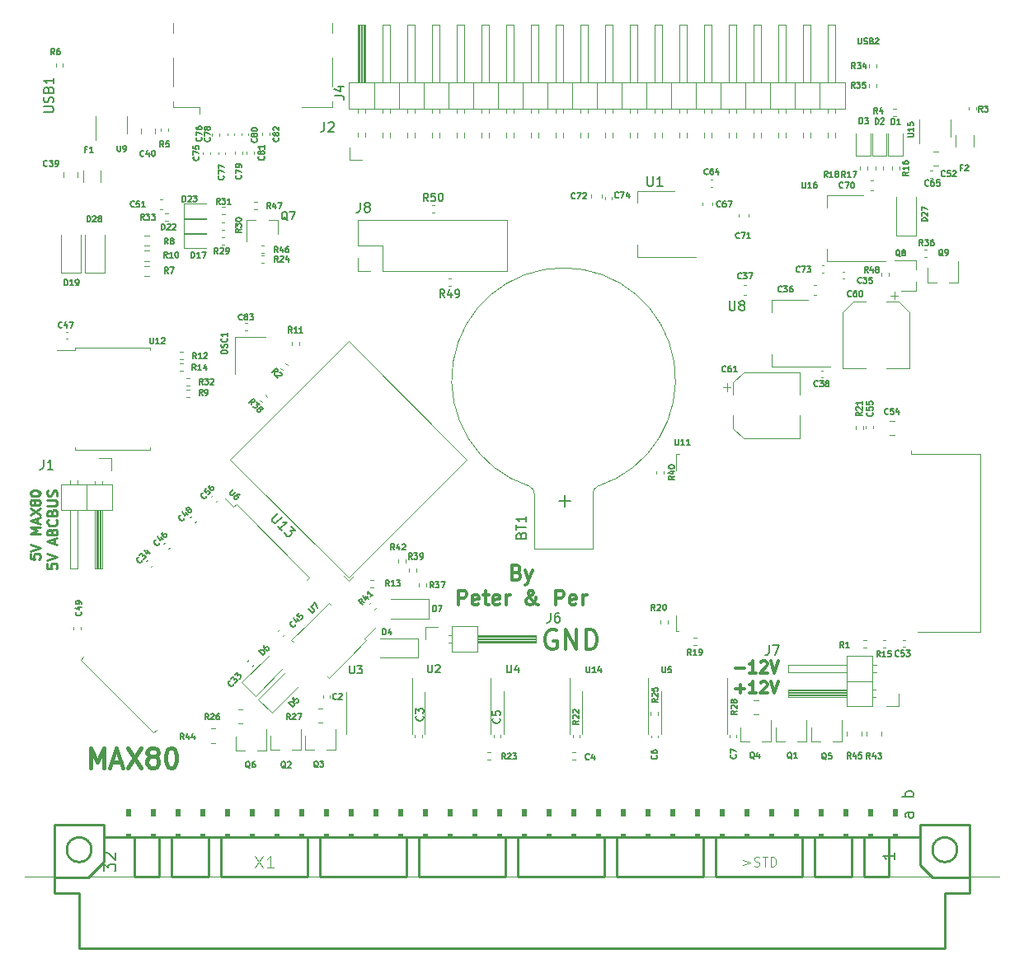
<source format=gbr>
%TF.GenerationSoftware,KiCad,Pcbnew,5.99.0+really5.1.10+dfsg1-1*%
%TF.CreationDate,2021-11-29T17:38:57+01:00*%
%TF.ProjectId,max80,6d617838-302e-46b6-9963-61645f706362,1.00*%
%TF.SameCoordinates,Original*%
%TF.FileFunction,Legend,Top*%
%TF.FilePolarity,Positive*%
%FSLAX46Y46*%
G04 Gerber Fmt 4.6, Leading zero omitted, Abs format (unit mm)*
G04 Created by KiCad (PCBNEW 5.99.0+really5.1.10+dfsg1-1) date 2021-11-29 17:38:57*
%MOMM*%
%LPD*%
G01*
G04 APERTURE LIST*
%ADD10C,0.300000*%
%ADD11C,0.250000*%
%ADD12C,0.400000*%
%ADD13C,0.120000*%
%ADD14C,0.100000*%
%ADD15C,0.254000*%
%ADD16C,0.150000*%
%ADD17C,0.120650*%
%ADD18C,0.101600*%
%ADD19C,0.127000*%
G04 APERTURE END LIST*
D10*
X155383714Y-97185857D02*
X155598000Y-97257285D01*
X155669428Y-97328714D01*
X155740857Y-97471571D01*
X155740857Y-97685857D01*
X155669428Y-97828714D01*
X155598000Y-97900142D01*
X155455142Y-97971571D01*
X154883714Y-97971571D01*
X154883714Y-96471571D01*
X155383714Y-96471571D01*
X155526571Y-96543000D01*
X155598000Y-96614428D01*
X155669428Y-96757285D01*
X155669428Y-96900142D01*
X155598000Y-97043000D01*
X155526571Y-97114428D01*
X155383714Y-97185857D01*
X154883714Y-97185857D01*
X156240857Y-96971571D02*
X156598000Y-97971571D01*
X156955142Y-96971571D02*
X156598000Y-97971571D01*
X156455142Y-98328714D01*
X156383714Y-98400142D01*
X156240857Y-98471571D01*
X149348000Y-100521571D02*
X149348000Y-99021571D01*
X149919428Y-99021571D01*
X150062285Y-99093000D01*
X150133714Y-99164428D01*
X150205142Y-99307285D01*
X150205142Y-99521571D01*
X150133714Y-99664428D01*
X150062285Y-99735857D01*
X149919428Y-99807285D01*
X149348000Y-99807285D01*
X151419428Y-100450142D02*
X151276571Y-100521571D01*
X150990857Y-100521571D01*
X150848000Y-100450142D01*
X150776571Y-100307285D01*
X150776571Y-99735857D01*
X150848000Y-99593000D01*
X150990857Y-99521571D01*
X151276571Y-99521571D01*
X151419428Y-99593000D01*
X151490857Y-99735857D01*
X151490857Y-99878714D01*
X150776571Y-100021571D01*
X151919428Y-99521571D02*
X152490857Y-99521571D01*
X152133714Y-99021571D02*
X152133714Y-100307285D01*
X152205142Y-100450142D01*
X152348000Y-100521571D01*
X152490857Y-100521571D01*
X153562285Y-100450142D02*
X153419428Y-100521571D01*
X153133714Y-100521571D01*
X152990857Y-100450142D01*
X152919428Y-100307285D01*
X152919428Y-99735857D01*
X152990857Y-99593000D01*
X153133714Y-99521571D01*
X153419428Y-99521571D01*
X153562285Y-99593000D01*
X153633714Y-99735857D01*
X153633714Y-99878714D01*
X152919428Y-100021571D01*
X154276571Y-100521571D02*
X154276571Y-99521571D01*
X154276571Y-99807285D02*
X154348000Y-99664428D01*
X154419428Y-99593000D01*
X154562285Y-99521571D01*
X154705142Y-99521571D01*
X157562285Y-100521571D02*
X157490857Y-100521571D01*
X157348000Y-100450142D01*
X157133714Y-100235857D01*
X156776571Y-99807285D01*
X156633714Y-99593000D01*
X156562285Y-99378714D01*
X156562285Y-99235857D01*
X156633714Y-99093000D01*
X156776571Y-99021571D01*
X156848000Y-99021571D01*
X156990857Y-99093000D01*
X157062285Y-99235857D01*
X157062285Y-99307285D01*
X156990857Y-99450142D01*
X156919428Y-99521571D01*
X156490857Y-99807285D01*
X156419428Y-99878714D01*
X156348000Y-100021571D01*
X156348000Y-100235857D01*
X156419428Y-100378714D01*
X156490857Y-100450142D01*
X156633714Y-100521571D01*
X156848000Y-100521571D01*
X156990857Y-100450142D01*
X157062285Y-100378714D01*
X157276571Y-100093000D01*
X157348000Y-99878714D01*
X157348000Y-99735857D01*
X159348000Y-100521571D02*
X159348000Y-99021571D01*
X159919428Y-99021571D01*
X160062285Y-99093000D01*
X160133714Y-99164428D01*
X160205142Y-99307285D01*
X160205142Y-99521571D01*
X160133714Y-99664428D01*
X160062285Y-99735857D01*
X159919428Y-99807285D01*
X159348000Y-99807285D01*
X161419428Y-100450142D02*
X161276571Y-100521571D01*
X160990857Y-100521571D01*
X160848000Y-100450142D01*
X160776571Y-100307285D01*
X160776571Y-99735857D01*
X160848000Y-99593000D01*
X160990857Y-99521571D01*
X161276571Y-99521571D01*
X161419428Y-99593000D01*
X161490857Y-99735857D01*
X161490857Y-99878714D01*
X160776571Y-100021571D01*
X162133714Y-100521571D02*
X162133714Y-99521571D01*
X162133714Y-99807285D02*
X162205142Y-99664428D01*
X162276571Y-99593000D01*
X162419428Y-99521571D01*
X162562285Y-99521571D01*
D11*
X105403380Y-95284785D02*
X105403380Y-95760976D01*
X105879571Y-95808595D01*
X105831952Y-95760976D01*
X105784333Y-95665738D01*
X105784333Y-95427642D01*
X105831952Y-95332404D01*
X105879571Y-95284785D01*
X105974809Y-95237166D01*
X106212904Y-95237166D01*
X106308142Y-95284785D01*
X106355761Y-95332404D01*
X106403380Y-95427642D01*
X106403380Y-95665738D01*
X106355761Y-95760976D01*
X106308142Y-95808595D01*
X105403380Y-94951452D02*
X106403380Y-94618119D01*
X105403380Y-94284785D01*
X106403380Y-93189547D02*
X105403380Y-93189547D01*
X106117666Y-92856214D01*
X105403380Y-92522880D01*
X106403380Y-92522880D01*
X106117666Y-92094309D02*
X106117666Y-91618119D01*
X106403380Y-92189547D02*
X105403380Y-91856214D01*
X106403380Y-91522880D01*
X105403380Y-91284785D02*
X106403380Y-90618119D01*
X105403380Y-90618119D02*
X106403380Y-91284785D01*
X105831952Y-90094309D02*
X105784333Y-90189547D01*
X105736714Y-90237166D01*
X105641476Y-90284785D01*
X105593857Y-90284785D01*
X105498619Y-90237166D01*
X105451000Y-90189547D01*
X105403380Y-90094309D01*
X105403380Y-89903833D01*
X105451000Y-89808595D01*
X105498619Y-89760976D01*
X105593857Y-89713357D01*
X105641476Y-89713357D01*
X105736714Y-89760976D01*
X105784333Y-89808595D01*
X105831952Y-89903833D01*
X105831952Y-90094309D01*
X105879571Y-90189547D01*
X105927190Y-90237166D01*
X106022428Y-90284785D01*
X106212904Y-90284785D01*
X106308142Y-90237166D01*
X106355761Y-90189547D01*
X106403380Y-90094309D01*
X106403380Y-89903833D01*
X106355761Y-89808595D01*
X106308142Y-89760976D01*
X106212904Y-89713357D01*
X106022428Y-89713357D01*
X105927190Y-89760976D01*
X105879571Y-89808595D01*
X105831952Y-89903833D01*
X105403380Y-89094309D02*
X105403380Y-88999071D01*
X105451000Y-88903833D01*
X105498619Y-88856214D01*
X105593857Y-88808595D01*
X105784333Y-88760976D01*
X106022428Y-88760976D01*
X106212904Y-88808595D01*
X106308142Y-88856214D01*
X106355761Y-88903833D01*
X106403380Y-88999071D01*
X106403380Y-89094309D01*
X106355761Y-89189547D01*
X106308142Y-89237166D01*
X106212904Y-89284785D01*
X106022428Y-89332404D01*
X105784333Y-89332404D01*
X105593857Y-89284785D01*
X105498619Y-89237166D01*
X105451000Y-89189547D01*
X105403380Y-89094309D01*
X107153380Y-96284785D02*
X107153380Y-96760976D01*
X107629571Y-96808595D01*
X107581952Y-96760976D01*
X107534333Y-96665738D01*
X107534333Y-96427642D01*
X107581952Y-96332404D01*
X107629571Y-96284785D01*
X107724809Y-96237166D01*
X107962904Y-96237166D01*
X108058142Y-96284785D01*
X108105761Y-96332404D01*
X108153380Y-96427642D01*
X108153380Y-96665738D01*
X108105761Y-96760976D01*
X108058142Y-96808595D01*
X107153380Y-95951452D02*
X108153380Y-95618119D01*
X107153380Y-95284785D01*
X107867666Y-94237166D02*
X107867666Y-93760976D01*
X108153380Y-94332404D02*
X107153380Y-93999071D01*
X108153380Y-93665738D01*
X107629571Y-92999071D02*
X107677190Y-92856214D01*
X107724809Y-92808595D01*
X107820047Y-92760976D01*
X107962904Y-92760976D01*
X108058142Y-92808595D01*
X108105761Y-92856214D01*
X108153380Y-92951452D01*
X108153380Y-93332404D01*
X107153380Y-93332404D01*
X107153380Y-92999071D01*
X107201000Y-92903833D01*
X107248619Y-92856214D01*
X107343857Y-92808595D01*
X107439095Y-92808595D01*
X107534333Y-92856214D01*
X107581952Y-92903833D01*
X107629571Y-92999071D01*
X107629571Y-93332404D01*
X108058142Y-91760976D02*
X108105761Y-91808595D01*
X108153380Y-91951452D01*
X108153380Y-92046690D01*
X108105761Y-92189547D01*
X108010523Y-92284785D01*
X107915285Y-92332404D01*
X107724809Y-92380023D01*
X107581952Y-92380023D01*
X107391476Y-92332404D01*
X107296238Y-92284785D01*
X107201000Y-92189547D01*
X107153380Y-92046690D01*
X107153380Y-91951452D01*
X107201000Y-91808595D01*
X107248619Y-91760976D01*
X107629571Y-90999071D02*
X107677190Y-90856214D01*
X107724809Y-90808595D01*
X107820047Y-90760976D01*
X107962904Y-90760976D01*
X108058142Y-90808595D01*
X108105761Y-90856214D01*
X108153380Y-90951452D01*
X108153380Y-91332404D01*
X107153380Y-91332404D01*
X107153380Y-90999071D01*
X107201000Y-90903833D01*
X107248619Y-90856214D01*
X107343857Y-90808595D01*
X107439095Y-90808595D01*
X107534333Y-90856214D01*
X107581952Y-90903833D01*
X107629571Y-90999071D01*
X107629571Y-91332404D01*
X107153380Y-90332404D02*
X107962904Y-90332404D01*
X108058142Y-90284785D01*
X108105761Y-90237166D01*
X108153380Y-90141928D01*
X108153380Y-89951452D01*
X108105761Y-89856214D01*
X108058142Y-89808595D01*
X107962904Y-89760976D01*
X107153380Y-89760976D01*
X108105761Y-89332404D02*
X108153380Y-89189547D01*
X108153380Y-88951452D01*
X108105761Y-88856214D01*
X108058142Y-88808595D01*
X107962904Y-88760976D01*
X107867666Y-88760976D01*
X107772428Y-88808595D01*
X107724809Y-88856214D01*
X107677190Y-88951452D01*
X107629571Y-89141928D01*
X107581952Y-89237166D01*
X107534333Y-89284785D01*
X107439095Y-89332404D01*
X107343857Y-89332404D01*
X107248619Y-89284785D01*
X107201000Y-89237166D01*
X107153380Y-89141928D01*
X107153380Y-88903833D01*
X107201000Y-88760976D01*
D10*
X159404190Y-103156000D02*
X159213714Y-103060761D01*
X158928000Y-103060761D01*
X158642285Y-103156000D01*
X158451809Y-103346476D01*
X158356571Y-103536952D01*
X158261333Y-103917904D01*
X158261333Y-104203619D01*
X158356571Y-104584571D01*
X158451809Y-104775047D01*
X158642285Y-104965523D01*
X158928000Y-105060761D01*
X159118476Y-105060761D01*
X159404190Y-104965523D01*
X159499428Y-104870285D01*
X159499428Y-104203619D01*
X159118476Y-104203619D01*
X160356571Y-105060761D02*
X160356571Y-103060761D01*
X161499428Y-105060761D01*
X161499428Y-103060761D01*
X162451809Y-105060761D02*
X162451809Y-103060761D01*
X162928000Y-103060761D01*
X163213714Y-103156000D01*
X163404190Y-103346476D01*
X163499428Y-103536952D01*
X163594666Y-103917904D01*
X163594666Y-104203619D01*
X163499428Y-104584571D01*
X163404190Y-104775047D01*
X163213714Y-104965523D01*
X162928000Y-105060761D01*
X162451809Y-105060761D01*
X177835714Y-107030714D02*
X178750000Y-107030714D01*
X179950000Y-107487857D02*
X179264285Y-107487857D01*
X179607142Y-107487857D02*
X179607142Y-106287857D01*
X179492857Y-106459285D01*
X179378571Y-106573571D01*
X179264285Y-106630714D01*
X180407142Y-106402142D02*
X180464285Y-106345000D01*
X180578571Y-106287857D01*
X180864285Y-106287857D01*
X180978571Y-106345000D01*
X181035714Y-106402142D01*
X181092857Y-106516428D01*
X181092857Y-106630714D01*
X181035714Y-106802142D01*
X180350000Y-107487857D01*
X181092857Y-107487857D01*
X181435714Y-106287857D02*
X181835714Y-107487857D01*
X182235714Y-106287857D01*
X177835714Y-109130714D02*
X178750000Y-109130714D01*
X178292857Y-109587857D02*
X178292857Y-108673571D01*
X179950000Y-109587857D02*
X179264285Y-109587857D01*
X179607142Y-109587857D02*
X179607142Y-108387857D01*
X179492857Y-108559285D01*
X179378571Y-108673571D01*
X179264285Y-108730714D01*
X180407142Y-108502142D02*
X180464285Y-108445000D01*
X180578571Y-108387857D01*
X180864285Y-108387857D01*
X180978571Y-108445000D01*
X181035714Y-108502142D01*
X181092857Y-108616428D01*
X181092857Y-108730714D01*
X181035714Y-108902142D01*
X180350000Y-109587857D01*
X181092857Y-109587857D01*
X181435714Y-108387857D02*
X181835714Y-109587857D01*
X182235714Y-108387857D01*
D12*
X111589047Y-117234761D02*
X111589047Y-115234761D01*
X112255714Y-116663333D01*
X112922380Y-115234761D01*
X112922380Y-117234761D01*
X113779523Y-116663333D02*
X114731904Y-116663333D01*
X113589047Y-117234761D02*
X114255714Y-115234761D01*
X114922380Y-117234761D01*
X115398571Y-115234761D02*
X116731904Y-117234761D01*
X116731904Y-115234761D02*
X115398571Y-117234761D01*
X117779523Y-116091904D02*
X117589047Y-115996666D01*
X117493809Y-115901428D01*
X117398571Y-115710952D01*
X117398571Y-115615714D01*
X117493809Y-115425238D01*
X117589047Y-115330000D01*
X117779523Y-115234761D01*
X118160476Y-115234761D01*
X118350952Y-115330000D01*
X118446190Y-115425238D01*
X118541428Y-115615714D01*
X118541428Y-115710952D01*
X118446190Y-115901428D01*
X118350952Y-115996666D01*
X118160476Y-116091904D01*
X117779523Y-116091904D01*
X117589047Y-116187142D01*
X117493809Y-116282380D01*
X117398571Y-116472857D01*
X117398571Y-116853809D01*
X117493809Y-117044285D01*
X117589047Y-117139523D01*
X117779523Y-117234761D01*
X118160476Y-117234761D01*
X118350952Y-117139523D01*
X118446190Y-117044285D01*
X118541428Y-116853809D01*
X118541428Y-116472857D01*
X118446190Y-116282380D01*
X118350952Y-116187142D01*
X118160476Y-116091904D01*
X119779523Y-115234761D02*
X119970000Y-115234761D01*
X120160476Y-115330000D01*
X120255714Y-115425238D01*
X120350952Y-115615714D01*
X120446190Y-115996666D01*
X120446190Y-116472857D01*
X120350952Y-116853809D01*
X120255714Y-117044285D01*
X120160476Y-117139523D01*
X119970000Y-117234761D01*
X119779523Y-117234761D01*
X119589047Y-117139523D01*
X119493809Y-117044285D01*
X119398571Y-116853809D01*
X119303333Y-116472857D01*
X119303333Y-115996666D01*
X119398571Y-115615714D01*
X119493809Y-115425238D01*
X119589047Y-115330000D01*
X119779523Y-115234761D01*
D13*
%TO.C,OSC1*%
X126405000Y-73020000D02*
X126405000Y-76820000D01*
X129555000Y-73020000D02*
X126405000Y-73020000D01*
%TO.C,D28*%
X111050000Y-66350000D02*
X111050000Y-62450000D01*
X113050000Y-66350000D02*
X113050000Y-62450000D01*
X111050000Y-66350000D02*
X113050000Y-66350000D01*
%TO.C,D27*%
X194325000Y-62525000D02*
X194325000Y-58625000D01*
X196325000Y-62525000D02*
X196325000Y-58625000D01*
X194325000Y-62525000D02*
X196325000Y-62525000D01*
%TO.C,D19*%
X108600000Y-66350000D02*
X108600000Y-62450000D01*
X110600000Y-66350000D02*
X110600000Y-62450000D01*
X108600000Y-66350000D02*
X110600000Y-66350000D01*
%TO.C,R48*%
X192845000Y-66703641D02*
X192845000Y-66396359D01*
X193605000Y-66703641D02*
X193605000Y-66396359D01*
%TO.C,R36*%
X197171359Y-63970000D02*
X197478641Y-63970000D01*
X197171359Y-64730000D02*
X197478641Y-64730000D01*
%TO.C,R35*%
X192305000Y-47021359D02*
X192305000Y-47328641D01*
X191545000Y-47021359D02*
X191545000Y-47328641D01*
%TO.C,R34*%
X191570000Y-45253641D02*
X191570000Y-44946359D01*
X192330000Y-45253641D02*
X192330000Y-44946359D01*
%TO.C,Q9*%
X197545000Y-67360000D02*
X198475000Y-67360000D01*
X200705000Y-67360000D02*
X199775000Y-67360000D01*
X200705000Y-67360000D02*
X200705000Y-65200000D01*
X197545000Y-67360000D02*
X197545000Y-65900000D01*
%TO.C,Q8*%
X196335000Y-68230000D02*
X196335000Y-67300000D01*
X196335000Y-65070000D02*
X196335000Y-66000000D01*
X196335000Y-65070000D02*
X194175000Y-65070000D01*
X196335000Y-68230000D02*
X194875000Y-68230000D01*
%TO.C,U13*%
X137600025Y-97505105D02*
X138095000Y-98000079D01*
X138095000Y-98000079D02*
X138589975Y-97505105D01*
X125932763Y-85555000D02*
X138095000Y-97717237D01*
X138095000Y-97717237D02*
X150257237Y-85555000D01*
X150257237Y-85555000D02*
X138095000Y-73392763D01*
X138095000Y-73392763D02*
X125932763Y-85555000D01*
%TO.C,R33*%
X119528641Y-61030000D02*
X119221359Y-61030000D01*
X119528641Y-60270000D02*
X119221359Y-60270000D01*
%TO.C,R10*%
X117112742Y-65677500D02*
X117587258Y-65677500D01*
X117112742Y-66722500D02*
X117587258Y-66722500D01*
%TO.C,R8*%
X117587258Y-63622500D02*
X117112742Y-63622500D01*
X117587258Y-62577500D02*
X117112742Y-62577500D01*
%TO.C,R7*%
X117587258Y-65172500D02*
X117112742Y-65172500D01*
X117587258Y-64127500D02*
X117112742Y-64127500D01*
%TO.C,J4*%
X138180000Y-54770000D02*
X138180000Y-53500000D01*
X139450000Y-54770000D02*
X138180000Y-54770000D01*
X188090000Y-52457071D02*
X188090000Y-52002929D01*
X187330000Y-52457071D02*
X187330000Y-52002929D01*
X188090000Y-49917071D02*
X188090000Y-49520000D01*
X187330000Y-49917071D02*
X187330000Y-49520000D01*
X188090000Y-40860000D02*
X188090000Y-46860000D01*
X187330000Y-40860000D02*
X188090000Y-40860000D01*
X187330000Y-46860000D02*
X187330000Y-40860000D01*
X186440000Y-49520000D02*
X186440000Y-46860000D01*
X185550000Y-52457071D02*
X185550000Y-52002929D01*
X184790000Y-52457071D02*
X184790000Y-52002929D01*
X185550000Y-49917071D02*
X185550000Y-49520000D01*
X184790000Y-49917071D02*
X184790000Y-49520000D01*
X185550000Y-40860000D02*
X185550000Y-46860000D01*
X184790000Y-40860000D02*
X185550000Y-40860000D01*
X184790000Y-46860000D02*
X184790000Y-40860000D01*
X183900000Y-49520000D02*
X183900000Y-46860000D01*
X183010000Y-52457071D02*
X183010000Y-52002929D01*
X182250000Y-52457071D02*
X182250000Y-52002929D01*
X183010000Y-49917071D02*
X183010000Y-49520000D01*
X182250000Y-49917071D02*
X182250000Y-49520000D01*
X183010000Y-40860000D02*
X183010000Y-46860000D01*
X182250000Y-40860000D02*
X183010000Y-40860000D01*
X182250000Y-46860000D02*
X182250000Y-40860000D01*
X181360000Y-49520000D02*
X181360000Y-46860000D01*
X180470000Y-52457071D02*
X180470000Y-52002929D01*
X179710000Y-52457071D02*
X179710000Y-52002929D01*
X180470000Y-49917071D02*
X180470000Y-49520000D01*
X179710000Y-49917071D02*
X179710000Y-49520000D01*
X180470000Y-40860000D02*
X180470000Y-46860000D01*
X179710000Y-40860000D02*
X180470000Y-40860000D01*
X179710000Y-46860000D02*
X179710000Y-40860000D01*
X178820000Y-49520000D02*
X178820000Y-46860000D01*
X177930000Y-52457071D02*
X177930000Y-52002929D01*
X177170000Y-52457071D02*
X177170000Y-52002929D01*
X177930000Y-49917071D02*
X177930000Y-49520000D01*
X177170000Y-49917071D02*
X177170000Y-49520000D01*
X177930000Y-40860000D02*
X177930000Y-46860000D01*
X177170000Y-40860000D02*
X177930000Y-40860000D01*
X177170000Y-46860000D02*
X177170000Y-40860000D01*
X176280000Y-49520000D02*
X176280000Y-46860000D01*
X175390000Y-52457071D02*
X175390000Y-52002929D01*
X174630000Y-52457071D02*
X174630000Y-52002929D01*
X175390000Y-49917071D02*
X175390000Y-49520000D01*
X174630000Y-49917071D02*
X174630000Y-49520000D01*
X175390000Y-40860000D02*
X175390000Y-46860000D01*
X174630000Y-40860000D02*
X175390000Y-40860000D01*
X174630000Y-46860000D02*
X174630000Y-40860000D01*
X173740000Y-49520000D02*
X173740000Y-46860000D01*
X172850000Y-52457071D02*
X172850000Y-52002929D01*
X172090000Y-52457071D02*
X172090000Y-52002929D01*
X172850000Y-49917071D02*
X172850000Y-49520000D01*
X172090000Y-49917071D02*
X172090000Y-49520000D01*
X172850000Y-40860000D02*
X172850000Y-46860000D01*
X172090000Y-40860000D02*
X172850000Y-40860000D01*
X172090000Y-46860000D02*
X172090000Y-40860000D01*
X171200000Y-49520000D02*
X171200000Y-46860000D01*
X170310000Y-52457071D02*
X170310000Y-52002929D01*
X169550000Y-52457071D02*
X169550000Y-52002929D01*
X170310000Y-49917071D02*
X170310000Y-49520000D01*
X169550000Y-49917071D02*
X169550000Y-49520000D01*
X170310000Y-40860000D02*
X170310000Y-46860000D01*
X169550000Y-40860000D02*
X170310000Y-40860000D01*
X169550000Y-46860000D02*
X169550000Y-40860000D01*
X168660000Y-49520000D02*
X168660000Y-46860000D01*
X167770000Y-52457071D02*
X167770000Y-52002929D01*
X167010000Y-52457071D02*
X167010000Y-52002929D01*
X167770000Y-49917071D02*
X167770000Y-49520000D01*
X167010000Y-49917071D02*
X167010000Y-49520000D01*
X167770000Y-40860000D02*
X167770000Y-46860000D01*
X167010000Y-40860000D02*
X167770000Y-40860000D01*
X167010000Y-46860000D02*
X167010000Y-40860000D01*
X166120000Y-49520000D02*
X166120000Y-46860000D01*
X165230000Y-52457071D02*
X165230000Y-52002929D01*
X164470000Y-52457071D02*
X164470000Y-52002929D01*
X165230000Y-49917071D02*
X165230000Y-49520000D01*
X164470000Y-49917071D02*
X164470000Y-49520000D01*
X165230000Y-40860000D02*
X165230000Y-46860000D01*
X164470000Y-40860000D02*
X165230000Y-40860000D01*
X164470000Y-46860000D02*
X164470000Y-40860000D01*
X163580000Y-49520000D02*
X163580000Y-46860000D01*
X162690000Y-52457071D02*
X162690000Y-52002929D01*
X161930000Y-52457071D02*
X161930000Y-52002929D01*
X162690000Y-49917071D02*
X162690000Y-49520000D01*
X161930000Y-49917071D02*
X161930000Y-49520000D01*
X162690000Y-40860000D02*
X162690000Y-46860000D01*
X161930000Y-40860000D02*
X162690000Y-40860000D01*
X161930000Y-46860000D02*
X161930000Y-40860000D01*
X161040000Y-49520000D02*
X161040000Y-46860000D01*
X160150000Y-52457071D02*
X160150000Y-52002929D01*
X159390000Y-52457071D02*
X159390000Y-52002929D01*
X160150000Y-49917071D02*
X160150000Y-49520000D01*
X159390000Y-49917071D02*
X159390000Y-49520000D01*
X160150000Y-40860000D02*
X160150000Y-46860000D01*
X159390000Y-40860000D02*
X160150000Y-40860000D01*
X159390000Y-46860000D02*
X159390000Y-40860000D01*
X158500000Y-49520000D02*
X158500000Y-46860000D01*
X157610000Y-52457071D02*
X157610000Y-52002929D01*
X156850000Y-52457071D02*
X156850000Y-52002929D01*
X157610000Y-49917071D02*
X157610000Y-49520000D01*
X156850000Y-49917071D02*
X156850000Y-49520000D01*
X157610000Y-40860000D02*
X157610000Y-46860000D01*
X156850000Y-40860000D02*
X157610000Y-40860000D01*
X156850000Y-46860000D02*
X156850000Y-40860000D01*
X155960000Y-49520000D02*
X155960000Y-46860000D01*
X155070000Y-52457071D02*
X155070000Y-52002929D01*
X154310000Y-52457071D02*
X154310000Y-52002929D01*
X155070000Y-49917071D02*
X155070000Y-49520000D01*
X154310000Y-49917071D02*
X154310000Y-49520000D01*
X155070000Y-40860000D02*
X155070000Y-46860000D01*
X154310000Y-40860000D02*
X155070000Y-40860000D01*
X154310000Y-46860000D02*
X154310000Y-40860000D01*
X153420000Y-49520000D02*
X153420000Y-46860000D01*
X152530000Y-52457071D02*
X152530000Y-52002929D01*
X151770000Y-52457071D02*
X151770000Y-52002929D01*
X152530000Y-49917071D02*
X152530000Y-49520000D01*
X151770000Y-49917071D02*
X151770000Y-49520000D01*
X152530000Y-40860000D02*
X152530000Y-46860000D01*
X151770000Y-40860000D02*
X152530000Y-40860000D01*
X151770000Y-46860000D02*
X151770000Y-40860000D01*
X150880000Y-49520000D02*
X150880000Y-46860000D01*
X149990000Y-52457071D02*
X149990000Y-52002929D01*
X149230000Y-52457071D02*
X149230000Y-52002929D01*
X149990000Y-49917071D02*
X149990000Y-49520000D01*
X149230000Y-49917071D02*
X149230000Y-49520000D01*
X149990000Y-40860000D02*
X149990000Y-46860000D01*
X149230000Y-40860000D02*
X149990000Y-40860000D01*
X149230000Y-46860000D02*
X149230000Y-40860000D01*
X148340000Y-49520000D02*
X148340000Y-46860000D01*
X147450000Y-52457071D02*
X147450000Y-52002929D01*
X146690000Y-52457071D02*
X146690000Y-52002929D01*
X147450000Y-49917071D02*
X147450000Y-49520000D01*
X146690000Y-49917071D02*
X146690000Y-49520000D01*
X147450000Y-40860000D02*
X147450000Y-46860000D01*
X146690000Y-40860000D02*
X147450000Y-40860000D01*
X146690000Y-46860000D02*
X146690000Y-40860000D01*
X145800000Y-49520000D02*
X145800000Y-46860000D01*
X144910000Y-52457071D02*
X144910000Y-52002929D01*
X144150000Y-52457071D02*
X144150000Y-52002929D01*
X144910000Y-49917071D02*
X144910000Y-49520000D01*
X144150000Y-49917071D02*
X144150000Y-49520000D01*
X144910000Y-40860000D02*
X144910000Y-46860000D01*
X144150000Y-40860000D02*
X144910000Y-40860000D01*
X144150000Y-46860000D02*
X144150000Y-40860000D01*
X143260000Y-49520000D02*
X143260000Y-46860000D01*
X142370000Y-52457071D02*
X142370000Y-52002929D01*
X141610000Y-52457071D02*
X141610000Y-52002929D01*
X142370000Y-49917071D02*
X142370000Y-49520000D01*
X141610000Y-49917071D02*
X141610000Y-49520000D01*
X142370000Y-40860000D02*
X142370000Y-46860000D01*
X141610000Y-40860000D02*
X142370000Y-40860000D01*
X141610000Y-46860000D02*
X141610000Y-40860000D01*
X140720000Y-49520000D02*
X140720000Y-46860000D01*
X139830000Y-52390000D02*
X139830000Y-52002929D01*
X139070000Y-52390000D02*
X139070000Y-52002929D01*
X139830000Y-49917071D02*
X139830000Y-49520000D01*
X139070000Y-49917071D02*
X139070000Y-49520000D01*
X139730000Y-46860000D02*
X139730000Y-40860000D01*
X139610000Y-46860000D02*
X139610000Y-40860000D01*
X139490000Y-46860000D02*
X139490000Y-40860000D01*
X139370000Y-46860000D02*
X139370000Y-40860000D01*
X139250000Y-46860000D02*
X139250000Y-40860000D01*
X139130000Y-46860000D02*
X139130000Y-40860000D01*
X139830000Y-40860000D02*
X139830000Y-46860000D01*
X139070000Y-40860000D02*
X139830000Y-40860000D01*
X139070000Y-46860000D02*
X139070000Y-40860000D01*
X138120000Y-46860000D02*
X138120000Y-49520000D01*
X189040000Y-46860000D02*
X138120000Y-46860000D01*
X189040000Y-49520000D02*
X189040000Y-46860000D01*
X138120000Y-49520000D02*
X189040000Y-49520000D01*
%TO.C,C60*%
X194511250Y-68726250D02*
X193723750Y-68726250D01*
X194117500Y-68332500D02*
X194117500Y-69120000D01*
X189924437Y-69360000D02*
X188860000Y-70424437D01*
X194615563Y-69360000D02*
X195680000Y-70424437D01*
X194615563Y-69360000D02*
X193330000Y-69360000D01*
X189924437Y-69360000D02*
X191210000Y-69360000D01*
X188860000Y-70424437D02*
X188860000Y-76180000D01*
X195680000Y-70424437D02*
X195680000Y-76180000D01*
X195680000Y-76180000D02*
X193330000Y-76180000D01*
X188860000Y-76180000D02*
X191210000Y-76180000D01*
%TO.C,J2*%
X136450000Y-44250000D02*
X136450000Y-47250000D01*
X136450000Y-49350000D02*
X133250000Y-49350000D01*
X136450000Y-41750000D02*
X136450000Y-40750000D01*
X120050000Y-40750000D02*
X120050000Y-41750000D01*
X120050000Y-49350000D02*
X120050000Y-48750000D01*
X120050000Y-49350000D02*
X122750000Y-49350000D01*
X122750000Y-49350000D02*
X122750000Y-50000000D01*
X136450000Y-49350000D02*
X136450000Y-48750000D01*
X120050000Y-44250000D02*
X120050000Y-47250000D01*
%TO.C,R32*%
X121426359Y-77960000D02*
X121733641Y-77960000D01*
X121426359Y-77200000D02*
X121733641Y-77200000D01*
%TO.C,R9*%
X121446359Y-79120000D02*
X121753641Y-79120000D01*
X121446359Y-78360000D02*
X121753641Y-78360000D01*
%TO.C,U8*%
X181540000Y-69190000D02*
X181540000Y-70450000D01*
X181540000Y-76010000D02*
X181540000Y-74750000D01*
X185300000Y-69190000D02*
X181540000Y-69190000D01*
X187550000Y-76010000D02*
X181540000Y-76010000D01*
%TO.C,C38*%
X186592164Y-76440000D02*
X186807836Y-76440000D01*
X186592164Y-77160000D02*
X186807836Y-77160000D01*
%TO.C,C37*%
X178659420Y-67640000D02*
X178940580Y-67640000D01*
X178659420Y-68660000D02*
X178940580Y-68660000D01*
%TO.C,C36*%
X186140580Y-68660000D02*
X185859420Y-68660000D01*
X186140580Y-67640000D02*
X185859420Y-67640000D01*
%TO.C,C35*%
X188792164Y-66290000D02*
X189007836Y-66290000D01*
X188792164Y-67010000D02*
X189007836Y-67010000D01*
D14*
%TO.C,X1*%
G36*
X115247100Y-121482600D02*
G01*
X115247100Y-122244600D01*
X115755100Y-122244600D01*
X115755100Y-121482600D01*
X115247100Y-121482600D01*
G37*
G36*
X117787100Y-121482600D02*
G01*
X117787100Y-122244600D01*
X118295100Y-122244600D01*
X118295100Y-121482600D01*
X117787100Y-121482600D01*
G37*
G36*
X120327100Y-121482600D02*
G01*
X120327100Y-122244600D01*
X120835100Y-122244600D01*
X120835100Y-121482600D01*
X120327100Y-121482600D01*
G37*
G36*
X122867100Y-121482600D02*
G01*
X122867100Y-122244600D01*
X123375100Y-122244600D01*
X123375100Y-121482600D01*
X122867100Y-121482600D01*
G37*
G36*
X125407100Y-121482600D02*
G01*
X125407100Y-122244600D01*
X125915100Y-122244600D01*
X125915100Y-121482600D01*
X125407100Y-121482600D01*
G37*
G36*
X127947100Y-121482600D02*
G01*
X127947100Y-122244600D01*
X128455100Y-122244600D01*
X128455100Y-121482600D01*
X127947100Y-121482600D01*
G37*
G36*
X130487100Y-121482600D02*
G01*
X130487100Y-122244600D01*
X130995100Y-122244600D01*
X130995100Y-121482600D01*
X130487100Y-121482600D01*
G37*
G36*
X133027100Y-121482600D02*
G01*
X133027100Y-122244600D01*
X133535100Y-122244600D01*
X133535100Y-121482600D01*
X133027100Y-121482600D01*
G37*
G36*
X135567100Y-121482600D02*
G01*
X135567100Y-122244600D01*
X136075100Y-122244600D01*
X136075100Y-121482600D01*
X135567100Y-121482600D01*
G37*
G36*
X138107100Y-121482600D02*
G01*
X138107100Y-122244600D01*
X138615100Y-122244600D01*
X138615100Y-121482600D01*
X138107100Y-121482600D01*
G37*
G36*
X140647100Y-121482600D02*
G01*
X140647100Y-122244600D01*
X141155100Y-122244600D01*
X141155100Y-121482600D01*
X140647100Y-121482600D01*
G37*
G36*
X143187100Y-121482600D02*
G01*
X143187100Y-122244600D01*
X143695100Y-122244600D01*
X143695100Y-121482600D01*
X143187100Y-121482600D01*
G37*
G36*
X145727100Y-121482600D02*
G01*
X145727100Y-122244600D01*
X146235100Y-122244600D01*
X146235100Y-121482600D01*
X145727100Y-121482600D01*
G37*
G36*
X148267100Y-121482600D02*
G01*
X148267100Y-122244600D01*
X148775100Y-122244600D01*
X148775100Y-121482600D01*
X148267100Y-121482600D01*
G37*
G36*
X150807100Y-121482600D02*
G01*
X150807100Y-122244600D01*
X151315100Y-122244600D01*
X151315100Y-121482600D01*
X150807100Y-121482600D01*
G37*
G36*
X153347100Y-121482600D02*
G01*
X153347100Y-122244600D01*
X153855100Y-122244600D01*
X153855100Y-121482600D01*
X153347100Y-121482600D01*
G37*
G36*
X155887100Y-121482600D02*
G01*
X155887100Y-122244600D01*
X156395100Y-122244600D01*
X156395100Y-121482600D01*
X155887100Y-121482600D01*
G37*
G36*
X158427100Y-121482600D02*
G01*
X158427100Y-122244600D01*
X158935100Y-122244600D01*
X158935100Y-121482600D01*
X158427100Y-121482600D01*
G37*
G36*
X160967100Y-121482600D02*
G01*
X160967100Y-122244600D01*
X161475100Y-122244600D01*
X161475100Y-121482600D01*
X160967100Y-121482600D01*
G37*
G36*
X163507100Y-121482600D02*
G01*
X163507100Y-122244600D01*
X164015100Y-122244600D01*
X164015100Y-121482600D01*
X163507100Y-121482600D01*
G37*
G36*
X166047100Y-121482600D02*
G01*
X166047100Y-122244600D01*
X166555100Y-122244600D01*
X166555100Y-121482600D01*
X166047100Y-121482600D01*
G37*
G36*
X168587100Y-121482600D02*
G01*
X168587100Y-122244600D01*
X169095100Y-122244600D01*
X169095100Y-121482600D01*
X168587100Y-121482600D01*
G37*
G36*
X171127100Y-121482600D02*
G01*
X171127100Y-122244600D01*
X171635100Y-122244600D01*
X171635100Y-121482600D01*
X171127100Y-121482600D01*
G37*
G36*
X173667100Y-121482600D02*
G01*
X173667100Y-122244600D01*
X174175100Y-122244600D01*
X174175100Y-121482600D01*
X173667100Y-121482600D01*
G37*
G36*
X176207100Y-121482600D02*
G01*
X176207100Y-122244600D01*
X176715100Y-122244600D01*
X176715100Y-121482600D01*
X176207100Y-121482600D01*
G37*
G36*
X178747100Y-121482600D02*
G01*
X178747100Y-122244600D01*
X179255100Y-122244600D01*
X179255100Y-121482600D01*
X178747100Y-121482600D01*
G37*
G36*
X181287100Y-121482600D02*
G01*
X181287100Y-122244600D01*
X181795100Y-122244600D01*
X181795100Y-121482600D01*
X181287100Y-121482600D01*
G37*
G36*
X183827100Y-121482600D02*
G01*
X183827100Y-122244600D01*
X184335100Y-122244600D01*
X184335100Y-121482600D01*
X183827100Y-121482600D01*
G37*
G36*
X186367100Y-121482600D02*
G01*
X186367100Y-122244600D01*
X186875100Y-122244600D01*
X186875100Y-121482600D01*
X186367100Y-121482600D01*
G37*
G36*
X188907100Y-121482600D02*
G01*
X188907100Y-122244600D01*
X189415100Y-122244600D01*
X189415100Y-121482600D01*
X188907100Y-121482600D01*
G37*
G36*
X191447100Y-121482600D02*
G01*
X191447100Y-122244600D01*
X191955100Y-122244600D01*
X191955100Y-121482600D01*
X191447100Y-121482600D01*
G37*
G36*
X193987100Y-121482600D02*
G01*
X193987100Y-122244600D01*
X194495100Y-122244600D01*
X194495100Y-121482600D01*
X193987100Y-121482600D01*
G37*
G36*
X115247100Y-124022600D02*
G01*
X115247100Y-124403600D01*
X115755100Y-124403600D01*
X115755100Y-124022600D01*
X115247100Y-124022600D01*
G37*
G36*
X117787100Y-124022600D02*
G01*
X117787100Y-124403600D01*
X118295100Y-124403600D01*
X118295100Y-124022600D01*
X117787100Y-124022600D01*
G37*
G36*
X120327100Y-124022600D02*
G01*
X120327100Y-124403600D01*
X120835100Y-124403600D01*
X120835100Y-124022600D01*
X120327100Y-124022600D01*
G37*
G36*
X122867100Y-124022600D02*
G01*
X122867100Y-124403600D01*
X123375100Y-124403600D01*
X123375100Y-124022600D01*
X122867100Y-124022600D01*
G37*
G36*
X125407100Y-124022600D02*
G01*
X125407100Y-124403600D01*
X125915100Y-124403600D01*
X125915100Y-124022600D01*
X125407100Y-124022600D01*
G37*
G36*
X127947100Y-124022600D02*
G01*
X127947100Y-124403600D01*
X128455100Y-124403600D01*
X128455100Y-124022600D01*
X127947100Y-124022600D01*
G37*
G36*
X130487100Y-124022600D02*
G01*
X130487100Y-124403600D01*
X130995100Y-124403600D01*
X130995100Y-124022600D01*
X130487100Y-124022600D01*
G37*
G36*
X133027100Y-124022600D02*
G01*
X133027100Y-124403600D01*
X133535100Y-124403600D01*
X133535100Y-124022600D01*
X133027100Y-124022600D01*
G37*
G36*
X135567100Y-124022600D02*
G01*
X135567100Y-124403600D01*
X136075100Y-124403600D01*
X136075100Y-124022600D01*
X135567100Y-124022600D01*
G37*
G36*
X138107100Y-124022600D02*
G01*
X138107100Y-124403600D01*
X138615100Y-124403600D01*
X138615100Y-124022600D01*
X138107100Y-124022600D01*
G37*
G36*
X140647100Y-124022600D02*
G01*
X140647100Y-124403600D01*
X141155100Y-124403600D01*
X141155100Y-124022600D01*
X140647100Y-124022600D01*
G37*
G36*
X143187100Y-124022600D02*
G01*
X143187100Y-124403600D01*
X143695100Y-124403600D01*
X143695100Y-124022600D01*
X143187100Y-124022600D01*
G37*
G36*
X145727100Y-124022600D02*
G01*
X145727100Y-124403600D01*
X146235100Y-124403600D01*
X146235100Y-124022600D01*
X145727100Y-124022600D01*
G37*
G36*
X148267100Y-124022600D02*
G01*
X148267100Y-124403600D01*
X148775100Y-124403600D01*
X148775100Y-124022600D01*
X148267100Y-124022600D01*
G37*
G36*
X150807100Y-124022600D02*
G01*
X150807100Y-124403600D01*
X151315100Y-124403600D01*
X151315100Y-124022600D01*
X150807100Y-124022600D01*
G37*
G36*
X153347100Y-124022600D02*
G01*
X153347100Y-124403600D01*
X153855100Y-124403600D01*
X153855100Y-124022600D01*
X153347100Y-124022600D01*
G37*
G36*
X155887100Y-124022600D02*
G01*
X155887100Y-124403600D01*
X156395100Y-124403600D01*
X156395100Y-124022600D01*
X155887100Y-124022600D01*
G37*
G36*
X158427100Y-124022600D02*
G01*
X158427100Y-124403600D01*
X158935100Y-124403600D01*
X158935100Y-124022600D01*
X158427100Y-124022600D01*
G37*
G36*
X160967100Y-124022600D02*
G01*
X160967100Y-124403600D01*
X161475100Y-124403600D01*
X161475100Y-124022600D01*
X160967100Y-124022600D01*
G37*
G36*
X163507100Y-124022600D02*
G01*
X163507100Y-124403600D01*
X164015100Y-124403600D01*
X164015100Y-124022600D01*
X163507100Y-124022600D01*
G37*
G36*
X166047100Y-124022600D02*
G01*
X166047100Y-124403600D01*
X166555100Y-124403600D01*
X166555100Y-124022600D01*
X166047100Y-124022600D01*
G37*
G36*
X168587100Y-124022600D02*
G01*
X168587100Y-124403600D01*
X169095100Y-124403600D01*
X169095100Y-124022600D01*
X168587100Y-124022600D01*
G37*
G36*
X171127100Y-124022600D02*
G01*
X171127100Y-124403600D01*
X171635100Y-124403600D01*
X171635100Y-124022600D01*
X171127100Y-124022600D01*
G37*
G36*
X173667100Y-124022600D02*
G01*
X173667100Y-124403600D01*
X174175100Y-124403600D01*
X174175100Y-124022600D01*
X173667100Y-124022600D01*
G37*
G36*
X176207100Y-124022600D02*
G01*
X176207100Y-124403600D01*
X176715100Y-124403600D01*
X176715100Y-124022600D01*
X176207100Y-124022600D01*
G37*
G36*
X178747100Y-124022600D02*
G01*
X178747100Y-124403600D01*
X179255100Y-124403600D01*
X179255100Y-124022600D01*
X178747100Y-124022600D01*
G37*
G36*
X181287100Y-124022600D02*
G01*
X181287100Y-124403600D01*
X181795100Y-124403600D01*
X181795100Y-124022600D01*
X181287100Y-124022600D01*
G37*
G36*
X183827100Y-124022600D02*
G01*
X183827100Y-124403600D01*
X184335100Y-124403600D01*
X184335100Y-124022600D01*
X183827100Y-124022600D01*
G37*
G36*
X186367100Y-124022600D02*
G01*
X186367100Y-124403600D01*
X186875100Y-124403600D01*
X186875100Y-124022600D01*
X186367100Y-124022600D01*
G37*
G36*
X188907100Y-124022600D02*
G01*
X188907100Y-124403600D01*
X189415100Y-124403600D01*
X189415100Y-124022600D01*
X188907100Y-124022600D01*
G37*
G36*
X191447100Y-124022600D02*
G01*
X191447100Y-124403600D01*
X191955100Y-124403600D01*
X191955100Y-124022600D01*
X191447100Y-124022600D01*
G37*
G36*
X193987100Y-124022600D02*
G01*
X193987100Y-124403600D01*
X194495100Y-124403600D01*
X194495100Y-124022600D01*
X193987100Y-124022600D01*
G37*
D15*
X111691100Y-125673600D02*
G75*
G03*
X111691100Y-125673600I-1270000J0D01*
G01*
X200591100Y-125673600D02*
G75*
G03*
X200591100Y-125673600I-1270000J0D01*
G01*
D13*
X104858500Y-128467600D02*
X204883700Y-128467600D01*
D15*
X116136100Y-124403600D02*
X112961100Y-124403600D01*
X116136100Y-128467600D02*
X116136100Y-124403600D01*
X118676100Y-124403600D02*
X116136100Y-124403600D01*
X118676100Y-128467600D02*
X116136100Y-128467600D01*
X118676100Y-128467600D02*
X118676100Y-124403600D01*
X119946100Y-124403600D02*
X118676100Y-124403600D01*
X119946100Y-128467600D02*
X119946100Y-124403600D01*
X123756100Y-124403600D02*
X119946100Y-124403600D01*
X123756100Y-128467600D02*
X119946100Y-128467600D01*
X123756100Y-128467600D02*
X123756100Y-124403600D01*
X125026100Y-124403600D02*
X123756100Y-124403600D01*
X125026100Y-128467600D02*
X125026100Y-124403600D01*
X133916100Y-124403600D02*
X125026100Y-124403600D01*
X133916100Y-128467600D02*
X125026100Y-128467600D01*
X133916100Y-128467600D02*
X133916100Y-124403600D01*
X135186100Y-124403600D02*
X133916100Y-124403600D01*
X135186100Y-128467600D02*
X135186100Y-124403600D01*
X144076100Y-124403600D02*
X135186100Y-124403600D01*
X144076100Y-128467600D02*
X135186100Y-128467600D01*
X144076100Y-128467600D02*
X144076100Y-124403600D01*
X145346100Y-124403600D02*
X144076100Y-124403600D01*
X145346100Y-128467600D02*
X145346100Y-124403600D01*
X154236100Y-124403600D02*
X145346100Y-124403600D01*
X154236100Y-128467600D02*
X145346100Y-128467600D01*
X154236100Y-128467600D02*
X154236100Y-124403600D01*
X155506100Y-124403600D02*
X154236100Y-124403600D01*
X155506100Y-128467600D02*
X155506100Y-124403600D01*
X164396100Y-124403600D02*
X155506100Y-124403600D01*
X164396100Y-128467600D02*
X155506100Y-128467600D01*
X164396100Y-128467600D02*
X164396100Y-124403600D01*
X165666100Y-124403600D02*
X164396100Y-124403600D01*
X165666100Y-128467600D02*
X165666100Y-124403600D01*
X174556100Y-124403600D02*
X165666100Y-124403600D01*
X174556100Y-128467600D02*
X165666100Y-128467600D01*
X174556100Y-128467600D02*
X174556100Y-124403600D01*
X175826100Y-124403600D02*
X174556100Y-124403600D01*
X175826100Y-128467600D02*
X175826100Y-124403600D01*
X184716100Y-124403600D02*
X175826100Y-124403600D01*
X184716100Y-128467600D02*
X175826100Y-128467600D01*
X184716100Y-128467600D02*
X184716100Y-124403600D01*
X185986100Y-124403600D02*
X184716100Y-124403600D01*
X185986100Y-128467600D02*
X185986100Y-124403600D01*
X189796100Y-124403600D02*
X185986100Y-124403600D01*
X189796100Y-128467600D02*
X185986100Y-128467600D01*
X189796100Y-128467600D02*
X189796100Y-124403600D01*
X191066100Y-124403600D02*
X189796100Y-124403600D01*
X191066100Y-128467600D02*
X191066100Y-124403600D01*
X193606100Y-124403600D02*
X191066100Y-124403600D01*
X193606100Y-128467600D02*
X193606100Y-124403600D01*
X193606100Y-128467600D02*
X191066100Y-128467600D01*
X196781100Y-124403600D02*
X193606100Y-124403600D01*
X112961100Y-124403600D02*
X112961100Y-126943600D01*
X112961100Y-123133600D02*
X112961100Y-124403600D01*
X112961100Y-123133600D02*
X107881100Y-123133600D01*
X111360900Y-128543800D02*
X107881100Y-128543800D01*
X111360900Y-128543800D02*
X112961100Y-126943600D01*
X107881100Y-128543800D02*
X107881100Y-130118600D01*
X107881100Y-123133600D02*
X107881100Y-128543800D01*
X198051100Y-128543800D02*
X201861100Y-128543800D01*
X196781100Y-127273800D02*
X198051100Y-128543800D01*
X201861100Y-128543800D02*
X201861100Y-123133600D01*
X201861100Y-130118600D02*
X201861100Y-128543800D01*
X196781100Y-124403600D02*
X196781100Y-127273800D01*
X196781100Y-123133600D02*
X196781100Y-124403600D01*
X201861100Y-123133600D02*
X196781100Y-123133600D01*
X199321100Y-130118600D02*
X201861100Y-130118600D01*
X199321100Y-135833600D02*
X199321100Y-130118600D01*
X110421100Y-135833600D02*
X199321100Y-135833600D01*
X110421100Y-130118600D02*
X110421100Y-135833600D01*
X107881100Y-130118600D02*
X110421100Y-130118600D01*
D13*
%TO.C,C83*%
X127482164Y-72280000D02*
X127697836Y-72280000D01*
X127482164Y-71560000D02*
X127697836Y-71560000D01*
%TO.C,C61*%
X176956250Y-77758750D02*
X176956250Y-78546250D01*
X176562500Y-78152500D02*
X177350000Y-78152500D01*
X177590000Y-82345563D02*
X178654437Y-83410000D01*
X177590000Y-77654437D02*
X178654437Y-76590000D01*
X177590000Y-77654437D02*
X177590000Y-78940000D01*
X177590000Y-82345563D02*
X177590000Y-81060000D01*
X178654437Y-83410000D02*
X184410000Y-83410000D01*
X178654437Y-76590000D02*
X184410000Y-76590000D01*
X184410000Y-76590000D02*
X184410000Y-78940000D01*
X184410000Y-83410000D02*
X184410000Y-81060000D01*
%TO.C,BT1*%
X163170000Y-94770000D02*
X163170000Y-89070000D01*
X163170000Y-94770000D02*
X157170000Y-94770000D01*
X157170000Y-94770000D02*
X157170000Y-89070000D01*
X156643616Y-88318246D02*
G75*
G02*
X157170000Y-89070000I-273616J-751754D01*
G01*
X160215281Y-65874329D02*
G75*
G03*
X156670000Y-88320000I-45281J-11495671D01*
G01*
X163696384Y-88318246D02*
G75*
G03*
X163170000Y-89070000I273616J-751754D01*
G01*
X160124719Y-65874329D02*
G75*
G02*
X163670000Y-88320000I45281J-11495671D01*
G01*
%TO.C,R50*%
X146626359Y-59440000D02*
X146933641Y-59440000D01*
X146626359Y-60200000D02*
X146933641Y-60200000D01*
%TO.C,R49*%
X148623641Y-67750000D02*
X148316359Y-67750000D01*
X148623641Y-66990000D02*
X148316359Y-66990000D01*
%TO.C,J8*%
X139020000Y-66180000D02*
X139020000Y-64850000D01*
X140350000Y-66180000D02*
X139020000Y-66180000D01*
X139020000Y-63580000D02*
X139020000Y-60980000D01*
X141620000Y-63580000D02*
X139020000Y-63580000D01*
X141620000Y-66180000D02*
X141620000Y-63580000D01*
X139020000Y-60980000D02*
X154380000Y-60980000D01*
X141620000Y-66180000D02*
X154380000Y-66180000D01*
X154380000Y-66180000D02*
X154380000Y-60980000D01*
%TO.C,R47*%
X128703641Y-59120000D02*
X128396359Y-59120000D01*
X128703641Y-59880000D02*
X128396359Y-59880000D01*
%TO.C,R46*%
X129423641Y-63590000D02*
X129116359Y-63590000D01*
X129423641Y-64350000D02*
X129116359Y-64350000D01*
%TO.C,Q7*%
X130800000Y-60960000D02*
X130800000Y-62420000D01*
X127640000Y-60960000D02*
X127640000Y-63120000D01*
X127640000Y-60960000D02*
X128570000Y-60960000D01*
X130800000Y-60960000D02*
X129870000Y-60960000D01*
%TO.C,C82*%
X129240000Y-51992164D02*
X129240000Y-52207836D01*
X129960000Y-51992164D02*
X129960000Y-52207836D01*
%TO.C,C81*%
X127640000Y-53942164D02*
X127640000Y-54157836D01*
X128360000Y-53942164D02*
X128360000Y-54157836D01*
%TO.C,C80*%
X127090000Y-52042164D02*
X127090000Y-52257836D01*
X127810000Y-52042164D02*
X127810000Y-52257836D01*
%TO.C,C79*%
X126440000Y-53942164D02*
X126440000Y-54157836D01*
X127160000Y-53942164D02*
X127160000Y-54157836D01*
%TO.C,C78*%
X125640000Y-52042164D02*
X125640000Y-52257836D01*
X126360000Y-52042164D02*
X126360000Y-52257836D01*
%TO.C,C77*%
X124690000Y-53992164D02*
X124690000Y-54207836D01*
X125410000Y-53992164D02*
X125410000Y-54207836D01*
%TO.C,C76*%
X124090000Y-52092164D02*
X124090000Y-52307836D01*
X124810000Y-52092164D02*
X124810000Y-52307836D01*
%TO.C,C75*%
X123140000Y-53992164D02*
X123140000Y-54207836D01*
X123860000Y-53992164D02*
X123860000Y-54207836D01*
%TO.C,D7*%
X146345000Y-101920000D02*
X146345000Y-99920000D01*
X146345000Y-99920000D02*
X142445000Y-99920000D01*
X146345000Y-101920000D02*
X142445000Y-101920000D01*
%TO.C,D6*%
X127096903Y-108478883D02*
X128511117Y-109893097D01*
X128511117Y-109893097D02*
X131268833Y-107135381D01*
X127096903Y-108478883D02*
X129854619Y-105721167D01*
%TO.C,D5*%
X128796903Y-110203883D02*
X130211117Y-111618097D01*
X130211117Y-111618097D02*
X132968833Y-108860381D01*
X128796903Y-110203883D02*
X131554619Y-107446167D01*
%TO.C,D4*%
X145195000Y-105945000D02*
X145195000Y-103945000D01*
X145195000Y-103945000D02*
X141295000Y-103945000D01*
X145195000Y-105945000D02*
X141295000Y-105945000D01*
%TO.C,J6*%
X148660000Y-102690000D02*
X148660000Y-105350000D01*
X148660000Y-105350000D02*
X151320000Y-105350000D01*
X151320000Y-105350000D02*
X151320000Y-102690000D01*
X151320000Y-102690000D02*
X148660000Y-102690000D01*
X151320000Y-103640000D02*
X157320000Y-103640000D01*
X157320000Y-103640000D02*
X157320000Y-104400000D01*
X157320000Y-104400000D02*
X151320000Y-104400000D01*
X151320000Y-103700000D02*
X157320000Y-103700000D01*
X151320000Y-103820000D02*
X157320000Y-103820000D01*
X151320000Y-103940000D02*
X157320000Y-103940000D01*
X151320000Y-104060000D02*
X157320000Y-104060000D01*
X151320000Y-104180000D02*
X157320000Y-104180000D01*
X151320000Y-104300000D02*
X157320000Y-104300000D01*
X148330000Y-103640000D02*
X148660000Y-103640000D01*
X148330000Y-104400000D02*
X148660000Y-104400000D01*
X145950000Y-104020000D02*
X145950000Y-102750000D01*
X145950000Y-102750000D02*
X147220000Y-102750000D01*
%TO.C,R45*%
X189260000Y-113997064D02*
X189260000Y-113542936D01*
X190730000Y-113997064D02*
X190730000Y-113542936D01*
%TO.C,R44*%
X123967936Y-113210000D02*
X124422064Y-113210000D01*
X123967936Y-114680000D02*
X124422064Y-114680000D01*
%TO.C,R43*%
X191305000Y-113997064D02*
X191305000Y-113542936D01*
X192775000Y-113997064D02*
X192775000Y-113542936D01*
%TO.C,R28*%
X179717936Y-110285000D02*
X180172064Y-110285000D01*
X179717936Y-111755000D02*
X180172064Y-111755000D01*
%TO.C,R27*%
X134967936Y-111160000D02*
X135422064Y-111160000D01*
X134967936Y-112630000D02*
X135422064Y-112630000D01*
%TO.C,R26*%
X126742936Y-111210000D02*
X127197064Y-111210000D01*
X126742936Y-112680000D02*
X127197064Y-112680000D01*
%TO.C,J7*%
X194590000Y-110890000D02*
X193320000Y-110890000D01*
X194590000Y-109620000D02*
X194590000Y-110890000D01*
X192277071Y-106700000D02*
X191880000Y-106700000D01*
X192277071Y-107460000D02*
X191880000Y-107460000D01*
X183220000Y-106700000D02*
X189220000Y-106700000D01*
X183220000Y-107460000D02*
X183220000Y-106700000D01*
X189220000Y-107460000D02*
X183220000Y-107460000D01*
X191880000Y-108350000D02*
X189220000Y-108350000D01*
X192210000Y-109240000D02*
X191880000Y-109240000D01*
X192210000Y-110000000D02*
X191880000Y-110000000D01*
X189220000Y-109340000D02*
X183220000Y-109340000D01*
X189220000Y-109460000D02*
X183220000Y-109460000D01*
X189220000Y-109580000D02*
X183220000Y-109580000D01*
X189220000Y-109700000D02*
X183220000Y-109700000D01*
X189220000Y-109820000D02*
X183220000Y-109820000D01*
X189220000Y-109940000D02*
X183220000Y-109940000D01*
X183220000Y-109240000D02*
X189220000Y-109240000D01*
X183220000Y-110000000D02*
X183220000Y-109240000D01*
X189220000Y-110000000D02*
X183220000Y-110000000D01*
X189220000Y-110950000D02*
X191880000Y-110950000D01*
X189220000Y-105750000D02*
X189220000Y-110950000D01*
X191880000Y-105750000D02*
X189220000Y-105750000D01*
X191880000Y-110950000D02*
X191880000Y-105750000D01*
%TO.C,R25*%
X169875000Y-111848641D02*
X169875000Y-111541359D01*
X169115000Y-111848641D02*
X169115000Y-111541359D01*
%TO.C,Q6*%
X126490000Y-115470000D02*
X126490000Y-114010000D01*
X129650000Y-115470000D02*
X129650000Y-113310000D01*
X129650000Y-115470000D02*
X128720000Y-115470000D01*
X126490000Y-115470000D02*
X127420000Y-115470000D01*
%TO.C,U16*%
X187200000Y-58400000D02*
X187200000Y-59660000D01*
X187200000Y-65220000D02*
X187200000Y-63960000D01*
X190960000Y-58400000D02*
X187200000Y-58400000D01*
X193210000Y-65220000D02*
X187200000Y-65220000D01*
%TO.C,U1*%
X167760000Y-57960000D02*
X167760000Y-59220000D01*
X167760000Y-64780000D02*
X167760000Y-63520000D01*
X171520000Y-57960000D02*
X167760000Y-57960000D01*
X173770000Y-64780000D02*
X167760000Y-64780000D01*
%TO.C,C74*%
X164410000Y-58827836D02*
X164410000Y-58612164D01*
X165130000Y-58827836D02*
X165130000Y-58612164D01*
%TO.C,C73*%
X186692164Y-65640000D02*
X186907836Y-65640000D01*
X186692164Y-66360000D02*
X186907836Y-66360000D01*
%TO.C,C72*%
X163040000Y-58640580D02*
X163040000Y-58359420D01*
X164060000Y-58640580D02*
X164060000Y-58359420D01*
%TO.C,C71*%
X178120000Y-60660580D02*
X178120000Y-60379420D01*
X179140000Y-60660580D02*
X179140000Y-60379420D01*
%TO.C,C70*%
X191709420Y-56890000D02*
X191990580Y-56890000D01*
X191709420Y-57910000D02*
X191990580Y-57910000D01*
%TO.C,C67*%
X175430000Y-59179420D02*
X175430000Y-59460580D01*
X174410000Y-59179420D02*
X174410000Y-59460580D01*
%TO.C,C65*%
X198032836Y-56610000D02*
X197817164Y-56610000D01*
X198032836Y-55890000D02*
X197817164Y-55890000D01*
%TO.C,C64*%
X175262164Y-56810000D02*
X175477836Y-56810000D01*
X175262164Y-57530000D02*
X175477836Y-57530000D01*
%TO.C,R24*%
X129116359Y-64600000D02*
X129423641Y-64600000D01*
X129116359Y-65360000D02*
X129423641Y-65360000D01*
%TO.C,U14*%
X168875000Y-111620000D02*
X168875000Y-108020000D01*
X168875000Y-111620000D02*
X168875000Y-113820000D01*
X162105000Y-111620000D02*
X162105000Y-109420000D01*
X162105000Y-111620000D02*
X162105000Y-113820000D01*
%TO.C,Q5*%
X185610000Y-114530000D02*
X186540000Y-114530000D01*
X188770000Y-114530000D02*
X187840000Y-114530000D01*
X188770000Y-114530000D02*
X188770000Y-112370000D01*
X185610000Y-114530000D02*
X185610000Y-113070000D01*
%TO.C,Q1*%
X181970000Y-114530000D02*
X182900000Y-114530000D01*
X185130000Y-114530000D02*
X184200000Y-114530000D01*
X185130000Y-114530000D02*
X185130000Y-112370000D01*
X181970000Y-114530000D02*
X181970000Y-113070000D01*
%TO.C,R11*%
X132270000Y-73833641D02*
X132270000Y-73526359D01*
X133030000Y-73833641D02*
X133030000Y-73526359D01*
%TO.C,R2*%
X131630060Y-75652659D02*
X131847341Y-75869940D01*
X131092659Y-76190060D02*
X131309940Y-76407341D01*
%TO.C,C45*%
X131001693Y-103059190D02*
X130849190Y-103211693D01*
X131510810Y-103568307D02*
X131358307Y-103720810D01*
%TO.C,C7*%
X177930000Y-114087836D02*
X177930000Y-113872164D01*
X177210000Y-114087836D02*
X177210000Y-113872164D01*
%TO.C,C6*%
X169880000Y-114137836D02*
X169880000Y-113922164D01*
X169160000Y-114137836D02*
X169160000Y-113922164D01*
%TO.C,C33*%
X127811693Y-106209190D02*
X127659190Y-106361693D01*
X128320810Y-106718307D02*
X128168307Y-106870810D01*
%TO.C,U5*%
X176935000Y-111600000D02*
X176935000Y-108000000D01*
X176935000Y-111600000D02*
X176935000Y-113800000D01*
X170165000Y-111600000D02*
X170165000Y-109400000D01*
X170165000Y-111600000D02*
X170165000Y-113800000D01*
%TO.C,C5*%
X153720000Y-114107836D02*
X153720000Y-113892164D01*
X153000000Y-114107836D02*
X153000000Y-113892164D01*
%TO.C,C4*%
X161830000Y-114097836D02*
X161830000Y-113882164D01*
X161110000Y-114097836D02*
X161110000Y-113882164D01*
%TO.C,U4*%
X160800000Y-111610000D02*
X160800000Y-108010000D01*
X160800000Y-111610000D02*
X160800000Y-113810000D01*
X154030000Y-111610000D02*
X154030000Y-109410000D01*
X154030000Y-111610000D02*
X154030000Y-113810000D01*
%TO.C,U3*%
X144625000Y-111630000D02*
X144625000Y-108030000D01*
X144625000Y-111630000D02*
X144625000Y-113830000D01*
X137855000Y-111630000D02*
X137855000Y-109430000D01*
X137855000Y-111630000D02*
X137855000Y-113830000D01*
%TO.C,U2*%
X152700000Y-111630000D02*
X152700000Y-108030000D01*
X152700000Y-111630000D02*
X152700000Y-113830000D01*
X145930000Y-111630000D02*
X145930000Y-109430000D01*
X145930000Y-111630000D02*
X145930000Y-113830000D01*
%TO.C,R42*%
X143940000Y-96183641D02*
X143940000Y-95876359D01*
X143180000Y-96183641D02*
X143180000Y-95876359D01*
%TO.C,R41*%
X140429940Y-100222659D02*
X140212659Y-100439940D01*
X140967341Y-100760060D02*
X140750060Y-100977341D01*
%TO.C,R40*%
X169720000Y-86746359D02*
X169720000Y-87053641D01*
X170480000Y-86746359D02*
X170480000Y-87053641D01*
%TO.C,R39*%
X144300000Y-96806359D02*
X144300000Y-97113641D01*
X145060000Y-96806359D02*
X145060000Y-97113641D01*
%TO.C,R38*%
X129002659Y-79460060D02*
X129219940Y-79677341D01*
X129540060Y-78922659D02*
X129757341Y-79139940D01*
%TO.C,R37*%
X146100000Y-98613641D02*
X146100000Y-98306359D01*
X145340000Y-98613641D02*
X145340000Y-98306359D01*
%TO.C,R13*%
X140336359Y-98720000D02*
X140643641Y-98720000D01*
X140336359Y-97960000D02*
X140643641Y-97960000D01*
%TO.C,C3*%
X145630000Y-114097836D02*
X145630000Y-113882164D01*
X144910000Y-114097836D02*
X144910000Y-113882164D01*
%TO.C,C2*%
X135460000Y-109812164D02*
X135460000Y-110027836D01*
X136180000Y-109812164D02*
X136180000Y-110027836D01*
%TO.C,U7*%
X139739884Y-103976152D02*
X140924288Y-102791748D01*
X139923732Y-104160000D02*
X139739884Y-103976152D01*
X137996866Y-106086866D02*
X139923732Y-104160000D01*
X136070000Y-108013732D02*
X135886152Y-107829884D01*
X137996866Y-106086866D02*
X136070000Y-108013732D01*
X136070000Y-100306268D02*
X136253848Y-100490116D01*
X134143134Y-102233134D02*
X136070000Y-100306268D01*
X132216268Y-104160000D02*
X132400116Y-104343848D01*
X134143134Y-102233134D02*
X132216268Y-104160000D01*
%TO.C,R1*%
X190941359Y-104120000D02*
X191248641Y-104120000D01*
X190941359Y-104880000D02*
X191248641Y-104880000D01*
%TO.C,C56*%
X124151693Y-89249190D02*
X123999190Y-89401693D01*
X124660810Y-89758307D02*
X124508307Y-89910810D01*
%TO.C,C46*%
X119221693Y-94119190D02*
X119069190Y-94271693D01*
X119730810Y-94628307D02*
X119578307Y-94780810D01*
%TO.C,C34*%
X117828307Y-96560810D02*
X117980810Y-96408307D01*
X117319190Y-96051693D02*
X117471693Y-95899190D01*
%TO.C,U6*%
X125436270Y-89601342D02*
X126284798Y-90449870D01*
X126284798Y-90449870D02*
X126567641Y-90167027D01*
X126567641Y-90167027D02*
X134062973Y-97662359D01*
X110587027Y-106147641D02*
X118082359Y-113642973D01*
X134062973Y-97662359D02*
X133780130Y-97945202D01*
X118365202Y-113360130D02*
X118082359Y-113642973D01*
X110869870Y-105864798D02*
X110587027Y-106147641D01*
%TO.C,J1*%
X113715000Y-85425000D02*
X113715000Y-86695000D01*
X112445000Y-85425000D02*
X113715000Y-85425000D01*
X109525000Y-87737929D02*
X109525000Y-88135000D01*
X110285000Y-87737929D02*
X110285000Y-88135000D01*
X109525000Y-96795000D02*
X109525000Y-90795000D01*
X110285000Y-96795000D02*
X109525000Y-96795000D01*
X110285000Y-90795000D02*
X110285000Y-96795000D01*
X111175000Y-88135000D02*
X111175000Y-90795000D01*
X112065000Y-87805000D02*
X112065000Y-88135000D01*
X112825000Y-87805000D02*
X112825000Y-88135000D01*
X112165000Y-90795000D02*
X112165000Y-96795000D01*
X112285000Y-90795000D02*
X112285000Y-96795000D01*
X112405000Y-90795000D02*
X112405000Y-96795000D01*
X112525000Y-90795000D02*
X112525000Y-96795000D01*
X112645000Y-90795000D02*
X112645000Y-96795000D01*
X112765000Y-90795000D02*
X112765000Y-96795000D01*
X112065000Y-96795000D02*
X112065000Y-90795000D01*
X112825000Y-96795000D02*
X112065000Y-96795000D01*
X112825000Y-90795000D02*
X112825000Y-96795000D01*
X113775000Y-90795000D02*
X113775000Y-88135000D01*
X108575000Y-90795000D02*
X113775000Y-90795000D01*
X108575000Y-88135000D02*
X108575000Y-90795000D01*
X113775000Y-88135000D02*
X108575000Y-88135000D01*
%TO.C,Q4*%
X178330000Y-114530000D02*
X179260000Y-114530000D01*
X181490000Y-114530000D02*
X180560000Y-114530000D01*
X181490000Y-114530000D02*
X181490000Y-112370000D01*
X178330000Y-114530000D02*
X178330000Y-113070000D01*
%TO.C,U11*%
X195866100Y-85013600D02*
X195866100Y-84623600D01*
X196526100Y-103253600D02*
X202946100Y-103253600D01*
X195866100Y-85013600D02*
X202946100Y-84998600D01*
X202946100Y-84998600D02*
X202946100Y-103253600D01*
X171956100Y-103243600D02*
X171696100Y-103243600D01*
X171696100Y-103243600D02*
X171696100Y-101583600D01*
X172056100Y-85003600D02*
X171696100Y-85003600D01*
X171696100Y-85003600D02*
X171696100Y-86663600D01*
%TO.C,F2*%
X202245000Y-53407064D02*
X202245000Y-52202936D01*
X200425000Y-53407064D02*
X200425000Y-52202936D01*
%TO.C,F1*%
X112660000Y-57102064D02*
X112660000Y-55897936D01*
X110840000Y-57102064D02*
X110840000Y-55897936D01*
%TO.C,Q3*%
X133609000Y-115427000D02*
X133609000Y-113967000D01*
X136769000Y-115427000D02*
X136769000Y-113267000D01*
X136769000Y-115427000D02*
X135839000Y-115427000D01*
X133609000Y-115427000D02*
X134539000Y-115427000D01*
%TO.C,Q2*%
X130053000Y-115427000D02*
X130053000Y-113967000D01*
X133213000Y-115427000D02*
X133213000Y-113267000D01*
X133213000Y-115427000D02*
X132283000Y-115427000D01*
X130053000Y-115427000D02*
X130983000Y-115427000D01*
%TO.C,R31*%
X125096359Y-59620000D02*
X125403641Y-59620000D01*
X125096359Y-60380000D02*
X125403641Y-60380000D01*
%TO.C,R30*%
X125046359Y-61220000D02*
X125353641Y-61220000D01*
X125046359Y-61980000D02*
X125353641Y-61980000D01*
%TO.C,R29*%
X125046359Y-62720000D02*
X125353641Y-62720000D01*
X125046359Y-63480000D02*
X125353641Y-63480000D01*
%TO.C,D23*%
X123440000Y-59295000D02*
X121155000Y-59295000D01*
X121155000Y-59295000D02*
X121155000Y-60765000D01*
X121155000Y-60765000D02*
X123440000Y-60765000D01*
%TO.C,D22*%
X123440000Y-60845000D02*
X121155000Y-60845000D01*
X121155000Y-60845000D02*
X121155000Y-62315000D01*
X121155000Y-62315000D02*
X123440000Y-62315000D01*
%TO.C,D17*%
X123440000Y-62395000D02*
X121155000Y-62395000D01*
X121155000Y-62395000D02*
X121155000Y-63865000D01*
X121155000Y-63865000D02*
X123440000Y-63865000D01*
%TO.C,R23*%
X152336359Y-115680000D02*
X152643641Y-115680000D01*
X152336359Y-116440000D02*
X152643641Y-116440000D01*
%TO.C,R22*%
X161373641Y-116420000D02*
X161066359Y-116420000D01*
X161373641Y-115660000D02*
X161066359Y-115660000D01*
%TO.C,R21*%
X190901100Y-82119959D02*
X190901100Y-82427241D01*
X190141100Y-82119959D02*
X190141100Y-82427241D01*
%TO.C,R20*%
X170840000Y-102106359D02*
X170840000Y-102413641D01*
X170080000Y-102106359D02*
X170080000Y-102413641D01*
%TO.C,R19*%
X173496359Y-103920000D02*
X173803641Y-103920000D01*
X173496359Y-104680000D02*
X173803641Y-104680000D01*
%TO.C,R18*%
X191330000Y-55496359D02*
X191330000Y-55803641D01*
X190570000Y-55496359D02*
X190570000Y-55803641D01*
%TO.C,R17*%
X192980000Y-55496359D02*
X192980000Y-55803641D01*
X192220000Y-55496359D02*
X192220000Y-55803641D01*
%TO.C,R16*%
X194630000Y-55496359D02*
X194630000Y-55803641D01*
X193870000Y-55496359D02*
X193870000Y-55803641D01*
%TO.C,D3*%
X190215000Y-52050000D02*
X190215000Y-54335000D01*
X190215000Y-54335000D02*
X191685000Y-54335000D01*
X191685000Y-54335000D02*
X191685000Y-52050000D01*
%TO.C,D2*%
X191865000Y-52050000D02*
X191865000Y-54335000D01*
X191865000Y-54335000D02*
X193335000Y-54335000D01*
X193335000Y-54335000D02*
X193335000Y-52050000D01*
%TO.C,D1*%
X193515000Y-52050000D02*
X193515000Y-54335000D01*
X193515000Y-54335000D02*
X194985000Y-54335000D01*
X194985000Y-54335000D02*
X194985000Y-52050000D01*
%TO.C,U9*%
X115331100Y-52093600D02*
X115331100Y-50293600D01*
X112111100Y-50293600D02*
X112111100Y-52743600D01*
%TO.C,C40*%
X116776100Y-52084852D02*
X116776100Y-51562348D01*
X118246100Y-52084852D02*
X118246100Y-51562348D01*
%TO.C,C39*%
X108815000Y-56561252D02*
X108815000Y-56038748D01*
X110285000Y-56561252D02*
X110285000Y-56038748D01*
%TO.C,U15*%
X199955000Y-52440000D02*
X199955000Y-50640000D01*
X196735000Y-50640000D02*
X196735000Y-53090000D01*
%TO.C,R6*%
X108011100Y-45197241D02*
X108011100Y-44889959D01*
X108771100Y-45197241D02*
X108771100Y-44889959D01*
%TO.C,R5*%
X118795000Y-51843641D02*
X118795000Y-51536359D01*
X119555000Y-51843641D02*
X119555000Y-51536359D01*
%TO.C,R3*%
X201801100Y-49627241D02*
X201801100Y-49319959D01*
X202561100Y-49627241D02*
X202561100Y-49319959D01*
%TO.C,C55*%
X191211100Y-82371436D02*
X191211100Y-82155764D01*
X191931100Y-82371436D02*
X191931100Y-82155764D01*
%TO.C,C53*%
X195023264Y-104123600D02*
X195238936Y-104123600D01*
X195023264Y-104843600D02*
X195238936Y-104843600D01*
%TO.C,C52*%
X198656252Y-55370000D02*
X198133748Y-55370000D01*
X198656252Y-53900000D02*
X198133748Y-53900000D01*
%TO.C,R15*%
X192957459Y-104113600D02*
X193264741Y-104113600D01*
X192957459Y-104873600D02*
X193264741Y-104873600D01*
%TO.C,R4*%
X194324741Y-50298600D02*
X194017459Y-50298600D01*
X194324741Y-49538600D02*
X194017459Y-49538600D01*
%TO.C,C54*%
X193634848Y-81588600D02*
X194157352Y-81588600D01*
X193634848Y-83058600D02*
X194157352Y-83058600D01*
%TO.C,C51*%
X118709420Y-58840000D02*
X118990580Y-58840000D01*
X118709420Y-59860000D02*
X118990580Y-59860000D01*
%TO.C,R14*%
X121063641Y-76480000D02*
X120756359Y-76480000D01*
X121063641Y-75720000D02*
X120756359Y-75720000D01*
%TO.C,R12*%
X120776359Y-74540000D02*
X121083641Y-74540000D01*
X120776359Y-75300000D02*
X121083641Y-75300000D01*
%TO.C,C47*%
X109042164Y-72440000D02*
X109257836Y-72440000D01*
X109042164Y-73160000D02*
X109257836Y-73160000D01*
%TO.C,U12*%
X113853000Y-84621000D02*
X117713000Y-84621000D01*
X117713000Y-84621000D02*
X117713000Y-84366000D01*
X113853000Y-84621000D02*
X109993000Y-84621000D01*
X109993000Y-84621000D02*
X109993000Y-84366000D01*
X113853000Y-74101000D02*
X117713000Y-74101000D01*
X117713000Y-74101000D02*
X117713000Y-74356000D01*
X113853000Y-74101000D02*
X109993000Y-74101000D01*
X109993000Y-74101000D02*
X109993000Y-74356000D01*
X109993000Y-74356000D02*
X108178000Y-74356000D01*
%TO.C,C48*%
X122460221Y-91918896D02*
X122307718Y-92071399D01*
X121951104Y-91409779D02*
X121798601Y-91562282D01*
%TO.C,C49*%
X109860000Y-103017836D02*
X109860000Y-102802164D01*
X110580000Y-103017836D02*
X110580000Y-102802164D01*
%TO.C,OSC1*%
D16*
X125021428Y-74553571D02*
X125021428Y-74439285D01*
X125050000Y-74382142D01*
X125107142Y-74325000D01*
X125221428Y-74296428D01*
X125421428Y-74296428D01*
X125535714Y-74325000D01*
X125592857Y-74382142D01*
X125621428Y-74439285D01*
X125621428Y-74553571D01*
X125592857Y-74610714D01*
X125535714Y-74667857D01*
X125421428Y-74696428D01*
X125221428Y-74696428D01*
X125107142Y-74667857D01*
X125050000Y-74610714D01*
X125021428Y-74553571D01*
X125592857Y-74067857D02*
X125621428Y-73982142D01*
X125621428Y-73839285D01*
X125592857Y-73782142D01*
X125564285Y-73753571D01*
X125507142Y-73725000D01*
X125450000Y-73725000D01*
X125392857Y-73753571D01*
X125364285Y-73782142D01*
X125335714Y-73839285D01*
X125307142Y-73953571D01*
X125278571Y-74010714D01*
X125250000Y-74039285D01*
X125192857Y-74067857D01*
X125135714Y-74067857D01*
X125078571Y-74039285D01*
X125050000Y-74010714D01*
X125021428Y-73953571D01*
X125021428Y-73810714D01*
X125050000Y-73725000D01*
X125564285Y-73125000D02*
X125592857Y-73153571D01*
X125621428Y-73239285D01*
X125621428Y-73296428D01*
X125592857Y-73382142D01*
X125535714Y-73439285D01*
X125478571Y-73467857D01*
X125364285Y-73496428D01*
X125278571Y-73496428D01*
X125164285Y-73467857D01*
X125107142Y-73439285D01*
X125050000Y-73382142D01*
X125021428Y-73296428D01*
X125021428Y-73239285D01*
X125050000Y-73153571D01*
X125078571Y-73125000D01*
X125621428Y-72553571D02*
X125621428Y-72896428D01*
X125621428Y-72725000D02*
X125021428Y-72725000D01*
X125107142Y-72782142D01*
X125164285Y-72839285D01*
X125192857Y-72896428D01*
%TO.C,D28*%
X111246428Y-61146428D02*
X111246428Y-60546428D01*
X111389285Y-60546428D01*
X111475000Y-60575000D01*
X111532142Y-60632142D01*
X111560714Y-60689285D01*
X111589285Y-60803571D01*
X111589285Y-60889285D01*
X111560714Y-61003571D01*
X111532142Y-61060714D01*
X111475000Y-61117857D01*
X111389285Y-61146428D01*
X111246428Y-61146428D01*
X111817857Y-60603571D02*
X111846428Y-60575000D01*
X111903571Y-60546428D01*
X112046428Y-60546428D01*
X112103571Y-60575000D01*
X112132142Y-60603571D01*
X112160714Y-60660714D01*
X112160714Y-60717857D01*
X112132142Y-60803571D01*
X111789285Y-61146428D01*
X112160714Y-61146428D01*
X112503571Y-60803571D02*
X112446428Y-60775000D01*
X112417857Y-60746428D01*
X112389285Y-60689285D01*
X112389285Y-60660714D01*
X112417857Y-60603571D01*
X112446428Y-60575000D01*
X112503571Y-60546428D01*
X112617857Y-60546428D01*
X112675000Y-60575000D01*
X112703571Y-60603571D01*
X112732142Y-60660714D01*
X112732142Y-60689285D01*
X112703571Y-60746428D01*
X112675000Y-60775000D01*
X112617857Y-60803571D01*
X112503571Y-60803571D01*
X112446428Y-60832142D01*
X112417857Y-60860714D01*
X112389285Y-60917857D01*
X112389285Y-61032142D01*
X112417857Y-61089285D01*
X112446428Y-61117857D01*
X112503571Y-61146428D01*
X112617857Y-61146428D01*
X112675000Y-61117857D01*
X112703571Y-61089285D01*
X112732142Y-61032142D01*
X112732142Y-60917857D01*
X112703571Y-60860714D01*
X112675000Y-60832142D01*
X112617857Y-60803571D01*
%TO.C,D27*%
X197521428Y-61078571D02*
X196921428Y-61078571D01*
X196921428Y-60935714D01*
X196950000Y-60850000D01*
X197007142Y-60792857D01*
X197064285Y-60764285D01*
X197178571Y-60735714D01*
X197264285Y-60735714D01*
X197378571Y-60764285D01*
X197435714Y-60792857D01*
X197492857Y-60850000D01*
X197521428Y-60935714D01*
X197521428Y-61078571D01*
X196978571Y-60507142D02*
X196950000Y-60478571D01*
X196921428Y-60421428D01*
X196921428Y-60278571D01*
X196950000Y-60221428D01*
X196978571Y-60192857D01*
X197035714Y-60164285D01*
X197092857Y-60164285D01*
X197178571Y-60192857D01*
X197521428Y-60535714D01*
X197521428Y-60164285D01*
X196921428Y-59964285D02*
X196921428Y-59564285D01*
X197521428Y-59821428D01*
%TO.C,D19*%
X108896428Y-67671428D02*
X108896428Y-67071428D01*
X109039285Y-67071428D01*
X109125000Y-67100000D01*
X109182142Y-67157142D01*
X109210714Y-67214285D01*
X109239285Y-67328571D01*
X109239285Y-67414285D01*
X109210714Y-67528571D01*
X109182142Y-67585714D01*
X109125000Y-67642857D01*
X109039285Y-67671428D01*
X108896428Y-67671428D01*
X109810714Y-67671428D02*
X109467857Y-67671428D01*
X109639285Y-67671428D02*
X109639285Y-67071428D01*
X109582142Y-67157142D01*
X109525000Y-67214285D01*
X109467857Y-67242857D01*
X110096428Y-67671428D02*
X110210714Y-67671428D01*
X110267857Y-67642857D01*
X110296428Y-67614285D01*
X110353571Y-67528571D01*
X110382142Y-67414285D01*
X110382142Y-67185714D01*
X110353571Y-67128571D01*
X110325000Y-67100000D01*
X110267857Y-67071428D01*
X110153571Y-67071428D01*
X110096428Y-67100000D01*
X110067857Y-67128571D01*
X110039285Y-67185714D01*
X110039285Y-67328571D01*
X110067857Y-67385714D01*
X110096428Y-67414285D01*
X110153571Y-67442857D01*
X110267857Y-67442857D01*
X110325000Y-67414285D01*
X110353571Y-67385714D01*
X110382142Y-67328571D01*
%TO.C,R48*%
X191414285Y-66346428D02*
X191214285Y-66060714D01*
X191071428Y-66346428D02*
X191071428Y-65746428D01*
X191300000Y-65746428D01*
X191357142Y-65775000D01*
X191385714Y-65803571D01*
X191414285Y-65860714D01*
X191414285Y-65946428D01*
X191385714Y-66003571D01*
X191357142Y-66032142D01*
X191300000Y-66060714D01*
X191071428Y-66060714D01*
X191928571Y-65946428D02*
X191928571Y-66346428D01*
X191785714Y-65717857D02*
X191642857Y-66146428D01*
X192014285Y-66146428D01*
X192328571Y-66003571D02*
X192271428Y-65975000D01*
X192242857Y-65946428D01*
X192214285Y-65889285D01*
X192214285Y-65860714D01*
X192242857Y-65803571D01*
X192271428Y-65775000D01*
X192328571Y-65746428D01*
X192442857Y-65746428D01*
X192500000Y-65775000D01*
X192528571Y-65803571D01*
X192557142Y-65860714D01*
X192557142Y-65889285D01*
X192528571Y-65946428D01*
X192500000Y-65975000D01*
X192442857Y-66003571D01*
X192328571Y-66003571D01*
X192271428Y-66032142D01*
X192242857Y-66060714D01*
X192214285Y-66117857D01*
X192214285Y-66232142D01*
X192242857Y-66289285D01*
X192271428Y-66317857D01*
X192328571Y-66346428D01*
X192442857Y-66346428D01*
X192500000Y-66317857D01*
X192528571Y-66289285D01*
X192557142Y-66232142D01*
X192557142Y-66117857D01*
X192528571Y-66060714D01*
X192500000Y-66032142D01*
X192442857Y-66003571D01*
%TO.C,R36*%
X197064285Y-63571428D02*
X196864285Y-63285714D01*
X196721428Y-63571428D02*
X196721428Y-62971428D01*
X196950000Y-62971428D01*
X197007142Y-63000000D01*
X197035714Y-63028571D01*
X197064285Y-63085714D01*
X197064285Y-63171428D01*
X197035714Y-63228571D01*
X197007142Y-63257142D01*
X196950000Y-63285714D01*
X196721428Y-63285714D01*
X197264285Y-62971428D02*
X197635714Y-62971428D01*
X197435714Y-63200000D01*
X197521428Y-63200000D01*
X197578571Y-63228571D01*
X197607142Y-63257142D01*
X197635714Y-63314285D01*
X197635714Y-63457142D01*
X197607142Y-63514285D01*
X197578571Y-63542857D01*
X197521428Y-63571428D01*
X197350000Y-63571428D01*
X197292857Y-63542857D01*
X197264285Y-63514285D01*
X198150000Y-62971428D02*
X198035714Y-62971428D01*
X197978571Y-63000000D01*
X197950000Y-63028571D01*
X197892857Y-63114285D01*
X197864285Y-63228571D01*
X197864285Y-63457142D01*
X197892857Y-63514285D01*
X197921428Y-63542857D01*
X197978571Y-63571428D01*
X198092857Y-63571428D01*
X198150000Y-63542857D01*
X198178571Y-63514285D01*
X198207142Y-63457142D01*
X198207142Y-63314285D01*
X198178571Y-63257142D01*
X198150000Y-63228571D01*
X198092857Y-63200000D01*
X197978571Y-63200000D01*
X197921428Y-63228571D01*
X197892857Y-63257142D01*
X197864285Y-63314285D01*
%TO.C,R35*%
X190064285Y-47396428D02*
X189864285Y-47110714D01*
X189721428Y-47396428D02*
X189721428Y-46796428D01*
X189950000Y-46796428D01*
X190007142Y-46825000D01*
X190035714Y-46853571D01*
X190064285Y-46910714D01*
X190064285Y-46996428D01*
X190035714Y-47053571D01*
X190007142Y-47082142D01*
X189950000Y-47110714D01*
X189721428Y-47110714D01*
X190264285Y-46796428D02*
X190635714Y-46796428D01*
X190435714Y-47025000D01*
X190521428Y-47025000D01*
X190578571Y-47053571D01*
X190607142Y-47082142D01*
X190635714Y-47139285D01*
X190635714Y-47282142D01*
X190607142Y-47339285D01*
X190578571Y-47367857D01*
X190521428Y-47396428D01*
X190350000Y-47396428D01*
X190292857Y-47367857D01*
X190264285Y-47339285D01*
X191178571Y-46796428D02*
X190892857Y-46796428D01*
X190864285Y-47082142D01*
X190892857Y-47053571D01*
X190950000Y-47025000D01*
X191092857Y-47025000D01*
X191150000Y-47053571D01*
X191178571Y-47082142D01*
X191207142Y-47139285D01*
X191207142Y-47282142D01*
X191178571Y-47339285D01*
X191150000Y-47367857D01*
X191092857Y-47396428D01*
X190950000Y-47396428D01*
X190892857Y-47367857D01*
X190864285Y-47339285D01*
%TO.C,R34*%
X190114285Y-45396428D02*
X189914285Y-45110714D01*
X189771428Y-45396428D02*
X189771428Y-44796428D01*
X190000000Y-44796428D01*
X190057142Y-44825000D01*
X190085714Y-44853571D01*
X190114285Y-44910714D01*
X190114285Y-44996428D01*
X190085714Y-45053571D01*
X190057142Y-45082142D01*
X190000000Y-45110714D01*
X189771428Y-45110714D01*
X190314285Y-44796428D02*
X190685714Y-44796428D01*
X190485714Y-45025000D01*
X190571428Y-45025000D01*
X190628571Y-45053571D01*
X190657142Y-45082142D01*
X190685714Y-45139285D01*
X190685714Y-45282142D01*
X190657142Y-45339285D01*
X190628571Y-45367857D01*
X190571428Y-45396428D01*
X190400000Y-45396428D01*
X190342857Y-45367857D01*
X190314285Y-45339285D01*
X191200000Y-44996428D02*
X191200000Y-45396428D01*
X191057142Y-44767857D02*
X190914285Y-45196428D01*
X191285714Y-45196428D01*
%TO.C,Q9*%
X199117857Y-64628571D02*
X199060714Y-64600000D01*
X199003571Y-64542857D01*
X198917857Y-64457142D01*
X198860714Y-64428571D01*
X198803571Y-64428571D01*
X198832142Y-64571428D02*
X198775000Y-64542857D01*
X198717857Y-64485714D01*
X198689285Y-64371428D01*
X198689285Y-64171428D01*
X198717857Y-64057142D01*
X198775000Y-64000000D01*
X198832142Y-63971428D01*
X198946428Y-63971428D01*
X199003571Y-64000000D01*
X199060714Y-64057142D01*
X199089285Y-64171428D01*
X199089285Y-64371428D01*
X199060714Y-64485714D01*
X199003571Y-64542857D01*
X198946428Y-64571428D01*
X198832142Y-64571428D01*
X199375000Y-64571428D02*
X199489285Y-64571428D01*
X199546428Y-64542857D01*
X199575000Y-64514285D01*
X199632142Y-64428571D01*
X199660714Y-64314285D01*
X199660714Y-64085714D01*
X199632142Y-64028571D01*
X199603571Y-64000000D01*
X199546428Y-63971428D01*
X199432142Y-63971428D01*
X199375000Y-64000000D01*
X199346428Y-64028571D01*
X199317857Y-64085714D01*
X199317857Y-64228571D01*
X199346428Y-64285714D01*
X199375000Y-64314285D01*
X199432142Y-64342857D01*
X199546428Y-64342857D01*
X199603571Y-64314285D01*
X199632142Y-64285714D01*
X199660714Y-64228571D01*
%TO.C,Q8*%
X194717857Y-64678571D02*
X194660714Y-64650000D01*
X194603571Y-64592857D01*
X194517857Y-64507142D01*
X194460714Y-64478571D01*
X194403571Y-64478571D01*
X194432142Y-64621428D02*
X194375000Y-64592857D01*
X194317857Y-64535714D01*
X194289285Y-64421428D01*
X194289285Y-64221428D01*
X194317857Y-64107142D01*
X194375000Y-64050000D01*
X194432142Y-64021428D01*
X194546428Y-64021428D01*
X194603571Y-64050000D01*
X194660714Y-64107142D01*
X194689285Y-64221428D01*
X194689285Y-64421428D01*
X194660714Y-64535714D01*
X194603571Y-64592857D01*
X194546428Y-64621428D01*
X194432142Y-64621428D01*
X195032142Y-64278571D02*
X194975000Y-64250000D01*
X194946428Y-64221428D01*
X194917857Y-64164285D01*
X194917857Y-64135714D01*
X194946428Y-64078571D01*
X194975000Y-64050000D01*
X195032142Y-64021428D01*
X195146428Y-64021428D01*
X195203571Y-64050000D01*
X195232142Y-64078571D01*
X195260714Y-64135714D01*
X195260714Y-64164285D01*
X195232142Y-64221428D01*
X195203571Y-64250000D01*
X195146428Y-64278571D01*
X195032142Y-64278571D01*
X194975000Y-64307142D01*
X194946428Y-64335714D01*
X194917857Y-64392857D01*
X194917857Y-64507142D01*
X194946428Y-64564285D01*
X194975000Y-64592857D01*
X195032142Y-64621428D01*
X195146428Y-64621428D01*
X195203571Y-64592857D01*
X195232142Y-64564285D01*
X195260714Y-64507142D01*
X195260714Y-64392857D01*
X195232142Y-64335714D01*
X195203571Y-64307142D01*
X195146428Y-64278571D01*
%TO.C,U13*%
X130818534Y-91080534D02*
X130246114Y-91652954D01*
X130212443Y-91753969D01*
X130212443Y-91821312D01*
X130246114Y-91922328D01*
X130380801Y-92057015D01*
X130481817Y-92090686D01*
X130549160Y-92090686D01*
X130650175Y-92057015D01*
X131222595Y-91484595D01*
X131222595Y-92898808D02*
X130818534Y-92494747D01*
X131020565Y-92696778D02*
X131727671Y-91989671D01*
X131559313Y-92023343D01*
X131424626Y-92023343D01*
X131323610Y-91989671D01*
X132165404Y-92427404D02*
X132603137Y-92865137D01*
X132098061Y-92898808D01*
X132199076Y-92999824D01*
X132232748Y-93100839D01*
X132232748Y-93168182D01*
X132199076Y-93269198D01*
X132030717Y-93437556D01*
X131929702Y-93471228D01*
X131862358Y-93471228D01*
X131761343Y-93437556D01*
X131559313Y-93235526D01*
X131525641Y-93134511D01*
X131525641Y-93067167D01*
%TO.C,R33*%
X117089285Y-60946428D02*
X116889285Y-60660714D01*
X116746428Y-60946428D02*
X116746428Y-60346428D01*
X116975000Y-60346428D01*
X117032142Y-60375000D01*
X117060714Y-60403571D01*
X117089285Y-60460714D01*
X117089285Y-60546428D01*
X117060714Y-60603571D01*
X117032142Y-60632142D01*
X116975000Y-60660714D01*
X116746428Y-60660714D01*
X117289285Y-60346428D02*
X117660714Y-60346428D01*
X117460714Y-60575000D01*
X117546428Y-60575000D01*
X117603571Y-60603571D01*
X117632142Y-60632142D01*
X117660714Y-60689285D01*
X117660714Y-60832142D01*
X117632142Y-60889285D01*
X117603571Y-60917857D01*
X117546428Y-60946428D01*
X117375000Y-60946428D01*
X117317857Y-60917857D01*
X117289285Y-60889285D01*
X117860714Y-60346428D02*
X118232142Y-60346428D01*
X118032142Y-60575000D01*
X118117857Y-60575000D01*
X118175000Y-60603571D01*
X118203571Y-60632142D01*
X118232142Y-60689285D01*
X118232142Y-60832142D01*
X118203571Y-60889285D01*
X118175000Y-60917857D01*
X118117857Y-60946428D01*
X117946428Y-60946428D01*
X117889285Y-60917857D01*
X117860714Y-60889285D01*
%TO.C,R10*%
X119464285Y-64821428D02*
X119264285Y-64535714D01*
X119121428Y-64821428D02*
X119121428Y-64221428D01*
X119350000Y-64221428D01*
X119407142Y-64250000D01*
X119435714Y-64278571D01*
X119464285Y-64335714D01*
X119464285Y-64421428D01*
X119435714Y-64478571D01*
X119407142Y-64507142D01*
X119350000Y-64535714D01*
X119121428Y-64535714D01*
X120035714Y-64821428D02*
X119692857Y-64821428D01*
X119864285Y-64821428D02*
X119864285Y-64221428D01*
X119807142Y-64307142D01*
X119750000Y-64364285D01*
X119692857Y-64392857D01*
X120407142Y-64221428D02*
X120464285Y-64221428D01*
X120521428Y-64250000D01*
X120550000Y-64278571D01*
X120578571Y-64335714D01*
X120607142Y-64450000D01*
X120607142Y-64592857D01*
X120578571Y-64707142D01*
X120550000Y-64764285D01*
X120521428Y-64792857D01*
X120464285Y-64821428D01*
X120407142Y-64821428D01*
X120350000Y-64792857D01*
X120321428Y-64764285D01*
X120292857Y-64707142D01*
X120264285Y-64592857D01*
X120264285Y-64450000D01*
X120292857Y-64335714D01*
X120321428Y-64278571D01*
X120350000Y-64250000D01*
X120407142Y-64221428D01*
%TO.C,R8*%
X119550000Y-63421428D02*
X119350000Y-63135714D01*
X119207142Y-63421428D02*
X119207142Y-62821428D01*
X119435714Y-62821428D01*
X119492857Y-62850000D01*
X119521428Y-62878571D01*
X119550000Y-62935714D01*
X119550000Y-63021428D01*
X119521428Y-63078571D01*
X119492857Y-63107142D01*
X119435714Y-63135714D01*
X119207142Y-63135714D01*
X119892857Y-63078571D02*
X119835714Y-63050000D01*
X119807142Y-63021428D01*
X119778571Y-62964285D01*
X119778571Y-62935714D01*
X119807142Y-62878571D01*
X119835714Y-62850000D01*
X119892857Y-62821428D01*
X120007142Y-62821428D01*
X120064285Y-62850000D01*
X120092857Y-62878571D01*
X120121428Y-62935714D01*
X120121428Y-62964285D01*
X120092857Y-63021428D01*
X120064285Y-63050000D01*
X120007142Y-63078571D01*
X119892857Y-63078571D01*
X119835714Y-63107142D01*
X119807142Y-63135714D01*
X119778571Y-63192857D01*
X119778571Y-63307142D01*
X119807142Y-63364285D01*
X119835714Y-63392857D01*
X119892857Y-63421428D01*
X120007142Y-63421428D01*
X120064285Y-63392857D01*
X120092857Y-63364285D01*
X120121428Y-63307142D01*
X120121428Y-63192857D01*
X120092857Y-63135714D01*
X120064285Y-63107142D01*
X120007142Y-63078571D01*
%TO.C,R7*%
X119550000Y-66421428D02*
X119350000Y-66135714D01*
X119207142Y-66421428D02*
X119207142Y-65821428D01*
X119435714Y-65821428D01*
X119492857Y-65850000D01*
X119521428Y-65878571D01*
X119550000Y-65935714D01*
X119550000Y-66021428D01*
X119521428Y-66078571D01*
X119492857Y-66107142D01*
X119435714Y-66135714D01*
X119207142Y-66135714D01*
X119750000Y-65821428D02*
X120150000Y-65821428D01*
X119892857Y-66421428D01*
%TO.C,J4*%
X136632380Y-48178333D02*
X137346666Y-48178333D01*
X137489523Y-48225952D01*
X137584761Y-48321190D01*
X137632380Y-48464047D01*
X137632380Y-48559285D01*
X136965714Y-47273571D02*
X137632380Y-47273571D01*
X136584761Y-47511666D02*
X137299047Y-47749761D01*
X137299047Y-47130714D01*
%TO.C,C60*%
X189714285Y-68764285D02*
X189685714Y-68792857D01*
X189600000Y-68821428D01*
X189542857Y-68821428D01*
X189457142Y-68792857D01*
X189400000Y-68735714D01*
X189371428Y-68678571D01*
X189342857Y-68564285D01*
X189342857Y-68478571D01*
X189371428Y-68364285D01*
X189400000Y-68307142D01*
X189457142Y-68250000D01*
X189542857Y-68221428D01*
X189600000Y-68221428D01*
X189685714Y-68250000D01*
X189714285Y-68278571D01*
X190228571Y-68221428D02*
X190114285Y-68221428D01*
X190057142Y-68250000D01*
X190028571Y-68278571D01*
X189971428Y-68364285D01*
X189942857Y-68478571D01*
X189942857Y-68707142D01*
X189971428Y-68764285D01*
X190000000Y-68792857D01*
X190057142Y-68821428D01*
X190171428Y-68821428D01*
X190228571Y-68792857D01*
X190257142Y-68764285D01*
X190285714Y-68707142D01*
X190285714Y-68564285D01*
X190257142Y-68507142D01*
X190228571Y-68478571D01*
X190171428Y-68450000D01*
X190057142Y-68450000D01*
X190000000Y-68478571D01*
X189971428Y-68507142D01*
X189942857Y-68564285D01*
X190657142Y-68221428D02*
X190714285Y-68221428D01*
X190771428Y-68250000D01*
X190800000Y-68278571D01*
X190828571Y-68335714D01*
X190857142Y-68450000D01*
X190857142Y-68592857D01*
X190828571Y-68707142D01*
X190800000Y-68764285D01*
X190771428Y-68792857D01*
X190714285Y-68821428D01*
X190657142Y-68821428D01*
X190600000Y-68792857D01*
X190571428Y-68764285D01*
X190542857Y-68707142D01*
X190514285Y-68592857D01*
X190514285Y-68450000D01*
X190542857Y-68335714D01*
X190571428Y-68278571D01*
X190600000Y-68250000D01*
X190657142Y-68221428D01*
%TO.C,J2*%
X135591666Y-50902380D02*
X135591666Y-51616666D01*
X135544047Y-51759523D01*
X135448809Y-51854761D01*
X135305952Y-51902380D01*
X135210714Y-51902380D01*
X136020238Y-50997619D02*
X136067857Y-50950000D01*
X136163095Y-50902380D01*
X136401190Y-50902380D01*
X136496428Y-50950000D01*
X136544047Y-50997619D01*
X136591666Y-51092857D01*
X136591666Y-51188095D01*
X136544047Y-51330952D01*
X135972619Y-51902380D01*
X136591666Y-51902380D01*
%TO.C,R32*%
X123114285Y-77871428D02*
X122914285Y-77585714D01*
X122771428Y-77871428D02*
X122771428Y-77271428D01*
X123000000Y-77271428D01*
X123057142Y-77300000D01*
X123085714Y-77328571D01*
X123114285Y-77385714D01*
X123114285Y-77471428D01*
X123085714Y-77528571D01*
X123057142Y-77557142D01*
X123000000Y-77585714D01*
X122771428Y-77585714D01*
X123314285Y-77271428D02*
X123685714Y-77271428D01*
X123485714Y-77500000D01*
X123571428Y-77500000D01*
X123628571Y-77528571D01*
X123657142Y-77557142D01*
X123685714Y-77614285D01*
X123685714Y-77757142D01*
X123657142Y-77814285D01*
X123628571Y-77842857D01*
X123571428Y-77871428D01*
X123400000Y-77871428D01*
X123342857Y-77842857D01*
X123314285Y-77814285D01*
X123914285Y-77328571D02*
X123942857Y-77300000D01*
X124000000Y-77271428D01*
X124142857Y-77271428D01*
X124200000Y-77300000D01*
X124228571Y-77328571D01*
X124257142Y-77385714D01*
X124257142Y-77442857D01*
X124228571Y-77528571D01*
X123885714Y-77871428D01*
X124257142Y-77871428D01*
%TO.C,R9*%
X123100000Y-78971428D02*
X122900000Y-78685714D01*
X122757142Y-78971428D02*
X122757142Y-78371428D01*
X122985714Y-78371428D01*
X123042857Y-78400000D01*
X123071428Y-78428571D01*
X123100000Y-78485714D01*
X123100000Y-78571428D01*
X123071428Y-78628571D01*
X123042857Y-78657142D01*
X122985714Y-78685714D01*
X122757142Y-78685714D01*
X123385714Y-78971428D02*
X123500000Y-78971428D01*
X123557142Y-78942857D01*
X123585714Y-78914285D01*
X123642857Y-78828571D01*
X123671428Y-78714285D01*
X123671428Y-78485714D01*
X123642857Y-78428571D01*
X123614285Y-78400000D01*
X123557142Y-78371428D01*
X123442857Y-78371428D01*
X123385714Y-78400000D01*
X123357142Y-78428571D01*
X123328571Y-78485714D01*
X123328571Y-78628571D01*
X123357142Y-78685714D01*
X123385714Y-78714285D01*
X123442857Y-78742857D01*
X123557142Y-78742857D01*
X123614285Y-78714285D01*
X123642857Y-78685714D01*
X123671428Y-78628571D01*
%TO.C,U8*%
X177188095Y-69252380D02*
X177188095Y-70061904D01*
X177235714Y-70157142D01*
X177283333Y-70204761D01*
X177378571Y-70252380D01*
X177569047Y-70252380D01*
X177664285Y-70204761D01*
X177711904Y-70157142D01*
X177759523Y-70061904D01*
X177759523Y-69252380D01*
X178378571Y-69680952D02*
X178283333Y-69633333D01*
X178235714Y-69585714D01*
X178188095Y-69490476D01*
X178188095Y-69442857D01*
X178235714Y-69347619D01*
X178283333Y-69300000D01*
X178378571Y-69252380D01*
X178569047Y-69252380D01*
X178664285Y-69300000D01*
X178711904Y-69347619D01*
X178759523Y-69442857D01*
X178759523Y-69490476D01*
X178711904Y-69585714D01*
X178664285Y-69633333D01*
X178569047Y-69680952D01*
X178378571Y-69680952D01*
X178283333Y-69728571D01*
X178235714Y-69776190D01*
X178188095Y-69871428D01*
X178188095Y-70061904D01*
X178235714Y-70157142D01*
X178283333Y-70204761D01*
X178378571Y-70252380D01*
X178569047Y-70252380D01*
X178664285Y-70204761D01*
X178711904Y-70157142D01*
X178759523Y-70061904D01*
X178759523Y-69871428D01*
X178711904Y-69776190D01*
X178664285Y-69728571D01*
X178569047Y-69680952D01*
%TO.C,C38*%
X186264285Y-78014285D02*
X186235714Y-78042857D01*
X186150000Y-78071428D01*
X186092857Y-78071428D01*
X186007142Y-78042857D01*
X185950000Y-77985714D01*
X185921428Y-77928571D01*
X185892857Y-77814285D01*
X185892857Y-77728571D01*
X185921428Y-77614285D01*
X185950000Y-77557142D01*
X186007142Y-77500000D01*
X186092857Y-77471428D01*
X186150000Y-77471428D01*
X186235714Y-77500000D01*
X186264285Y-77528571D01*
X186464285Y-77471428D02*
X186835714Y-77471428D01*
X186635714Y-77700000D01*
X186721428Y-77700000D01*
X186778571Y-77728571D01*
X186807142Y-77757142D01*
X186835714Y-77814285D01*
X186835714Y-77957142D01*
X186807142Y-78014285D01*
X186778571Y-78042857D01*
X186721428Y-78071428D01*
X186550000Y-78071428D01*
X186492857Y-78042857D01*
X186464285Y-78014285D01*
X187178571Y-77728571D02*
X187121428Y-77700000D01*
X187092857Y-77671428D01*
X187064285Y-77614285D01*
X187064285Y-77585714D01*
X187092857Y-77528571D01*
X187121428Y-77500000D01*
X187178571Y-77471428D01*
X187292857Y-77471428D01*
X187350000Y-77500000D01*
X187378571Y-77528571D01*
X187407142Y-77585714D01*
X187407142Y-77614285D01*
X187378571Y-77671428D01*
X187350000Y-77700000D01*
X187292857Y-77728571D01*
X187178571Y-77728571D01*
X187121428Y-77757142D01*
X187092857Y-77785714D01*
X187064285Y-77842857D01*
X187064285Y-77957142D01*
X187092857Y-78014285D01*
X187121428Y-78042857D01*
X187178571Y-78071428D01*
X187292857Y-78071428D01*
X187350000Y-78042857D01*
X187378571Y-78014285D01*
X187407142Y-77957142D01*
X187407142Y-77842857D01*
X187378571Y-77785714D01*
X187350000Y-77757142D01*
X187292857Y-77728571D01*
%TO.C,C37*%
X178414285Y-66934285D02*
X178385714Y-66962857D01*
X178300000Y-66991428D01*
X178242857Y-66991428D01*
X178157142Y-66962857D01*
X178100000Y-66905714D01*
X178071428Y-66848571D01*
X178042857Y-66734285D01*
X178042857Y-66648571D01*
X178071428Y-66534285D01*
X178100000Y-66477142D01*
X178157142Y-66420000D01*
X178242857Y-66391428D01*
X178300000Y-66391428D01*
X178385714Y-66420000D01*
X178414285Y-66448571D01*
X178614285Y-66391428D02*
X178985714Y-66391428D01*
X178785714Y-66620000D01*
X178871428Y-66620000D01*
X178928571Y-66648571D01*
X178957142Y-66677142D01*
X178985714Y-66734285D01*
X178985714Y-66877142D01*
X178957142Y-66934285D01*
X178928571Y-66962857D01*
X178871428Y-66991428D01*
X178700000Y-66991428D01*
X178642857Y-66962857D01*
X178614285Y-66934285D01*
X179185714Y-66391428D02*
X179585714Y-66391428D01*
X179328571Y-66991428D01*
%TO.C,C36*%
X182564285Y-68289285D02*
X182535714Y-68317857D01*
X182450000Y-68346428D01*
X182392857Y-68346428D01*
X182307142Y-68317857D01*
X182250000Y-68260714D01*
X182221428Y-68203571D01*
X182192857Y-68089285D01*
X182192857Y-68003571D01*
X182221428Y-67889285D01*
X182250000Y-67832142D01*
X182307142Y-67775000D01*
X182392857Y-67746428D01*
X182450000Y-67746428D01*
X182535714Y-67775000D01*
X182564285Y-67803571D01*
X182764285Y-67746428D02*
X183135714Y-67746428D01*
X182935714Y-67975000D01*
X183021428Y-67975000D01*
X183078571Y-68003571D01*
X183107142Y-68032142D01*
X183135714Y-68089285D01*
X183135714Y-68232142D01*
X183107142Y-68289285D01*
X183078571Y-68317857D01*
X183021428Y-68346428D01*
X182850000Y-68346428D01*
X182792857Y-68317857D01*
X182764285Y-68289285D01*
X183650000Y-67746428D02*
X183535714Y-67746428D01*
X183478571Y-67775000D01*
X183450000Y-67803571D01*
X183392857Y-67889285D01*
X183364285Y-68003571D01*
X183364285Y-68232142D01*
X183392857Y-68289285D01*
X183421428Y-68317857D01*
X183478571Y-68346428D01*
X183592857Y-68346428D01*
X183650000Y-68317857D01*
X183678571Y-68289285D01*
X183707142Y-68232142D01*
X183707142Y-68089285D01*
X183678571Y-68032142D01*
X183650000Y-68003571D01*
X183592857Y-67975000D01*
X183478571Y-67975000D01*
X183421428Y-68003571D01*
X183392857Y-68032142D01*
X183364285Y-68089285D01*
%TO.C,C35*%
X190739285Y-67389285D02*
X190710714Y-67417857D01*
X190625000Y-67446428D01*
X190567857Y-67446428D01*
X190482142Y-67417857D01*
X190425000Y-67360714D01*
X190396428Y-67303571D01*
X190367857Y-67189285D01*
X190367857Y-67103571D01*
X190396428Y-66989285D01*
X190425000Y-66932142D01*
X190482142Y-66875000D01*
X190567857Y-66846428D01*
X190625000Y-66846428D01*
X190710714Y-66875000D01*
X190739285Y-66903571D01*
X190939285Y-66846428D02*
X191310714Y-66846428D01*
X191110714Y-67075000D01*
X191196428Y-67075000D01*
X191253571Y-67103571D01*
X191282142Y-67132142D01*
X191310714Y-67189285D01*
X191310714Y-67332142D01*
X191282142Y-67389285D01*
X191253571Y-67417857D01*
X191196428Y-67446428D01*
X191025000Y-67446428D01*
X190967857Y-67417857D01*
X190939285Y-67389285D01*
X191853571Y-66846428D02*
X191567857Y-66846428D01*
X191539285Y-67132142D01*
X191567857Y-67103571D01*
X191625000Y-67075000D01*
X191767857Y-67075000D01*
X191825000Y-67103571D01*
X191853571Y-67132142D01*
X191882142Y-67189285D01*
X191882142Y-67332142D01*
X191853571Y-67389285D01*
X191825000Y-67417857D01*
X191767857Y-67446428D01*
X191625000Y-67446428D01*
X191567857Y-67417857D01*
X191539285Y-67389285D01*
%TO.C,X1*%
D17*
X128494409Y-126282897D02*
X129298742Y-127489397D01*
X129298742Y-126282897D02*
X128494409Y-127489397D01*
X130390338Y-127489397D02*
X129700909Y-127489397D01*
X130045623Y-127489397D02*
X130045623Y-126282897D01*
X129930719Y-126455254D01*
X129815814Y-126570159D01*
X129700909Y-126627611D01*
D18*
X178593490Y-126736771D02*
X179328880Y-127012542D01*
X178593490Y-127288314D01*
X179742538Y-127334276D02*
X179880423Y-127380238D01*
X180110233Y-127380238D01*
X180202157Y-127334276D01*
X180248119Y-127288314D01*
X180294080Y-127196390D01*
X180294080Y-127104466D01*
X180248119Y-127012542D01*
X180202157Y-126966580D01*
X180110233Y-126920619D01*
X179926385Y-126874657D01*
X179834461Y-126828695D01*
X179788500Y-126782733D01*
X179742538Y-126690809D01*
X179742538Y-126598885D01*
X179788500Y-126506961D01*
X179834461Y-126461000D01*
X179926385Y-126415038D01*
X180156195Y-126415038D01*
X180294080Y-126461000D01*
X180569852Y-126415038D02*
X181121395Y-126415038D01*
X180845623Y-127380238D02*
X180845623Y-126415038D01*
X181443128Y-127380238D02*
X181443128Y-126415038D01*
X181672938Y-126415038D01*
X181810823Y-126461000D01*
X181902747Y-126552923D01*
X181948709Y-126644847D01*
X181994671Y-126828695D01*
X181994671Y-126966580D01*
X181948709Y-127150428D01*
X181902747Y-127242352D01*
X181810823Y-127334276D01*
X181672938Y-127380238D01*
X181443128Y-127380238D01*
D19*
X112967147Y-127881888D02*
X112967147Y-127135007D01*
X113426766Y-127537173D01*
X113426766Y-127364816D01*
X113484219Y-127249911D01*
X113541671Y-127192459D01*
X113656576Y-127135007D01*
X113943838Y-127135007D01*
X114058742Y-127192459D01*
X114116195Y-127249911D01*
X114173647Y-127364816D01*
X114173647Y-127709530D01*
X114116195Y-127824435D01*
X114058742Y-127881888D01*
X113082052Y-126675388D02*
X113024600Y-126617935D01*
X112967147Y-126503030D01*
X112967147Y-126215769D01*
X113024600Y-126100864D01*
X113082052Y-126043411D01*
X113196957Y-125985959D01*
X113311861Y-125985959D01*
X113484219Y-126043411D01*
X114173647Y-126732840D01*
X114173647Y-125985959D01*
X196088647Y-120210483D02*
X194882147Y-120210483D01*
X195341766Y-120210483D02*
X195284314Y-120095578D01*
X195284314Y-119865769D01*
X195341766Y-119750864D01*
X195399219Y-119693411D01*
X195514123Y-119635959D01*
X195858838Y-119635959D01*
X195973742Y-119693411D01*
X196031195Y-119750864D01*
X196088647Y-119865769D01*
X196088647Y-120095578D01*
X196031195Y-120210483D01*
X194183647Y-125985959D02*
X194183647Y-126675388D01*
X194183647Y-126330673D02*
X192977147Y-126330673D01*
X193149504Y-126445578D01*
X193264409Y-126560483D01*
X193321861Y-126675388D01*
X196088647Y-121852411D02*
X195456671Y-121852411D01*
X195341766Y-121909864D01*
X195284314Y-122024769D01*
X195284314Y-122254578D01*
X195341766Y-122369483D01*
X196031195Y-121852411D02*
X196088647Y-121967316D01*
X196088647Y-122254578D01*
X196031195Y-122369483D01*
X195916290Y-122426935D01*
X195801385Y-122426935D01*
X195686480Y-122369483D01*
X195629028Y-122254578D01*
X195629028Y-121967316D01*
X195571576Y-121852411D01*
%TO.C,C83*%
D16*
X127164285Y-71174285D02*
X127135714Y-71202857D01*
X127050000Y-71231428D01*
X126992857Y-71231428D01*
X126907142Y-71202857D01*
X126850000Y-71145714D01*
X126821428Y-71088571D01*
X126792857Y-70974285D01*
X126792857Y-70888571D01*
X126821428Y-70774285D01*
X126850000Y-70717142D01*
X126907142Y-70660000D01*
X126992857Y-70631428D01*
X127050000Y-70631428D01*
X127135714Y-70660000D01*
X127164285Y-70688571D01*
X127507142Y-70888571D02*
X127450000Y-70860000D01*
X127421428Y-70831428D01*
X127392857Y-70774285D01*
X127392857Y-70745714D01*
X127421428Y-70688571D01*
X127450000Y-70660000D01*
X127507142Y-70631428D01*
X127621428Y-70631428D01*
X127678571Y-70660000D01*
X127707142Y-70688571D01*
X127735714Y-70745714D01*
X127735714Y-70774285D01*
X127707142Y-70831428D01*
X127678571Y-70860000D01*
X127621428Y-70888571D01*
X127507142Y-70888571D01*
X127450000Y-70917142D01*
X127421428Y-70945714D01*
X127392857Y-71002857D01*
X127392857Y-71117142D01*
X127421428Y-71174285D01*
X127450000Y-71202857D01*
X127507142Y-71231428D01*
X127621428Y-71231428D01*
X127678571Y-71202857D01*
X127707142Y-71174285D01*
X127735714Y-71117142D01*
X127735714Y-71002857D01*
X127707142Y-70945714D01*
X127678571Y-70917142D01*
X127621428Y-70888571D01*
X127935714Y-70631428D02*
X128307142Y-70631428D01*
X128107142Y-70860000D01*
X128192857Y-70860000D01*
X128250000Y-70888571D01*
X128278571Y-70917142D01*
X128307142Y-70974285D01*
X128307142Y-71117142D01*
X128278571Y-71174285D01*
X128250000Y-71202857D01*
X128192857Y-71231428D01*
X128021428Y-71231428D01*
X127964285Y-71202857D01*
X127935714Y-71174285D01*
%TO.C,C61*%
X176814285Y-76514285D02*
X176785714Y-76542857D01*
X176700000Y-76571428D01*
X176642857Y-76571428D01*
X176557142Y-76542857D01*
X176500000Y-76485714D01*
X176471428Y-76428571D01*
X176442857Y-76314285D01*
X176442857Y-76228571D01*
X176471428Y-76114285D01*
X176500000Y-76057142D01*
X176557142Y-76000000D01*
X176642857Y-75971428D01*
X176700000Y-75971428D01*
X176785714Y-76000000D01*
X176814285Y-76028571D01*
X177328571Y-75971428D02*
X177214285Y-75971428D01*
X177157142Y-76000000D01*
X177128571Y-76028571D01*
X177071428Y-76114285D01*
X177042857Y-76228571D01*
X177042857Y-76457142D01*
X177071428Y-76514285D01*
X177100000Y-76542857D01*
X177157142Y-76571428D01*
X177271428Y-76571428D01*
X177328571Y-76542857D01*
X177357142Y-76514285D01*
X177385714Y-76457142D01*
X177385714Y-76314285D01*
X177357142Y-76257142D01*
X177328571Y-76228571D01*
X177271428Y-76200000D01*
X177157142Y-76200000D01*
X177100000Y-76228571D01*
X177071428Y-76257142D01*
X177042857Y-76314285D01*
X177957142Y-76571428D02*
X177614285Y-76571428D01*
X177785714Y-76571428D02*
X177785714Y-75971428D01*
X177728571Y-76057142D01*
X177671428Y-76114285D01*
X177614285Y-76142857D01*
%TO.C,BT1*%
X155798571Y-93355714D02*
X155846190Y-93212857D01*
X155893809Y-93165238D01*
X155989047Y-93117619D01*
X156131904Y-93117619D01*
X156227142Y-93165238D01*
X156274761Y-93212857D01*
X156322380Y-93308095D01*
X156322380Y-93689047D01*
X155322380Y-93689047D01*
X155322380Y-93355714D01*
X155370000Y-93260476D01*
X155417619Y-93212857D01*
X155512857Y-93165238D01*
X155608095Y-93165238D01*
X155703333Y-93212857D01*
X155750952Y-93260476D01*
X155798571Y-93355714D01*
X155798571Y-93689047D01*
X155322380Y-92831904D02*
X155322380Y-92260476D01*
X156322380Y-92546190D02*
X155322380Y-92546190D01*
X156322380Y-91403333D02*
X156322380Y-91974761D01*
X156322380Y-91689047D02*
X155322380Y-91689047D01*
X155465238Y-91784285D01*
X155560476Y-91879523D01*
X155608095Y-91974761D01*
X160277142Y-90391428D02*
X160277142Y-89248571D01*
X160848571Y-89820000D02*
X159705714Y-89820000D01*
%TO.C,R50*%
X146265714Y-59011904D02*
X145999047Y-58630952D01*
X145808571Y-59011904D02*
X145808571Y-58211904D01*
X146113333Y-58211904D01*
X146189523Y-58250000D01*
X146227619Y-58288095D01*
X146265714Y-58364285D01*
X146265714Y-58478571D01*
X146227619Y-58554761D01*
X146189523Y-58592857D01*
X146113333Y-58630952D01*
X145808571Y-58630952D01*
X146989523Y-58211904D02*
X146608571Y-58211904D01*
X146570476Y-58592857D01*
X146608571Y-58554761D01*
X146684761Y-58516666D01*
X146875238Y-58516666D01*
X146951428Y-58554761D01*
X146989523Y-58592857D01*
X147027619Y-58669047D01*
X147027619Y-58859523D01*
X146989523Y-58935714D01*
X146951428Y-58973809D01*
X146875238Y-59011904D01*
X146684761Y-59011904D01*
X146608571Y-58973809D01*
X146570476Y-58935714D01*
X147522857Y-58211904D02*
X147599047Y-58211904D01*
X147675238Y-58250000D01*
X147713333Y-58288095D01*
X147751428Y-58364285D01*
X147789523Y-58516666D01*
X147789523Y-58707142D01*
X147751428Y-58859523D01*
X147713333Y-58935714D01*
X147675238Y-58973809D01*
X147599047Y-59011904D01*
X147522857Y-59011904D01*
X147446666Y-58973809D01*
X147408571Y-58935714D01*
X147370476Y-58859523D01*
X147332380Y-58707142D01*
X147332380Y-58516666D01*
X147370476Y-58364285D01*
X147408571Y-58288095D01*
X147446666Y-58250000D01*
X147522857Y-58211904D01*
%TO.C,R49*%
X147955714Y-68901904D02*
X147689047Y-68520952D01*
X147498571Y-68901904D02*
X147498571Y-68101904D01*
X147803333Y-68101904D01*
X147879523Y-68140000D01*
X147917619Y-68178095D01*
X147955714Y-68254285D01*
X147955714Y-68368571D01*
X147917619Y-68444761D01*
X147879523Y-68482857D01*
X147803333Y-68520952D01*
X147498571Y-68520952D01*
X148641428Y-68368571D02*
X148641428Y-68901904D01*
X148450952Y-68063809D02*
X148260476Y-68635238D01*
X148755714Y-68635238D01*
X149098571Y-68901904D02*
X149250952Y-68901904D01*
X149327142Y-68863809D01*
X149365238Y-68825714D01*
X149441428Y-68711428D01*
X149479523Y-68559047D01*
X149479523Y-68254285D01*
X149441428Y-68178095D01*
X149403333Y-68140000D01*
X149327142Y-68101904D01*
X149174761Y-68101904D01*
X149098571Y-68140000D01*
X149060476Y-68178095D01*
X149022380Y-68254285D01*
X149022380Y-68444761D01*
X149060476Y-68520952D01*
X149098571Y-68559047D01*
X149174761Y-68597142D01*
X149327142Y-68597142D01*
X149403333Y-68559047D01*
X149441428Y-68520952D01*
X149479523Y-68444761D01*
%TO.C,J8*%
X139286666Y-59172380D02*
X139286666Y-59886666D01*
X139239047Y-60029523D01*
X139143809Y-60124761D01*
X139000952Y-60172380D01*
X138905714Y-60172380D01*
X139905714Y-59600952D02*
X139810476Y-59553333D01*
X139762857Y-59505714D01*
X139715238Y-59410476D01*
X139715238Y-59362857D01*
X139762857Y-59267619D01*
X139810476Y-59220000D01*
X139905714Y-59172380D01*
X140096190Y-59172380D01*
X140191428Y-59220000D01*
X140239047Y-59267619D01*
X140286666Y-59362857D01*
X140286666Y-59410476D01*
X140239047Y-59505714D01*
X140191428Y-59553333D01*
X140096190Y-59600952D01*
X139905714Y-59600952D01*
X139810476Y-59648571D01*
X139762857Y-59696190D01*
X139715238Y-59791428D01*
X139715238Y-59981904D01*
X139762857Y-60077142D01*
X139810476Y-60124761D01*
X139905714Y-60172380D01*
X140096190Y-60172380D01*
X140191428Y-60124761D01*
X140239047Y-60077142D01*
X140286666Y-59981904D01*
X140286666Y-59791428D01*
X140239047Y-59696190D01*
X140191428Y-59648571D01*
X140096190Y-59600952D01*
%TO.C,R47*%
X130074285Y-59771428D02*
X129874285Y-59485714D01*
X129731428Y-59771428D02*
X129731428Y-59171428D01*
X129960000Y-59171428D01*
X130017142Y-59200000D01*
X130045714Y-59228571D01*
X130074285Y-59285714D01*
X130074285Y-59371428D01*
X130045714Y-59428571D01*
X130017142Y-59457142D01*
X129960000Y-59485714D01*
X129731428Y-59485714D01*
X130588571Y-59371428D02*
X130588571Y-59771428D01*
X130445714Y-59142857D02*
X130302857Y-59571428D01*
X130674285Y-59571428D01*
X130845714Y-59171428D02*
X131245714Y-59171428D01*
X130988571Y-59771428D01*
%TO.C,R46*%
X130824285Y-64295428D02*
X130624285Y-64009714D01*
X130481428Y-64295428D02*
X130481428Y-63695428D01*
X130710000Y-63695428D01*
X130767142Y-63724000D01*
X130795714Y-63752571D01*
X130824285Y-63809714D01*
X130824285Y-63895428D01*
X130795714Y-63952571D01*
X130767142Y-63981142D01*
X130710000Y-64009714D01*
X130481428Y-64009714D01*
X131338571Y-63895428D02*
X131338571Y-64295428D01*
X131195714Y-63666857D02*
X131052857Y-64095428D01*
X131424285Y-64095428D01*
X131910000Y-63695428D02*
X131795714Y-63695428D01*
X131738571Y-63724000D01*
X131710000Y-63752571D01*
X131652857Y-63838285D01*
X131624285Y-63952571D01*
X131624285Y-64181142D01*
X131652857Y-64238285D01*
X131681428Y-64266857D01*
X131738571Y-64295428D01*
X131852857Y-64295428D01*
X131910000Y-64266857D01*
X131938571Y-64238285D01*
X131967142Y-64181142D01*
X131967142Y-64038285D01*
X131938571Y-63981142D01*
X131910000Y-63952571D01*
X131852857Y-63924000D01*
X131738571Y-63924000D01*
X131681428Y-63952571D01*
X131652857Y-63981142D01*
X131624285Y-64038285D01*
%TO.C,Q7*%
X131823809Y-60977142D02*
X131747619Y-60940000D01*
X131671428Y-60865714D01*
X131557142Y-60754285D01*
X131480952Y-60717142D01*
X131404761Y-60717142D01*
X131442857Y-60902857D02*
X131366666Y-60865714D01*
X131290476Y-60791428D01*
X131252380Y-60642857D01*
X131252380Y-60382857D01*
X131290476Y-60234285D01*
X131366666Y-60160000D01*
X131442857Y-60122857D01*
X131595238Y-60122857D01*
X131671428Y-60160000D01*
X131747619Y-60234285D01*
X131785714Y-60382857D01*
X131785714Y-60642857D01*
X131747619Y-60791428D01*
X131671428Y-60865714D01*
X131595238Y-60902857D01*
X131442857Y-60902857D01*
X132052380Y-60122857D02*
X132585714Y-60122857D01*
X132242857Y-60902857D01*
%TO.C,C82*%
X130894285Y-52525714D02*
X130922857Y-52554285D01*
X130951428Y-52640000D01*
X130951428Y-52697142D01*
X130922857Y-52782857D01*
X130865714Y-52840000D01*
X130808571Y-52868571D01*
X130694285Y-52897142D01*
X130608571Y-52897142D01*
X130494285Y-52868571D01*
X130437142Y-52840000D01*
X130380000Y-52782857D01*
X130351428Y-52697142D01*
X130351428Y-52640000D01*
X130380000Y-52554285D01*
X130408571Y-52525714D01*
X130608571Y-52182857D02*
X130580000Y-52240000D01*
X130551428Y-52268571D01*
X130494285Y-52297142D01*
X130465714Y-52297142D01*
X130408571Y-52268571D01*
X130380000Y-52240000D01*
X130351428Y-52182857D01*
X130351428Y-52068571D01*
X130380000Y-52011428D01*
X130408571Y-51982857D01*
X130465714Y-51954285D01*
X130494285Y-51954285D01*
X130551428Y-51982857D01*
X130580000Y-52011428D01*
X130608571Y-52068571D01*
X130608571Y-52182857D01*
X130637142Y-52240000D01*
X130665714Y-52268571D01*
X130722857Y-52297142D01*
X130837142Y-52297142D01*
X130894285Y-52268571D01*
X130922857Y-52240000D01*
X130951428Y-52182857D01*
X130951428Y-52068571D01*
X130922857Y-52011428D01*
X130894285Y-51982857D01*
X130837142Y-51954285D01*
X130722857Y-51954285D01*
X130665714Y-51982857D01*
X130637142Y-52011428D01*
X130608571Y-52068571D01*
X130408571Y-51725714D02*
X130380000Y-51697142D01*
X130351428Y-51640000D01*
X130351428Y-51497142D01*
X130380000Y-51440000D01*
X130408571Y-51411428D01*
X130465714Y-51382857D01*
X130522857Y-51382857D01*
X130608571Y-51411428D01*
X130951428Y-51754285D01*
X130951428Y-51382857D01*
%TO.C,C81*%
X129374285Y-54435714D02*
X129402857Y-54464285D01*
X129431428Y-54550000D01*
X129431428Y-54607142D01*
X129402857Y-54692857D01*
X129345714Y-54750000D01*
X129288571Y-54778571D01*
X129174285Y-54807142D01*
X129088571Y-54807142D01*
X128974285Y-54778571D01*
X128917142Y-54750000D01*
X128860000Y-54692857D01*
X128831428Y-54607142D01*
X128831428Y-54550000D01*
X128860000Y-54464285D01*
X128888571Y-54435714D01*
X129088571Y-54092857D02*
X129060000Y-54150000D01*
X129031428Y-54178571D01*
X128974285Y-54207142D01*
X128945714Y-54207142D01*
X128888571Y-54178571D01*
X128860000Y-54150000D01*
X128831428Y-54092857D01*
X128831428Y-53978571D01*
X128860000Y-53921428D01*
X128888571Y-53892857D01*
X128945714Y-53864285D01*
X128974285Y-53864285D01*
X129031428Y-53892857D01*
X129060000Y-53921428D01*
X129088571Y-53978571D01*
X129088571Y-54092857D01*
X129117142Y-54150000D01*
X129145714Y-54178571D01*
X129202857Y-54207142D01*
X129317142Y-54207142D01*
X129374285Y-54178571D01*
X129402857Y-54150000D01*
X129431428Y-54092857D01*
X129431428Y-53978571D01*
X129402857Y-53921428D01*
X129374285Y-53892857D01*
X129317142Y-53864285D01*
X129202857Y-53864285D01*
X129145714Y-53892857D01*
X129117142Y-53921428D01*
X129088571Y-53978571D01*
X129431428Y-53292857D02*
X129431428Y-53635714D01*
X129431428Y-53464285D02*
X128831428Y-53464285D01*
X128917142Y-53521428D01*
X128974285Y-53578571D01*
X129002857Y-53635714D01*
%TO.C,C80*%
X128664285Y-52610714D02*
X128692857Y-52639285D01*
X128721428Y-52725000D01*
X128721428Y-52782142D01*
X128692857Y-52867857D01*
X128635714Y-52925000D01*
X128578571Y-52953571D01*
X128464285Y-52982142D01*
X128378571Y-52982142D01*
X128264285Y-52953571D01*
X128207142Y-52925000D01*
X128150000Y-52867857D01*
X128121428Y-52782142D01*
X128121428Y-52725000D01*
X128150000Y-52639285D01*
X128178571Y-52610714D01*
X128378571Y-52267857D02*
X128350000Y-52325000D01*
X128321428Y-52353571D01*
X128264285Y-52382142D01*
X128235714Y-52382142D01*
X128178571Y-52353571D01*
X128150000Y-52325000D01*
X128121428Y-52267857D01*
X128121428Y-52153571D01*
X128150000Y-52096428D01*
X128178571Y-52067857D01*
X128235714Y-52039285D01*
X128264285Y-52039285D01*
X128321428Y-52067857D01*
X128350000Y-52096428D01*
X128378571Y-52153571D01*
X128378571Y-52267857D01*
X128407142Y-52325000D01*
X128435714Y-52353571D01*
X128492857Y-52382142D01*
X128607142Y-52382142D01*
X128664285Y-52353571D01*
X128692857Y-52325000D01*
X128721428Y-52267857D01*
X128721428Y-52153571D01*
X128692857Y-52096428D01*
X128664285Y-52067857D01*
X128607142Y-52039285D01*
X128492857Y-52039285D01*
X128435714Y-52067857D01*
X128407142Y-52096428D01*
X128378571Y-52153571D01*
X128121428Y-51667857D02*
X128121428Y-51610714D01*
X128150000Y-51553571D01*
X128178571Y-51525000D01*
X128235714Y-51496428D01*
X128350000Y-51467857D01*
X128492857Y-51467857D01*
X128607142Y-51496428D01*
X128664285Y-51525000D01*
X128692857Y-51553571D01*
X128721428Y-51610714D01*
X128721428Y-51667857D01*
X128692857Y-51725000D01*
X128664285Y-51753571D01*
X128607142Y-51782142D01*
X128492857Y-51810714D01*
X128350000Y-51810714D01*
X128235714Y-51782142D01*
X128178571Y-51753571D01*
X128150000Y-51725000D01*
X128121428Y-51667857D01*
%TO.C,C79*%
X127024285Y-56355714D02*
X127052857Y-56384285D01*
X127081428Y-56470000D01*
X127081428Y-56527142D01*
X127052857Y-56612857D01*
X126995714Y-56670000D01*
X126938571Y-56698571D01*
X126824285Y-56727142D01*
X126738571Y-56727142D01*
X126624285Y-56698571D01*
X126567142Y-56670000D01*
X126510000Y-56612857D01*
X126481428Y-56527142D01*
X126481428Y-56470000D01*
X126510000Y-56384285D01*
X126538571Y-56355714D01*
X126481428Y-56155714D02*
X126481428Y-55755714D01*
X127081428Y-56012857D01*
X127081428Y-55498571D02*
X127081428Y-55384285D01*
X127052857Y-55327142D01*
X127024285Y-55298571D01*
X126938571Y-55241428D01*
X126824285Y-55212857D01*
X126595714Y-55212857D01*
X126538571Y-55241428D01*
X126510000Y-55270000D01*
X126481428Y-55327142D01*
X126481428Y-55441428D01*
X126510000Y-55498571D01*
X126538571Y-55527142D01*
X126595714Y-55555714D01*
X126738571Y-55555714D01*
X126795714Y-55527142D01*
X126824285Y-55498571D01*
X126852857Y-55441428D01*
X126852857Y-55327142D01*
X126824285Y-55270000D01*
X126795714Y-55241428D01*
X126738571Y-55212857D01*
%TO.C,C78*%
X123814285Y-52510714D02*
X123842857Y-52539285D01*
X123871428Y-52625000D01*
X123871428Y-52682142D01*
X123842857Y-52767857D01*
X123785714Y-52825000D01*
X123728571Y-52853571D01*
X123614285Y-52882142D01*
X123528571Y-52882142D01*
X123414285Y-52853571D01*
X123357142Y-52825000D01*
X123300000Y-52767857D01*
X123271428Y-52682142D01*
X123271428Y-52625000D01*
X123300000Y-52539285D01*
X123328571Y-52510714D01*
X123271428Y-52310714D02*
X123271428Y-51910714D01*
X123871428Y-52167857D01*
X123528571Y-51596428D02*
X123500000Y-51653571D01*
X123471428Y-51682142D01*
X123414285Y-51710714D01*
X123385714Y-51710714D01*
X123328571Y-51682142D01*
X123300000Y-51653571D01*
X123271428Y-51596428D01*
X123271428Y-51482142D01*
X123300000Y-51425000D01*
X123328571Y-51396428D01*
X123385714Y-51367857D01*
X123414285Y-51367857D01*
X123471428Y-51396428D01*
X123500000Y-51425000D01*
X123528571Y-51482142D01*
X123528571Y-51596428D01*
X123557142Y-51653571D01*
X123585714Y-51682142D01*
X123642857Y-51710714D01*
X123757142Y-51710714D01*
X123814285Y-51682142D01*
X123842857Y-51653571D01*
X123871428Y-51596428D01*
X123871428Y-51482142D01*
X123842857Y-51425000D01*
X123814285Y-51396428D01*
X123757142Y-51367857D01*
X123642857Y-51367857D01*
X123585714Y-51396428D01*
X123557142Y-51425000D01*
X123528571Y-51482142D01*
%TO.C,C77*%
X125234285Y-56425714D02*
X125262857Y-56454285D01*
X125291428Y-56540000D01*
X125291428Y-56597142D01*
X125262857Y-56682857D01*
X125205714Y-56740000D01*
X125148571Y-56768571D01*
X125034285Y-56797142D01*
X124948571Y-56797142D01*
X124834285Y-56768571D01*
X124777142Y-56740000D01*
X124720000Y-56682857D01*
X124691428Y-56597142D01*
X124691428Y-56540000D01*
X124720000Y-56454285D01*
X124748571Y-56425714D01*
X124691428Y-56225714D02*
X124691428Y-55825714D01*
X125291428Y-56082857D01*
X124691428Y-55654285D02*
X124691428Y-55254285D01*
X125291428Y-55511428D01*
%TO.C,C76*%
X122964285Y-52460714D02*
X122992857Y-52489285D01*
X123021428Y-52575000D01*
X123021428Y-52632142D01*
X122992857Y-52717857D01*
X122935714Y-52775000D01*
X122878571Y-52803571D01*
X122764285Y-52832142D01*
X122678571Y-52832142D01*
X122564285Y-52803571D01*
X122507142Y-52775000D01*
X122450000Y-52717857D01*
X122421428Y-52632142D01*
X122421428Y-52575000D01*
X122450000Y-52489285D01*
X122478571Y-52460714D01*
X122421428Y-52260714D02*
X122421428Y-51860714D01*
X123021428Y-52117857D01*
X122421428Y-51375000D02*
X122421428Y-51489285D01*
X122450000Y-51546428D01*
X122478571Y-51575000D01*
X122564285Y-51632142D01*
X122678571Y-51660714D01*
X122907142Y-51660714D01*
X122964285Y-51632142D01*
X122992857Y-51603571D01*
X123021428Y-51546428D01*
X123021428Y-51432142D01*
X122992857Y-51375000D01*
X122964285Y-51346428D01*
X122907142Y-51317857D01*
X122764285Y-51317857D01*
X122707142Y-51346428D01*
X122678571Y-51375000D01*
X122650000Y-51432142D01*
X122650000Y-51546428D01*
X122678571Y-51603571D01*
X122707142Y-51632142D01*
X122764285Y-51660714D01*
%TO.C,C75*%
X122664285Y-54460714D02*
X122692857Y-54489285D01*
X122721428Y-54575000D01*
X122721428Y-54632142D01*
X122692857Y-54717857D01*
X122635714Y-54775000D01*
X122578571Y-54803571D01*
X122464285Y-54832142D01*
X122378571Y-54832142D01*
X122264285Y-54803571D01*
X122207142Y-54775000D01*
X122150000Y-54717857D01*
X122121428Y-54632142D01*
X122121428Y-54575000D01*
X122150000Y-54489285D01*
X122178571Y-54460714D01*
X122121428Y-54260714D02*
X122121428Y-53860714D01*
X122721428Y-54117857D01*
X122121428Y-53346428D02*
X122121428Y-53632142D01*
X122407142Y-53660714D01*
X122378571Y-53632142D01*
X122350000Y-53575000D01*
X122350000Y-53432142D01*
X122378571Y-53375000D01*
X122407142Y-53346428D01*
X122464285Y-53317857D01*
X122607142Y-53317857D01*
X122664285Y-53346428D01*
X122692857Y-53375000D01*
X122721428Y-53432142D01*
X122721428Y-53575000D01*
X122692857Y-53632142D01*
X122664285Y-53660714D01*
%TO.C,D7*%
X146767142Y-101161428D02*
X146767142Y-100561428D01*
X146910000Y-100561428D01*
X146995714Y-100590000D01*
X147052857Y-100647142D01*
X147081428Y-100704285D01*
X147110000Y-100818571D01*
X147110000Y-100904285D01*
X147081428Y-101018571D01*
X147052857Y-101075714D01*
X146995714Y-101132857D01*
X146910000Y-101161428D01*
X146767142Y-101161428D01*
X147310000Y-100561428D02*
X147710000Y-100561428D01*
X147452857Y-101161428D01*
%TO.C,D6*%
X129310781Y-105677076D02*
X128886517Y-105252812D01*
X128987532Y-105151796D01*
X129068345Y-105111390D01*
X129149157Y-105111390D01*
X129209766Y-105131593D01*
X129310781Y-105192203D01*
X129371390Y-105252812D01*
X129432000Y-105353827D01*
X129452203Y-105414436D01*
X129452203Y-105495248D01*
X129411796Y-105576061D01*
X129310781Y-105677076D01*
X129492609Y-104646720D02*
X129411796Y-104727532D01*
X129391593Y-104788142D01*
X129391593Y-104828548D01*
X129411796Y-104929563D01*
X129472406Y-105030578D01*
X129634030Y-105192203D01*
X129694639Y-105212406D01*
X129735045Y-105212406D01*
X129795654Y-105192203D01*
X129876467Y-105111390D01*
X129896670Y-105050781D01*
X129896670Y-105010375D01*
X129876467Y-104949766D01*
X129775451Y-104848751D01*
X129714842Y-104828548D01*
X129674436Y-104828548D01*
X129613827Y-104848751D01*
X129533015Y-104929563D01*
X129512812Y-104990172D01*
X129512812Y-105030578D01*
X129533015Y-105091187D01*
%TO.C,D5*%
X132358781Y-111011077D02*
X131934517Y-110586813D01*
X132035532Y-110485797D01*
X132116345Y-110445391D01*
X132197157Y-110445391D01*
X132257766Y-110465594D01*
X132358781Y-110526204D01*
X132419390Y-110586813D01*
X132480000Y-110687828D01*
X132500203Y-110748437D01*
X132500203Y-110829249D01*
X132459796Y-110910062D01*
X132358781Y-111011077D01*
X132560812Y-109960518D02*
X132358781Y-110162549D01*
X132540609Y-110384782D01*
X132540609Y-110344376D01*
X132560812Y-110283767D01*
X132661827Y-110182752D01*
X132722436Y-110162549D01*
X132762842Y-110162549D01*
X132823451Y-110182752D01*
X132924467Y-110283767D01*
X132944670Y-110344376D01*
X132944670Y-110384782D01*
X132924467Y-110445391D01*
X132823451Y-110546407D01*
X132762842Y-110566610D01*
X132722436Y-110566610D01*
%TO.C,D4*%
X141597142Y-103571428D02*
X141597142Y-102971428D01*
X141740000Y-102971428D01*
X141825714Y-103000000D01*
X141882857Y-103057142D01*
X141911428Y-103114285D01*
X141940000Y-103228571D01*
X141940000Y-103314285D01*
X141911428Y-103428571D01*
X141882857Y-103485714D01*
X141825714Y-103542857D01*
X141740000Y-103571428D01*
X141597142Y-103571428D01*
X142454285Y-103171428D02*
X142454285Y-103571428D01*
X142311428Y-102942857D02*
X142168571Y-103371428D01*
X142540000Y-103371428D01*
%TO.C,J6*%
X158816666Y-101322380D02*
X158816666Y-102036666D01*
X158769047Y-102179523D01*
X158673809Y-102274761D01*
X158530952Y-102322380D01*
X158435714Y-102322380D01*
X159721428Y-101322380D02*
X159530952Y-101322380D01*
X159435714Y-101370000D01*
X159388095Y-101417619D01*
X159292857Y-101560476D01*
X159245238Y-101750952D01*
X159245238Y-102131904D01*
X159292857Y-102227142D01*
X159340476Y-102274761D01*
X159435714Y-102322380D01*
X159626190Y-102322380D01*
X159721428Y-102274761D01*
X159769047Y-102227142D01*
X159816666Y-102131904D01*
X159816666Y-101893809D01*
X159769047Y-101798571D01*
X159721428Y-101750952D01*
X159626190Y-101703333D01*
X159435714Y-101703333D01*
X159340476Y-101750952D01*
X159292857Y-101798571D01*
X159245238Y-101893809D01*
%TO.C,R45*%
X189664285Y-116291428D02*
X189464285Y-116005714D01*
X189321428Y-116291428D02*
X189321428Y-115691428D01*
X189550000Y-115691428D01*
X189607142Y-115720000D01*
X189635714Y-115748571D01*
X189664285Y-115805714D01*
X189664285Y-115891428D01*
X189635714Y-115948571D01*
X189607142Y-115977142D01*
X189550000Y-116005714D01*
X189321428Y-116005714D01*
X190178571Y-115891428D02*
X190178571Y-116291428D01*
X190035714Y-115662857D02*
X189892857Y-116091428D01*
X190264285Y-116091428D01*
X190778571Y-115691428D02*
X190492857Y-115691428D01*
X190464285Y-115977142D01*
X190492857Y-115948571D01*
X190550000Y-115920000D01*
X190692857Y-115920000D01*
X190750000Y-115948571D01*
X190778571Y-115977142D01*
X190807142Y-116034285D01*
X190807142Y-116177142D01*
X190778571Y-116234285D01*
X190750000Y-116262857D01*
X190692857Y-116291428D01*
X190550000Y-116291428D01*
X190492857Y-116262857D01*
X190464285Y-116234285D01*
%TO.C,R44*%
X121172285Y-114333428D02*
X120972285Y-114047714D01*
X120829428Y-114333428D02*
X120829428Y-113733428D01*
X121058000Y-113733428D01*
X121115142Y-113762000D01*
X121143714Y-113790571D01*
X121172285Y-113847714D01*
X121172285Y-113933428D01*
X121143714Y-113990571D01*
X121115142Y-114019142D01*
X121058000Y-114047714D01*
X120829428Y-114047714D01*
X121686571Y-113933428D02*
X121686571Y-114333428D01*
X121543714Y-113704857D02*
X121400857Y-114133428D01*
X121772285Y-114133428D01*
X122258000Y-113933428D02*
X122258000Y-114333428D01*
X122115142Y-113704857D02*
X121972285Y-114133428D01*
X122343714Y-114133428D01*
%TO.C,R43*%
X191659285Y-116306428D02*
X191459285Y-116020714D01*
X191316428Y-116306428D02*
X191316428Y-115706428D01*
X191545000Y-115706428D01*
X191602142Y-115735000D01*
X191630714Y-115763571D01*
X191659285Y-115820714D01*
X191659285Y-115906428D01*
X191630714Y-115963571D01*
X191602142Y-115992142D01*
X191545000Y-116020714D01*
X191316428Y-116020714D01*
X192173571Y-115906428D02*
X192173571Y-116306428D01*
X192030714Y-115677857D02*
X191887857Y-116106428D01*
X192259285Y-116106428D01*
X192430714Y-115706428D02*
X192802142Y-115706428D01*
X192602142Y-115935000D01*
X192687857Y-115935000D01*
X192745000Y-115963571D01*
X192773571Y-115992142D01*
X192802142Y-116049285D01*
X192802142Y-116192142D01*
X192773571Y-116249285D01*
X192745000Y-116277857D01*
X192687857Y-116306428D01*
X192516428Y-116306428D01*
X192459285Y-116277857D01*
X192430714Y-116249285D01*
%TO.C,R28*%
X177971428Y-111385714D02*
X177685714Y-111585714D01*
X177971428Y-111728571D02*
X177371428Y-111728571D01*
X177371428Y-111500000D01*
X177400000Y-111442857D01*
X177428571Y-111414285D01*
X177485714Y-111385714D01*
X177571428Y-111385714D01*
X177628571Y-111414285D01*
X177657142Y-111442857D01*
X177685714Y-111500000D01*
X177685714Y-111728571D01*
X177428571Y-111157142D02*
X177400000Y-111128571D01*
X177371428Y-111071428D01*
X177371428Y-110928571D01*
X177400000Y-110871428D01*
X177428571Y-110842857D01*
X177485714Y-110814285D01*
X177542857Y-110814285D01*
X177628571Y-110842857D01*
X177971428Y-111185714D01*
X177971428Y-110814285D01*
X177628571Y-110471428D02*
X177600000Y-110528571D01*
X177571428Y-110557142D01*
X177514285Y-110585714D01*
X177485714Y-110585714D01*
X177428571Y-110557142D01*
X177400000Y-110528571D01*
X177371428Y-110471428D01*
X177371428Y-110357142D01*
X177400000Y-110300000D01*
X177428571Y-110271428D01*
X177485714Y-110242857D01*
X177514285Y-110242857D01*
X177571428Y-110271428D01*
X177600000Y-110300000D01*
X177628571Y-110357142D01*
X177628571Y-110471428D01*
X177657142Y-110528571D01*
X177685714Y-110557142D01*
X177742857Y-110585714D01*
X177857142Y-110585714D01*
X177914285Y-110557142D01*
X177942857Y-110528571D01*
X177971428Y-110471428D01*
X177971428Y-110357142D01*
X177942857Y-110300000D01*
X177914285Y-110271428D01*
X177857142Y-110242857D01*
X177742857Y-110242857D01*
X177685714Y-110271428D01*
X177657142Y-110300000D01*
X177628571Y-110357142D01*
%TO.C,R27*%
X132094285Y-112301428D02*
X131894285Y-112015714D01*
X131751428Y-112301428D02*
X131751428Y-111701428D01*
X131980000Y-111701428D01*
X132037142Y-111730000D01*
X132065714Y-111758571D01*
X132094285Y-111815714D01*
X132094285Y-111901428D01*
X132065714Y-111958571D01*
X132037142Y-111987142D01*
X131980000Y-112015714D01*
X131751428Y-112015714D01*
X132322857Y-111758571D02*
X132351428Y-111730000D01*
X132408571Y-111701428D01*
X132551428Y-111701428D01*
X132608571Y-111730000D01*
X132637142Y-111758571D01*
X132665714Y-111815714D01*
X132665714Y-111872857D01*
X132637142Y-111958571D01*
X132294285Y-112301428D01*
X132665714Y-112301428D01*
X132865714Y-111701428D02*
X133265714Y-111701428D01*
X133008571Y-112301428D01*
%TO.C,R26*%
X123712285Y-112301428D02*
X123512285Y-112015714D01*
X123369428Y-112301428D02*
X123369428Y-111701428D01*
X123598000Y-111701428D01*
X123655142Y-111730000D01*
X123683714Y-111758571D01*
X123712285Y-111815714D01*
X123712285Y-111901428D01*
X123683714Y-111958571D01*
X123655142Y-111987142D01*
X123598000Y-112015714D01*
X123369428Y-112015714D01*
X123940857Y-111758571D02*
X123969428Y-111730000D01*
X124026571Y-111701428D01*
X124169428Y-111701428D01*
X124226571Y-111730000D01*
X124255142Y-111758571D01*
X124283714Y-111815714D01*
X124283714Y-111872857D01*
X124255142Y-111958571D01*
X123912285Y-112301428D01*
X124283714Y-112301428D01*
X124798000Y-111701428D02*
X124683714Y-111701428D01*
X124626571Y-111730000D01*
X124598000Y-111758571D01*
X124540857Y-111844285D01*
X124512285Y-111958571D01*
X124512285Y-112187142D01*
X124540857Y-112244285D01*
X124569428Y-112272857D01*
X124626571Y-112301428D01*
X124740857Y-112301428D01*
X124798000Y-112272857D01*
X124826571Y-112244285D01*
X124855142Y-112187142D01*
X124855142Y-112044285D01*
X124826571Y-111987142D01*
X124798000Y-111958571D01*
X124740857Y-111930000D01*
X124626571Y-111930000D01*
X124569428Y-111958571D01*
X124540857Y-111987142D01*
X124512285Y-112044285D01*
%TO.C,J7*%
X181246666Y-104672380D02*
X181246666Y-105386666D01*
X181199047Y-105529523D01*
X181103809Y-105624761D01*
X180960952Y-105672380D01*
X180865714Y-105672380D01*
X181627619Y-104672380D02*
X182294285Y-104672380D01*
X181865714Y-105672380D01*
%TO.C,R25*%
X169835428Y-110165714D02*
X169549714Y-110365714D01*
X169835428Y-110508571D02*
X169235428Y-110508571D01*
X169235428Y-110280000D01*
X169264000Y-110222857D01*
X169292571Y-110194285D01*
X169349714Y-110165714D01*
X169435428Y-110165714D01*
X169492571Y-110194285D01*
X169521142Y-110222857D01*
X169549714Y-110280000D01*
X169549714Y-110508571D01*
X169292571Y-109937142D02*
X169264000Y-109908571D01*
X169235428Y-109851428D01*
X169235428Y-109708571D01*
X169264000Y-109651428D01*
X169292571Y-109622857D01*
X169349714Y-109594285D01*
X169406857Y-109594285D01*
X169492571Y-109622857D01*
X169835428Y-109965714D01*
X169835428Y-109594285D01*
X169235428Y-109051428D02*
X169235428Y-109337142D01*
X169521142Y-109365714D01*
X169492571Y-109337142D01*
X169464000Y-109280000D01*
X169464000Y-109137142D01*
X169492571Y-109080000D01*
X169521142Y-109051428D01*
X169578285Y-109022857D01*
X169721142Y-109022857D01*
X169778285Y-109051428D01*
X169806857Y-109080000D01*
X169835428Y-109137142D01*
X169835428Y-109280000D01*
X169806857Y-109337142D01*
X169778285Y-109365714D01*
%TO.C,Q6*%
X127962857Y-117258571D02*
X127905714Y-117230000D01*
X127848571Y-117172857D01*
X127762857Y-117087142D01*
X127705714Y-117058571D01*
X127648571Y-117058571D01*
X127677142Y-117201428D02*
X127620000Y-117172857D01*
X127562857Y-117115714D01*
X127534285Y-117001428D01*
X127534285Y-116801428D01*
X127562857Y-116687142D01*
X127620000Y-116630000D01*
X127677142Y-116601428D01*
X127791428Y-116601428D01*
X127848571Y-116630000D01*
X127905714Y-116687142D01*
X127934285Y-116801428D01*
X127934285Y-117001428D01*
X127905714Y-117115714D01*
X127848571Y-117172857D01*
X127791428Y-117201428D01*
X127677142Y-117201428D01*
X128448571Y-116601428D02*
X128334285Y-116601428D01*
X128277142Y-116630000D01*
X128248571Y-116658571D01*
X128191428Y-116744285D01*
X128162857Y-116858571D01*
X128162857Y-117087142D01*
X128191428Y-117144285D01*
X128220000Y-117172857D01*
X128277142Y-117201428D01*
X128391428Y-117201428D01*
X128448571Y-117172857D01*
X128477142Y-117144285D01*
X128505714Y-117087142D01*
X128505714Y-116944285D01*
X128477142Y-116887142D01*
X128448571Y-116858571D01*
X128391428Y-116830000D01*
X128277142Y-116830000D01*
X128220000Y-116858571D01*
X128191428Y-116887142D01*
X128162857Y-116944285D01*
%TO.C,U16*%
X184657142Y-57071428D02*
X184657142Y-57557142D01*
X184685714Y-57614285D01*
X184714285Y-57642857D01*
X184771428Y-57671428D01*
X184885714Y-57671428D01*
X184942857Y-57642857D01*
X184971428Y-57614285D01*
X185000000Y-57557142D01*
X185000000Y-57071428D01*
X185600000Y-57671428D02*
X185257142Y-57671428D01*
X185428571Y-57671428D02*
X185428571Y-57071428D01*
X185371428Y-57157142D01*
X185314285Y-57214285D01*
X185257142Y-57242857D01*
X186114285Y-57071428D02*
X186000000Y-57071428D01*
X185942857Y-57100000D01*
X185914285Y-57128571D01*
X185857142Y-57214285D01*
X185828571Y-57328571D01*
X185828571Y-57557142D01*
X185857142Y-57614285D01*
X185885714Y-57642857D01*
X185942857Y-57671428D01*
X186057142Y-57671428D01*
X186114285Y-57642857D01*
X186142857Y-57614285D01*
X186171428Y-57557142D01*
X186171428Y-57414285D01*
X186142857Y-57357142D01*
X186114285Y-57328571D01*
X186057142Y-57300000D01*
X185942857Y-57300000D01*
X185885714Y-57328571D01*
X185857142Y-57357142D01*
X185828571Y-57414285D01*
%TO.C,U1*%
X168768095Y-56472380D02*
X168768095Y-57281904D01*
X168815714Y-57377142D01*
X168863333Y-57424761D01*
X168958571Y-57472380D01*
X169149047Y-57472380D01*
X169244285Y-57424761D01*
X169291904Y-57377142D01*
X169339523Y-57281904D01*
X169339523Y-56472380D01*
X170339523Y-57472380D02*
X169768095Y-57472380D01*
X170053809Y-57472380D02*
X170053809Y-56472380D01*
X169958571Y-56615238D01*
X169863333Y-56710476D01*
X169768095Y-56758095D01*
%TO.C,C74*%
X165804285Y-58614285D02*
X165775714Y-58642857D01*
X165690000Y-58671428D01*
X165632857Y-58671428D01*
X165547142Y-58642857D01*
X165490000Y-58585714D01*
X165461428Y-58528571D01*
X165432857Y-58414285D01*
X165432857Y-58328571D01*
X165461428Y-58214285D01*
X165490000Y-58157142D01*
X165547142Y-58100000D01*
X165632857Y-58071428D01*
X165690000Y-58071428D01*
X165775714Y-58100000D01*
X165804285Y-58128571D01*
X166004285Y-58071428D02*
X166404285Y-58071428D01*
X166147142Y-58671428D01*
X166890000Y-58271428D02*
X166890000Y-58671428D01*
X166747142Y-58042857D02*
X166604285Y-58471428D01*
X166975714Y-58471428D01*
%TO.C,C73*%
X184414285Y-66264285D02*
X184385714Y-66292857D01*
X184300000Y-66321428D01*
X184242857Y-66321428D01*
X184157142Y-66292857D01*
X184100000Y-66235714D01*
X184071428Y-66178571D01*
X184042857Y-66064285D01*
X184042857Y-65978571D01*
X184071428Y-65864285D01*
X184100000Y-65807142D01*
X184157142Y-65750000D01*
X184242857Y-65721428D01*
X184300000Y-65721428D01*
X184385714Y-65750000D01*
X184414285Y-65778571D01*
X184614285Y-65721428D02*
X185014285Y-65721428D01*
X184757142Y-66321428D01*
X185185714Y-65721428D02*
X185557142Y-65721428D01*
X185357142Y-65950000D01*
X185442857Y-65950000D01*
X185500000Y-65978571D01*
X185528571Y-66007142D01*
X185557142Y-66064285D01*
X185557142Y-66207142D01*
X185528571Y-66264285D01*
X185500000Y-66292857D01*
X185442857Y-66321428D01*
X185271428Y-66321428D01*
X185214285Y-66292857D01*
X185185714Y-66264285D01*
%TO.C,C72*%
X161344285Y-58694285D02*
X161315714Y-58722857D01*
X161230000Y-58751428D01*
X161172857Y-58751428D01*
X161087142Y-58722857D01*
X161030000Y-58665714D01*
X161001428Y-58608571D01*
X160972857Y-58494285D01*
X160972857Y-58408571D01*
X161001428Y-58294285D01*
X161030000Y-58237142D01*
X161087142Y-58180000D01*
X161172857Y-58151428D01*
X161230000Y-58151428D01*
X161315714Y-58180000D01*
X161344285Y-58208571D01*
X161544285Y-58151428D02*
X161944285Y-58151428D01*
X161687142Y-58751428D01*
X162144285Y-58208571D02*
X162172857Y-58180000D01*
X162230000Y-58151428D01*
X162372857Y-58151428D01*
X162430000Y-58180000D01*
X162458571Y-58208571D01*
X162487142Y-58265714D01*
X162487142Y-58322857D01*
X162458571Y-58408571D01*
X162115714Y-58751428D01*
X162487142Y-58751428D01*
%TO.C,C71*%
X178214285Y-62789285D02*
X178185714Y-62817857D01*
X178100000Y-62846428D01*
X178042857Y-62846428D01*
X177957142Y-62817857D01*
X177900000Y-62760714D01*
X177871428Y-62703571D01*
X177842857Y-62589285D01*
X177842857Y-62503571D01*
X177871428Y-62389285D01*
X177900000Y-62332142D01*
X177957142Y-62275000D01*
X178042857Y-62246428D01*
X178100000Y-62246428D01*
X178185714Y-62275000D01*
X178214285Y-62303571D01*
X178414285Y-62246428D02*
X178814285Y-62246428D01*
X178557142Y-62846428D01*
X179357142Y-62846428D02*
X179014285Y-62846428D01*
X179185714Y-62846428D02*
X179185714Y-62246428D01*
X179128571Y-62332142D01*
X179071428Y-62389285D01*
X179014285Y-62417857D01*
%TO.C,C70*%
X188864285Y-57614285D02*
X188835714Y-57642857D01*
X188750000Y-57671428D01*
X188692857Y-57671428D01*
X188607142Y-57642857D01*
X188550000Y-57585714D01*
X188521428Y-57528571D01*
X188492857Y-57414285D01*
X188492857Y-57328571D01*
X188521428Y-57214285D01*
X188550000Y-57157142D01*
X188607142Y-57100000D01*
X188692857Y-57071428D01*
X188750000Y-57071428D01*
X188835714Y-57100000D01*
X188864285Y-57128571D01*
X189064285Y-57071428D02*
X189464285Y-57071428D01*
X189207142Y-57671428D01*
X189807142Y-57071428D02*
X189864285Y-57071428D01*
X189921428Y-57100000D01*
X189950000Y-57128571D01*
X189978571Y-57185714D01*
X190007142Y-57300000D01*
X190007142Y-57442857D01*
X189978571Y-57557142D01*
X189950000Y-57614285D01*
X189921428Y-57642857D01*
X189864285Y-57671428D01*
X189807142Y-57671428D01*
X189750000Y-57642857D01*
X189721428Y-57614285D01*
X189692857Y-57557142D01*
X189664285Y-57442857D01*
X189664285Y-57300000D01*
X189692857Y-57185714D01*
X189721428Y-57128571D01*
X189750000Y-57100000D01*
X189807142Y-57071428D01*
%TO.C,C67*%
X176274285Y-59554285D02*
X176245714Y-59582857D01*
X176160000Y-59611428D01*
X176102857Y-59611428D01*
X176017142Y-59582857D01*
X175960000Y-59525714D01*
X175931428Y-59468571D01*
X175902857Y-59354285D01*
X175902857Y-59268571D01*
X175931428Y-59154285D01*
X175960000Y-59097142D01*
X176017142Y-59040000D01*
X176102857Y-59011428D01*
X176160000Y-59011428D01*
X176245714Y-59040000D01*
X176274285Y-59068571D01*
X176788571Y-59011428D02*
X176674285Y-59011428D01*
X176617142Y-59040000D01*
X176588571Y-59068571D01*
X176531428Y-59154285D01*
X176502857Y-59268571D01*
X176502857Y-59497142D01*
X176531428Y-59554285D01*
X176560000Y-59582857D01*
X176617142Y-59611428D01*
X176731428Y-59611428D01*
X176788571Y-59582857D01*
X176817142Y-59554285D01*
X176845714Y-59497142D01*
X176845714Y-59354285D01*
X176817142Y-59297142D01*
X176788571Y-59268571D01*
X176731428Y-59240000D01*
X176617142Y-59240000D01*
X176560000Y-59268571D01*
X176531428Y-59297142D01*
X176502857Y-59354285D01*
X177045714Y-59011428D02*
X177445714Y-59011428D01*
X177188571Y-59611428D01*
%TO.C,C65*%
X197664285Y-57389285D02*
X197635714Y-57417857D01*
X197550000Y-57446428D01*
X197492857Y-57446428D01*
X197407142Y-57417857D01*
X197350000Y-57360714D01*
X197321428Y-57303571D01*
X197292857Y-57189285D01*
X197292857Y-57103571D01*
X197321428Y-56989285D01*
X197350000Y-56932142D01*
X197407142Y-56875000D01*
X197492857Y-56846428D01*
X197550000Y-56846428D01*
X197635714Y-56875000D01*
X197664285Y-56903571D01*
X198178571Y-56846428D02*
X198064285Y-56846428D01*
X198007142Y-56875000D01*
X197978571Y-56903571D01*
X197921428Y-56989285D01*
X197892857Y-57103571D01*
X197892857Y-57332142D01*
X197921428Y-57389285D01*
X197950000Y-57417857D01*
X198007142Y-57446428D01*
X198121428Y-57446428D01*
X198178571Y-57417857D01*
X198207142Y-57389285D01*
X198235714Y-57332142D01*
X198235714Y-57189285D01*
X198207142Y-57132142D01*
X198178571Y-57103571D01*
X198121428Y-57075000D01*
X198007142Y-57075000D01*
X197950000Y-57103571D01*
X197921428Y-57132142D01*
X197892857Y-57189285D01*
X198778571Y-56846428D02*
X198492857Y-56846428D01*
X198464285Y-57132142D01*
X198492857Y-57103571D01*
X198550000Y-57075000D01*
X198692857Y-57075000D01*
X198750000Y-57103571D01*
X198778571Y-57132142D01*
X198807142Y-57189285D01*
X198807142Y-57332142D01*
X198778571Y-57389285D01*
X198750000Y-57417857D01*
X198692857Y-57446428D01*
X198550000Y-57446428D01*
X198492857Y-57417857D01*
X198464285Y-57389285D01*
%TO.C,C64*%
X174984285Y-56224285D02*
X174955714Y-56252857D01*
X174870000Y-56281428D01*
X174812857Y-56281428D01*
X174727142Y-56252857D01*
X174670000Y-56195714D01*
X174641428Y-56138571D01*
X174612857Y-56024285D01*
X174612857Y-55938571D01*
X174641428Y-55824285D01*
X174670000Y-55767142D01*
X174727142Y-55710000D01*
X174812857Y-55681428D01*
X174870000Y-55681428D01*
X174955714Y-55710000D01*
X174984285Y-55738571D01*
X175498571Y-55681428D02*
X175384285Y-55681428D01*
X175327142Y-55710000D01*
X175298571Y-55738571D01*
X175241428Y-55824285D01*
X175212857Y-55938571D01*
X175212857Y-56167142D01*
X175241428Y-56224285D01*
X175270000Y-56252857D01*
X175327142Y-56281428D01*
X175441428Y-56281428D01*
X175498571Y-56252857D01*
X175527142Y-56224285D01*
X175555714Y-56167142D01*
X175555714Y-56024285D01*
X175527142Y-55967142D01*
X175498571Y-55938571D01*
X175441428Y-55910000D01*
X175327142Y-55910000D01*
X175270000Y-55938571D01*
X175241428Y-55967142D01*
X175212857Y-56024285D01*
X176070000Y-55881428D02*
X176070000Y-56281428D01*
X175927142Y-55652857D02*
X175784285Y-56081428D01*
X176155714Y-56081428D01*
%TO.C,R24*%
X130834285Y-65261428D02*
X130634285Y-64975714D01*
X130491428Y-65261428D02*
X130491428Y-64661428D01*
X130720000Y-64661428D01*
X130777142Y-64690000D01*
X130805714Y-64718571D01*
X130834285Y-64775714D01*
X130834285Y-64861428D01*
X130805714Y-64918571D01*
X130777142Y-64947142D01*
X130720000Y-64975714D01*
X130491428Y-64975714D01*
X131062857Y-64718571D02*
X131091428Y-64690000D01*
X131148571Y-64661428D01*
X131291428Y-64661428D01*
X131348571Y-64690000D01*
X131377142Y-64718571D01*
X131405714Y-64775714D01*
X131405714Y-64832857D01*
X131377142Y-64918571D01*
X131034285Y-65261428D01*
X131405714Y-65261428D01*
X131920000Y-64861428D02*
X131920000Y-65261428D01*
X131777142Y-64632857D02*
X131634285Y-65061428D01*
X132005714Y-65061428D01*
%TO.C,U14*%
X162527142Y-106831428D02*
X162527142Y-107317142D01*
X162555714Y-107374285D01*
X162584285Y-107402857D01*
X162641428Y-107431428D01*
X162755714Y-107431428D01*
X162812857Y-107402857D01*
X162841428Y-107374285D01*
X162870000Y-107317142D01*
X162870000Y-106831428D01*
X163470000Y-107431428D02*
X163127142Y-107431428D01*
X163298571Y-107431428D02*
X163298571Y-106831428D01*
X163241428Y-106917142D01*
X163184285Y-106974285D01*
X163127142Y-107002857D01*
X163984285Y-107031428D02*
X163984285Y-107431428D01*
X163841428Y-106802857D02*
X163698571Y-107231428D01*
X164070000Y-107231428D01*
%TO.C,Q5*%
X187142857Y-116388571D02*
X187085714Y-116360000D01*
X187028571Y-116302857D01*
X186942857Y-116217142D01*
X186885714Y-116188571D01*
X186828571Y-116188571D01*
X186857142Y-116331428D02*
X186800000Y-116302857D01*
X186742857Y-116245714D01*
X186714285Y-116131428D01*
X186714285Y-115931428D01*
X186742857Y-115817142D01*
X186800000Y-115760000D01*
X186857142Y-115731428D01*
X186971428Y-115731428D01*
X187028571Y-115760000D01*
X187085714Y-115817142D01*
X187114285Y-115931428D01*
X187114285Y-116131428D01*
X187085714Y-116245714D01*
X187028571Y-116302857D01*
X186971428Y-116331428D01*
X186857142Y-116331428D01*
X187657142Y-115731428D02*
X187371428Y-115731428D01*
X187342857Y-116017142D01*
X187371428Y-115988571D01*
X187428571Y-115960000D01*
X187571428Y-115960000D01*
X187628571Y-115988571D01*
X187657142Y-116017142D01*
X187685714Y-116074285D01*
X187685714Y-116217142D01*
X187657142Y-116274285D01*
X187628571Y-116302857D01*
X187571428Y-116331428D01*
X187428571Y-116331428D01*
X187371428Y-116302857D01*
X187342857Y-116274285D01*
%TO.C,Q1*%
X183602857Y-116328571D02*
X183545714Y-116300000D01*
X183488571Y-116242857D01*
X183402857Y-116157142D01*
X183345714Y-116128571D01*
X183288571Y-116128571D01*
X183317142Y-116271428D02*
X183260000Y-116242857D01*
X183202857Y-116185714D01*
X183174285Y-116071428D01*
X183174285Y-115871428D01*
X183202857Y-115757142D01*
X183260000Y-115700000D01*
X183317142Y-115671428D01*
X183431428Y-115671428D01*
X183488571Y-115700000D01*
X183545714Y-115757142D01*
X183574285Y-115871428D01*
X183574285Y-116071428D01*
X183545714Y-116185714D01*
X183488571Y-116242857D01*
X183431428Y-116271428D01*
X183317142Y-116271428D01*
X184145714Y-116271428D02*
X183802857Y-116271428D01*
X183974285Y-116271428D02*
X183974285Y-115671428D01*
X183917142Y-115757142D01*
X183860000Y-115814285D01*
X183802857Y-115842857D01*
%TO.C,R11*%
X132264285Y-72521428D02*
X132064285Y-72235714D01*
X131921428Y-72521428D02*
X131921428Y-71921428D01*
X132150000Y-71921428D01*
X132207142Y-71950000D01*
X132235714Y-71978571D01*
X132264285Y-72035714D01*
X132264285Y-72121428D01*
X132235714Y-72178571D01*
X132207142Y-72207142D01*
X132150000Y-72235714D01*
X131921428Y-72235714D01*
X132835714Y-72521428D02*
X132492857Y-72521428D01*
X132664285Y-72521428D02*
X132664285Y-71921428D01*
X132607142Y-72007142D01*
X132550000Y-72064285D01*
X132492857Y-72092857D01*
X133407142Y-72521428D02*
X133064285Y-72521428D01*
X133235714Y-72521428D02*
X133235714Y-71921428D01*
X133178571Y-72007142D01*
X133121428Y-72064285D01*
X133064285Y-72092857D01*
%TO.C,R2*%
X130447360Y-76841218D02*
X130507969Y-76497766D01*
X130204923Y-76598781D02*
X130629187Y-76174517D01*
X130790812Y-76336142D01*
X130811015Y-76396751D01*
X130811015Y-76437157D01*
X130790812Y-76497766D01*
X130730203Y-76558375D01*
X130669593Y-76578578D01*
X130629187Y-76578578D01*
X130568578Y-76558375D01*
X130406954Y-76396751D01*
X130992842Y-76618984D02*
X131033248Y-76618984D01*
X131093857Y-76639187D01*
X131194873Y-76740203D01*
X131215076Y-76800812D01*
X131215076Y-76841218D01*
X131194873Y-76901827D01*
X131154467Y-76942233D01*
X131073654Y-76982639D01*
X130588781Y-76982639D01*
X130851421Y-77245279D01*
%TO.C,C45*%
X132612781Y-102548264D02*
X132612781Y-102588670D01*
X132572375Y-102669482D01*
X132531969Y-102709888D01*
X132451157Y-102750294D01*
X132370345Y-102750294D01*
X132309735Y-102730091D01*
X132208720Y-102669482D01*
X132148111Y-102608873D01*
X132087502Y-102507857D01*
X132067299Y-102447248D01*
X132067299Y-102366436D01*
X132107705Y-102285624D01*
X132148111Y-102245218D01*
X132228923Y-102204812D01*
X132269329Y-102204812D01*
X132734000Y-101942172D02*
X133016842Y-102225015D01*
X132471360Y-101881563D02*
X132673390Y-102285624D01*
X132936030Y-102022984D01*
X133016842Y-101376487D02*
X132814812Y-101578517D01*
X132996639Y-101800751D01*
X132996639Y-101760345D01*
X133016842Y-101699735D01*
X133117857Y-101598720D01*
X133178467Y-101578517D01*
X133218873Y-101578517D01*
X133279482Y-101598720D01*
X133380497Y-101699735D01*
X133400700Y-101760345D01*
X133400700Y-101800751D01*
X133380497Y-101861360D01*
X133279482Y-101962375D01*
X133218873Y-101982578D01*
X133178467Y-101982578D01*
%TO.C,C7*%
X177854285Y-115930000D02*
X177882857Y-115958571D01*
X177911428Y-116044285D01*
X177911428Y-116101428D01*
X177882857Y-116187142D01*
X177825714Y-116244285D01*
X177768571Y-116272857D01*
X177654285Y-116301428D01*
X177568571Y-116301428D01*
X177454285Y-116272857D01*
X177397142Y-116244285D01*
X177340000Y-116187142D01*
X177311428Y-116101428D01*
X177311428Y-116044285D01*
X177340000Y-115958571D01*
X177368571Y-115930000D01*
X177311428Y-115730000D02*
X177311428Y-115330000D01*
X177911428Y-115587142D01*
%TO.C,C6*%
X169704285Y-115990000D02*
X169732857Y-116018571D01*
X169761428Y-116104285D01*
X169761428Y-116161428D01*
X169732857Y-116247142D01*
X169675714Y-116304285D01*
X169618571Y-116332857D01*
X169504285Y-116361428D01*
X169418571Y-116361428D01*
X169304285Y-116332857D01*
X169247142Y-116304285D01*
X169190000Y-116247142D01*
X169161428Y-116161428D01*
X169161428Y-116104285D01*
X169190000Y-116018571D01*
X169218571Y-115990000D01*
X169161428Y-115475714D02*
X169161428Y-115590000D01*
X169190000Y-115647142D01*
X169218571Y-115675714D01*
X169304285Y-115732857D01*
X169418571Y-115761428D01*
X169647142Y-115761428D01*
X169704285Y-115732857D01*
X169732857Y-115704285D01*
X169761428Y-115647142D01*
X169761428Y-115532857D01*
X169732857Y-115475714D01*
X169704285Y-115447142D01*
X169647142Y-115418571D01*
X169504285Y-115418571D01*
X169447142Y-115447142D01*
X169418571Y-115475714D01*
X169390000Y-115532857D01*
X169390000Y-115647142D01*
X169418571Y-115704285D01*
X169447142Y-115732857D01*
X169504285Y-115761428D01*
%TO.C,C33*%
X126262781Y-108644264D02*
X126262781Y-108684670D01*
X126222375Y-108765482D01*
X126181969Y-108805888D01*
X126101157Y-108846294D01*
X126020345Y-108846294D01*
X125959735Y-108826091D01*
X125858720Y-108765482D01*
X125798111Y-108704873D01*
X125737502Y-108603857D01*
X125717299Y-108543248D01*
X125717299Y-108462436D01*
X125757705Y-108381624D01*
X125798111Y-108341218D01*
X125878923Y-108300812D01*
X125919329Y-108300812D01*
X126020345Y-108118984D02*
X126282984Y-107856345D01*
X126303187Y-108159390D01*
X126363796Y-108098781D01*
X126424406Y-108078578D01*
X126464812Y-108078578D01*
X126525421Y-108098781D01*
X126626436Y-108199796D01*
X126646639Y-108260406D01*
X126646639Y-108300812D01*
X126626436Y-108361421D01*
X126505218Y-108482639D01*
X126444609Y-108502842D01*
X126404203Y-108502842D01*
X126424406Y-107714923D02*
X126687045Y-107452284D01*
X126707248Y-107755329D01*
X126767857Y-107694720D01*
X126828467Y-107674517D01*
X126868873Y-107674517D01*
X126929482Y-107694720D01*
X127030497Y-107795735D01*
X127050700Y-107856345D01*
X127050700Y-107896751D01*
X127030497Y-107957360D01*
X126909279Y-108078578D01*
X126848670Y-108098781D01*
X126808264Y-108098781D01*
%TO.C,U5*%
X170302857Y-106861428D02*
X170302857Y-107347142D01*
X170331428Y-107404285D01*
X170360000Y-107432857D01*
X170417142Y-107461428D01*
X170531428Y-107461428D01*
X170588571Y-107432857D01*
X170617142Y-107404285D01*
X170645714Y-107347142D01*
X170645714Y-106861428D01*
X171217142Y-106861428D02*
X170931428Y-106861428D01*
X170902857Y-107147142D01*
X170931428Y-107118571D01*
X170988571Y-107090000D01*
X171131428Y-107090000D01*
X171188571Y-107118571D01*
X171217142Y-107147142D01*
X171245714Y-107204285D01*
X171245714Y-107347142D01*
X171217142Y-107404285D01*
X171188571Y-107432857D01*
X171131428Y-107461428D01*
X170988571Y-107461428D01*
X170931428Y-107432857D01*
X170902857Y-107404285D01*
%TO.C,C5*%
X153593714Y-112163333D02*
X153631809Y-112201428D01*
X153669904Y-112315714D01*
X153669904Y-112391904D01*
X153631809Y-112506190D01*
X153555619Y-112582380D01*
X153479428Y-112620476D01*
X153327047Y-112658571D01*
X153212761Y-112658571D01*
X153060380Y-112620476D01*
X152984190Y-112582380D01*
X152908000Y-112506190D01*
X152869904Y-112391904D01*
X152869904Y-112315714D01*
X152908000Y-112201428D01*
X152946095Y-112163333D01*
X152869904Y-111439523D02*
X152869904Y-111820476D01*
X153250857Y-111858571D01*
X153212761Y-111820476D01*
X153174666Y-111744285D01*
X153174666Y-111553809D01*
X153212761Y-111477619D01*
X153250857Y-111439523D01*
X153327047Y-111401428D01*
X153517523Y-111401428D01*
X153593714Y-111439523D01*
X153631809Y-111477619D01*
X153669904Y-111553809D01*
X153669904Y-111744285D01*
X153631809Y-111820476D01*
X153593714Y-111858571D01*
%TO.C,C4*%
X162790000Y-116364285D02*
X162761428Y-116392857D01*
X162675714Y-116421428D01*
X162618571Y-116421428D01*
X162532857Y-116392857D01*
X162475714Y-116335714D01*
X162447142Y-116278571D01*
X162418571Y-116164285D01*
X162418571Y-116078571D01*
X162447142Y-115964285D01*
X162475714Y-115907142D01*
X162532857Y-115850000D01*
X162618571Y-115821428D01*
X162675714Y-115821428D01*
X162761428Y-115850000D01*
X162790000Y-115878571D01*
X163304285Y-116021428D02*
X163304285Y-116421428D01*
X163161428Y-115792857D02*
X163018571Y-116221428D01*
X163390000Y-116221428D01*
%TO.C,U4*%
X154350476Y-106681904D02*
X154350476Y-107329523D01*
X154388571Y-107405714D01*
X154426666Y-107443809D01*
X154502857Y-107481904D01*
X154655238Y-107481904D01*
X154731428Y-107443809D01*
X154769523Y-107405714D01*
X154807619Y-107329523D01*
X154807619Y-106681904D01*
X155531428Y-106948571D02*
X155531428Y-107481904D01*
X155340952Y-106643809D02*
X155150476Y-107215238D01*
X155645714Y-107215238D01*
%TO.C,U3*%
X138220476Y-106765904D02*
X138220476Y-107413523D01*
X138258571Y-107489714D01*
X138296666Y-107527809D01*
X138372857Y-107565904D01*
X138525238Y-107565904D01*
X138601428Y-107527809D01*
X138639523Y-107489714D01*
X138677619Y-107413523D01*
X138677619Y-106765904D01*
X138982380Y-106765904D02*
X139477619Y-106765904D01*
X139210952Y-107070666D01*
X139325238Y-107070666D01*
X139401428Y-107108761D01*
X139439523Y-107146857D01*
X139477619Y-107223047D01*
X139477619Y-107413523D01*
X139439523Y-107489714D01*
X139401428Y-107527809D01*
X139325238Y-107565904D01*
X139096666Y-107565904D01*
X139020476Y-107527809D01*
X138982380Y-107489714D01*
%TO.C,U2*%
X146230476Y-106661904D02*
X146230476Y-107309523D01*
X146268571Y-107385714D01*
X146306666Y-107423809D01*
X146382857Y-107461904D01*
X146535238Y-107461904D01*
X146611428Y-107423809D01*
X146649523Y-107385714D01*
X146687619Y-107309523D01*
X146687619Y-106661904D01*
X147030476Y-106738095D02*
X147068571Y-106700000D01*
X147144761Y-106661904D01*
X147335238Y-106661904D01*
X147411428Y-106700000D01*
X147449523Y-106738095D01*
X147487619Y-106814285D01*
X147487619Y-106890476D01*
X147449523Y-107004761D01*
X146992380Y-107461904D01*
X147487619Y-107461904D01*
%TO.C,R42*%
X142794285Y-94861428D02*
X142594285Y-94575714D01*
X142451428Y-94861428D02*
X142451428Y-94261428D01*
X142680000Y-94261428D01*
X142737142Y-94290000D01*
X142765714Y-94318571D01*
X142794285Y-94375714D01*
X142794285Y-94461428D01*
X142765714Y-94518571D01*
X142737142Y-94547142D01*
X142680000Y-94575714D01*
X142451428Y-94575714D01*
X143308571Y-94461428D02*
X143308571Y-94861428D01*
X143165714Y-94232857D02*
X143022857Y-94661428D01*
X143394285Y-94661428D01*
X143594285Y-94318571D02*
X143622857Y-94290000D01*
X143680000Y-94261428D01*
X143822857Y-94261428D01*
X143880000Y-94290000D01*
X143908571Y-94318571D01*
X143937142Y-94375714D01*
X143937142Y-94432857D01*
X143908571Y-94518571D01*
X143565714Y-94861428D01*
X143937142Y-94861428D01*
%TO.C,R41*%
X139759186Y-100254670D02*
X139415734Y-100194061D01*
X139516750Y-100497106D02*
X139092486Y-100072842D01*
X139254110Y-99911218D01*
X139314719Y-99891015D01*
X139355125Y-99891015D01*
X139415734Y-99911218D01*
X139476344Y-99971827D01*
X139496547Y-100032436D01*
X139496547Y-100072842D01*
X139476344Y-100133451D01*
X139314719Y-100295076D01*
X139839999Y-99608172D02*
X140122841Y-99891015D01*
X139577359Y-99547563D02*
X139779389Y-99951624D01*
X140042029Y-99688984D01*
X140567308Y-99446548D02*
X140324872Y-99688984D01*
X140446090Y-99567766D02*
X140021826Y-99143502D01*
X140042029Y-99244517D01*
X140042029Y-99325329D01*
X140021826Y-99385938D01*
%TO.C,R40*%
X171541428Y-87285714D02*
X171255714Y-87485714D01*
X171541428Y-87628571D02*
X170941428Y-87628571D01*
X170941428Y-87400000D01*
X170970000Y-87342857D01*
X170998571Y-87314285D01*
X171055714Y-87285714D01*
X171141428Y-87285714D01*
X171198571Y-87314285D01*
X171227142Y-87342857D01*
X171255714Y-87400000D01*
X171255714Y-87628571D01*
X171141428Y-86771428D02*
X171541428Y-86771428D01*
X170912857Y-86914285D02*
X171341428Y-87057142D01*
X171341428Y-86685714D01*
X170941428Y-86342857D02*
X170941428Y-86285714D01*
X170970000Y-86228571D01*
X170998571Y-86200000D01*
X171055714Y-86171428D01*
X171170000Y-86142857D01*
X171312857Y-86142857D01*
X171427142Y-86171428D01*
X171484285Y-86200000D01*
X171512857Y-86228571D01*
X171541428Y-86285714D01*
X171541428Y-86342857D01*
X171512857Y-86400000D01*
X171484285Y-86428571D01*
X171427142Y-86457142D01*
X171312857Y-86485714D01*
X171170000Y-86485714D01*
X171055714Y-86457142D01*
X170998571Y-86428571D01*
X170970000Y-86400000D01*
X170941428Y-86342857D01*
%TO.C,R39*%
X144604285Y-95801428D02*
X144404285Y-95515714D01*
X144261428Y-95801428D02*
X144261428Y-95201428D01*
X144490000Y-95201428D01*
X144547142Y-95230000D01*
X144575714Y-95258571D01*
X144604285Y-95315714D01*
X144604285Y-95401428D01*
X144575714Y-95458571D01*
X144547142Y-95487142D01*
X144490000Y-95515714D01*
X144261428Y-95515714D01*
X144804285Y-95201428D02*
X145175714Y-95201428D01*
X144975714Y-95430000D01*
X145061428Y-95430000D01*
X145118571Y-95458571D01*
X145147142Y-95487142D01*
X145175714Y-95544285D01*
X145175714Y-95687142D01*
X145147142Y-95744285D01*
X145118571Y-95772857D01*
X145061428Y-95801428D01*
X144890000Y-95801428D01*
X144832857Y-95772857D01*
X144804285Y-95744285D01*
X145461428Y-95801428D02*
X145575714Y-95801428D01*
X145632857Y-95772857D01*
X145661428Y-95744285D01*
X145718571Y-95658571D01*
X145747142Y-95544285D01*
X145747142Y-95315714D01*
X145718571Y-95258571D01*
X145690000Y-95230000D01*
X145632857Y-95201428D01*
X145518571Y-95201428D01*
X145461428Y-95230000D01*
X145432857Y-95258571D01*
X145404285Y-95315714D01*
X145404285Y-95458571D01*
X145432857Y-95515714D01*
X145461428Y-95544285D01*
X145518571Y-95572857D01*
X145632857Y-95572857D01*
X145690000Y-95544285D01*
X145718571Y-95515714D01*
X145747142Y-95458571D01*
%TO.C,R38*%
X128095328Y-79959187D02*
X128155937Y-79615735D01*
X127852892Y-79716751D02*
X128277156Y-79292487D01*
X128438780Y-79454111D01*
X128458983Y-79514720D01*
X128458983Y-79555126D01*
X128438780Y-79615735D01*
X128378171Y-79676345D01*
X128317562Y-79696548D01*
X128277156Y-79696548D01*
X128216547Y-79676345D01*
X128054922Y-79514720D01*
X128661014Y-79676345D02*
X128923653Y-79938984D01*
X128620608Y-79959187D01*
X128681217Y-80019796D01*
X128701420Y-80080406D01*
X128701420Y-80120812D01*
X128681217Y-80181421D01*
X128580202Y-80282436D01*
X128519592Y-80302639D01*
X128479186Y-80302639D01*
X128418577Y-80282436D01*
X128297359Y-80161218D01*
X128277156Y-80100609D01*
X128277156Y-80060203D01*
X128984263Y-80363248D02*
X128964060Y-80302639D01*
X128964060Y-80262233D01*
X128984263Y-80201624D01*
X129004466Y-80181421D01*
X129065075Y-80161218D01*
X129105481Y-80161218D01*
X129166090Y-80181421D01*
X129246902Y-80262233D01*
X129267105Y-80322842D01*
X129267105Y-80363248D01*
X129246902Y-80423857D01*
X129226699Y-80444061D01*
X129166090Y-80464264D01*
X129125684Y-80464264D01*
X129065075Y-80444061D01*
X128984263Y-80363248D01*
X128923653Y-80343045D01*
X128883247Y-80343045D01*
X128822638Y-80363248D01*
X128741826Y-80444061D01*
X128721623Y-80504670D01*
X128721623Y-80545076D01*
X128741826Y-80605685D01*
X128822638Y-80686497D01*
X128883247Y-80706700D01*
X128923653Y-80706700D01*
X128984263Y-80686497D01*
X129065075Y-80605685D01*
X129085278Y-80545076D01*
X129085278Y-80504670D01*
X129065075Y-80444061D01*
%TO.C,R37*%
X146804285Y-98751428D02*
X146604285Y-98465714D01*
X146461428Y-98751428D02*
X146461428Y-98151428D01*
X146690000Y-98151428D01*
X146747142Y-98180000D01*
X146775714Y-98208571D01*
X146804285Y-98265714D01*
X146804285Y-98351428D01*
X146775714Y-98408571D01*
X146747142Y-98437142D01*
X146690000Y-98465714D01*
X146461428Y-98465714D01*
X147004285Y-98151428D02*
X147375714Y-98151428D01*
X147175714Y-98380000D01*
X147261428Y-98380000D01*
X147318571Y-98408571D01*
X147347142Y-98437142D01*
X147375714Y-98494285D01*
X147375714Y-98637142D01*
X147347142Y-98694285D01*
X147318571Y-98722857D01*
X147261428Y-98751428D01*
X147090000Y-98751428D01*
X147032857Y-98722857D01*
X147004285Y-98694285D01*
X147575714Y-98151428D02*
X147975714Y-98151428D01*
X147718571Y-98751428D01*
%TO.C,R13*%
X142254285Y-98585428D02*
X142054285Y-98299714D01*
X141911428Y-98585428D02*
X141911428Y-97985428D01*
X142140000Y-97985428D01*
X142197142Y-98014000D01*
X142225714Y-98042571D01*
X142254285Y-98099714D01*
X142254285Y-98185428D01*
X142225714Y-98242571D01*
X142197142Y-98271142D01*
X142140000Y-98299714D01*
X141911428Y-98299714D01*
X142825714Y-98585428D02*
X142482857Y-98585428D01*
X142654285Y-98585428D02*
X142654285Y-97985428D01*
X142597142Y-98071142D01*
X142540000Y-98128285D01*
X142482857Y-98156857D01*
X143025714Y-97985428D02*
X143397142Y-97985428D01*
X143197142Y-98214000D01*
X143282857Y-98214000D01*
X143340000Y-98242571D01*
X143368571Y-98271142D01*
X143397142Y-98328285D01*
X143397142Y-98471142D01*
X143368571Y-98528285D01*
X143340000Y-98556857D01*
X143282857Y-98585428D01*
X143111428Y-98585428D01*
X143054285Y-98556857D01*
X143025714Y-98528285D01*
%TO.C,C3*%
X145719714Y-111909333D02*
X145757809Y-111947428D01*
X145795904Y-112061714D01*
X145795904Y-112137904D01*
X145757809Y-112252190D01*
X145681619Y-112328380D01*
X145605428Y-112366476D01*
X145453047Y-112404571D01*
X145338761Y-112404571D01*
X145186380Y-112366476D01*
X145110190Y-112328380D01*
X145034000Y-112252190D01*
X144995904Y-112137904D01*
X144995904Y-112061714D01*
X145034000Y-111947428D01*
X145072095Y-111909333D01*
X144995904Y-111642666D02*
X144995904Y-111147428D01*
X145300666Y-111414095D01*
X145300666Y-111299809D01*
X145338761Y-111223619D01*
X145376857Y-111185523D01*
X145453047Y-111147428D01*
X145643523Y-111147428D01*
X145719714Y-111185523D01*
X145757809Y-111223619D01*
X145795904Y-111299809D01*
X145795904Y-111528380D01*
X145757809Y-111604571D01*
X145719714Y-111642666D01*
%TO.C,C2*%
X136830000Y-110144285D02*
X136801428Y-110172857D01*
X136715714Y-110201428D01*
X136658571Y-110201428D01*
X136572857Y-110172857D01*
X136515714Y-110115714D01*
X136487142Y-110058571D01*
X136458571Y-109944285D01*
X136458571Y-109858571D01*
X136487142Y-109744285D01*
X136515714Y-109687142D01*
X136572857Y-109630000D01*
X136658571Y-109601428D01*
X136715714Y-109601428D01*
X136801428Y-109630000D01*
X136830000Y-109658571D01*
X137058571Y-109658571D02*
X137087142Y-109630000D01*
X137144285Y-109601428D01*
X137287142Y-109601428D01*
X137344285Y-109630000D01*
X137372857Y-109658571D01*
X137401428Y-109715714D01*
X137401428Y-109772857D01*
X137372857Y-109858571D01*
X137030000Y-110201428D01*
X137401428Y-110201428D01*
%TO.C,U7*%
X133956417Y-100944913D02*
X134299868Y-101288365D01*
X134360478Y-101308568D01*
X134400884Y-101308568D01*
X134461493Y-101288365D01*
X134542305Y-101207553D01*
X134562508Y-101146944D01*
X134562508Y-101106538D01*
X134542305Y-101045928D01*
X134198853Y-100702477D01*
X134360478Y-100540852D02*
X134643320Y-100258009D01*
X134885757Y-100864101D01*
%TO.C,R1*%
X188900000Y-104891428D02*
X188700000Y-104605714D01*
X188557142Y-104891428D02*
X188557142Y-104291428D01*
X188785714Y-104291428D01*
X188842857Y-104320000D01*
X188871428Y-104348571D01*
X188900000Y-104405714D01*
X188900000Y-104491428D01*
X188871428Y-104548571D01*
X188842857Y-104577142D01*
X188785714Y-104605714D01*
X188557142Y-104605714D01*
X189471428Y-104891428D02*
X189128571Y-104891428D01*
X189300000Y-104891428D02*
X189300000Y-104291428D01*
X189242857Y-104377142D01*
X189185714Y-104434285D01*
X189128571Y-104462857D01*
%TO.C,C56*%
X123468781Y-89340264D02*
X123468781Y-89380670D01*
X123428375Y-89461482D01*
X123387969Y-89501888D01*
X123307157Y-89542294D01*
X123226345Y-89542294D01*
X123165735Y-89522091D01*
X123064720Y-89461482D01*
X123004111Y-89400873D01*
X122943502Y-89299857D01*
X122923299Y-89239248D01*
X122923299Y-89158436D01*
X122963705Y-89077624D01*
X123004111Y-89037218D01*
X123084923Y-88996812D01*
X123125329Y-88996812D01*
X123468781Y-88572548D02*
X123266751Y-88774578D01*
X123448578Y-88996812D01*
X123448578Y-88956406D01*
X123468781Y-88895796D01*
X123569796Y-88794781D01*
X123630406Y-88774578D01*
X123670812Y-88774578D01*
X123731421Y-88794781D01*
X123832436Y-88895796D01*
X123852639Y-88956406D01*
X123852639Y-88996812D01*
X123832436Y-89057421D01*
X123731421Y-89158436D01*
X123670812Y-89178639D01*
X123630406Y-89178639D01*
X123852639Y-88188690D02*
X123771827Y-88269502D01*
X123751624Y-88330111D01*
X123751624Y-88370517D01*
X123771827Y-88471532D01*
X123832436Y-88572548D01*
X123994061Y-88734172D01*
X124054670Y-88754375D01*
X124095076Y-88754375D01*
X124155685Y-88734172D01*
X124236497Y-88653360D01*
X124256700Y-88592751D01*
X124256700Y-88552345D01*
X124236497Y-88491735D01*
X124135482Y-88390720D01*
X124074873Y-88370517D01*
X124034467Y-88370517D01*
X123973857Y-88390720D01*
X123893045Y-88471532D01*
X123872842Y-88532142D01*
X123872842Y-88572548D01*
X123893045Y-88633157D01*
%TO.C,C46*%
X118642781Y-94166263D02*
X118642781Y-94206669D01*
X118602375Y-94287481D01*
X118561969Y-94327887D01*
X118481157Y-94368293D01*
X118400345Y-94368293D01*
X118339735Y-94348090D01*
X118238720Y-94287481D01*
X118178111Y-94226872D01*
X118117502Y-94125856D01*
X118097299Y-94065247D01*
X118097299Y-93984435D01*
X118137705Y-93903623D01*
X118178111Y-93863217D01*
X118258923Y-93822811D01*
X118299329Y-93822811D01*
X118764000Y-93560171D02*
X119046842Y-93843014D01*
X118501360Y-93499562D02*
X118703390Y-93903623D01*
X118966030Y-93640983D01*
X119026639Y-93014689D02*
X118945827Y-93095501D01*
X118925624Y-93156110D01*
X118925624Y-93196516D01*
X118945827Y-93297531D01*
X119006436Y-93398547D01*
X119168061Y-93560171D01*
X119228670Y-93580374D01*
X119269076Y-93580374D01*
X119329685Y-93560171D01*
X119410497Y-93479359D01*
X119430700Y-93418750D01*
X119430700Y-93378344D01*
X119410497Y-93317734D01*
X119309482Y-93216719D01*
X119248873Y-93196516D01*
X119208467Y-93196516D01*
X119147857Y-93216719D01*
X119067045Y-93297531D01*
X119046842Y-93358141D01*
X119046842Y-93398547D01*
X119067045Y-93459156D01*
%TO.C,C34*%
X116864781Y-95944264D02*
X116864781Y-95984670D01*
X116824375Y-96065482D01*
X116783969Y-96105888D01*
X116703157Y-96146294D01*
X116622345Y-96146294D01*
X116561735Y-96126091D01*
X116460720Y-96065482D01*
X116400111Y-96004873D01*
X116339502Y-95903857D01*
X116319299Y-95843248D01*
X116319299Y-95762436D01*
X116359705Y-95681624D01*
X116400111Y-95641218D01*
X116480923Y-95600812D01*
X116521329Y-95600812D01*
X116622345Y-95418984D02*
X116884984Y-95156345D01*
X116905187Y-95459390D01*
X116965796Y-95398781D01*
X117026406Y-95378578D01*
X117066812Y-95378578D01*
X117127421Y-95398781D01*
X117228436Y-95499796D01*
X117248639Y-95560406D01*
X117248639Y-95600812D01*
X117228436Y-95661421D01*
X117107218Y-95782639D01*
X117046609Y-95802842D01*
X117006203Y-95802842D01*
X117390061Y-94934111D02*
X117672903Y-95216954D01*
X117127421Y-94873502D02*
X117329451Y-95277563D01*
X117592091Y-95014923D01*
%TO.C,U6*%
X126293086Y-88614417D02*
X125949634Y-88957868D01*
X125929431Y-89018478D01*
X125929431Y-89058884D01*
X125949634Y-89119493D01*
X126030446Y-89200305D01*
X126091055Y-89220508D01*
X126131461Y-89220508D01*
X126192071Y-89200305D01*
X126535522Y-88856853D01*
X126919380Y-89240711D02*
X126838568Y-89159899D01*
X126777959Y-89139696D01*
X126737553Y-89139696D01*
X126636538Y-89159899D01*
X126535522Y-89220508D01*
X126373898Y-89382133D01*
X126353695Y-89442742D01*
X126353695Y-89483148D01*
X126373898Y-89543757D01*
X126454710Y-89624569D01*
X126515319Y-89644772D01*
X126555725Y-89644772D01*
X126616335Y-89624569D01*
X126717350Y-89523554D01*
X126737553Y-89462945D01*
X126737553Y-89422539D01*
X126717350Y-89361929D01*
X126636538Y-89281117D01*
X126575928Y-89260914D01*
X126535522Y-89260914D01*
X126474913Y-89281117D01*
%TO.C,J1*%
X106746666Y-85574380D02*
X106746666Y-86288666D01*
X106699047Y-86431523D01*
X106603809Y-86526761D01*
X106460952Y-86574380D01*
X106365714Y-86574380D01*
X107746666Y-86574380D02*
X107175238Y-86574380D01*
X107460952Y-86574380D02*
X107460952Y-85574380D01*
X107365714Y-85717238D01*
X107270476Y-85812476D01*
X107175238Y-85860095D01*
%TO.C,Q4*%
X179762857Y-116318571D02*
X179705714Y-116290000D01*
X179648571Y-116232857D01*
X179562857Y-116147142D01*
X179505714Y-116118571D01*
X179448571Y-116118571D01*
X179477142Y-116261428D02*
X179420000Y-116232857D01*
X179362857Y-116175714D01*
X179334285Y-116061428D01*
X179334285Y-115861428D01*
X179362857Y-115747142D01*
X179420000Y-115690000D01*
X179477142Y-115661428D01*
X179591428Y-115661428D01*
X179648571Y-115690000D01*
X179705714Y-115747142D01*
X179734285Y-115861428D01*
X179734285Y-116061428D01*
X179705714Y-116175714D01*
X179648571Y-116232857D01*
X179591428Y-116261428D01*
X179477142Y-116261428D01*
X180248571Y-115861428D02*
X180248571Y-116261428D01*
X180105714Y-115632857D02*
X179962857Y-116061428D01*
X180334285Y-116061428D01*
%TO.C,USB2*%
X190407142Y-42271428D02*
X190407142Y-42757142D01*
X190435714Y-42814285D01*
X190464285Y-42842857D01*
X190521428Y-42871428D01*
X190635714Y-42871428D01*
X190692857Y-42842857D01*
X190721428Y-42814285D01*
X190750000Y-42757142D01*
X190750000Y-42271428D01*
X191007142Y-42842857D02*
X191092857Y-42871428D01*
X191235714Y-42871428D01*
X191292857Y-42842857D01*
X191321428Y-42814285D01*
X191350000Y-42757142D01*
X191350000Y-42700000D01*
X191321428Y-42642857D01*
X191292857Y-42614285D01*
X191235714Y-42585714D01*
X191121428Y-42557142D01*
X191064285Y-42528571D01*
X191035714Y-42500000D01*
X191007142Y-42442857D01*
X191007142Y-42385714D01*
X191035714Y-42328571D01*
X191064285Y-42300000D01*
X191121428Y-42271428D01*
X191264285Y-42271428D01*
X191350000Y-42300000D01*
X191807142Y-42557142D02*
X191892857Y-42585714D01*
X191921428Y-42614285D01*
X191950000Y-42671428D01*
X191950000Y-42757142D01*
X191921428Y-42814285D01*
X191892857Y-42842857D01*
X191835714Y-42871428D01*
X191607142Y-42871428D01*
X191607142Y-42271428D01*
X191807142Y-42271428D01*
X191864285Y-42300000D01*
X191892857Y-42328571D01*
X191921428Y-42385714D01*
X191921428Y-42442857D01*
X191892857Y-42500000D01*
X191864285Y-42528571D01*
X191807142Y-42557142D01*
X191607142Y-42557142D01*
X192178571Y-42328571D02*
X192207142Y-42300000D01*
X192264285Y-42271428D01*
X192407142Y-42271428D01*
X192464285Y-42300000D01*
X192492857Y-42328571D01*
X192521428Y-42385714D01*
X192521428Y-42442857D01*
X192492857Y-42528571D01*
X192150000Y-42871428D01*
X192521428Y-42871428D01*
%TO.C,USB1*%
X106797380Y-49878095D02*
X107606904Y-49878095D01*
X107702142Y-49830476D01*
X107749761Y-49782857D01*
X107797380Y-49687619D01*
X107797380Y-49497142D01*
X107749761Y-49401904D01*
X107702142Y-49354285D01*
X107606904Y-49306666D01*
X106797380Y-49306666D01*
X107749761Y-48878095D02*
X107797380Y-48735238D01*
X107797380Y-48497142D01*
X107749761Y-48401904D01*
X107702142Y-48354285D01*
X107606904Y-48306666D01*
X107511666Y-48306666D01*
X107416428Y-48354285D01*
X107368809Y-48401904D01*
X107321190Y-48497142D01*
X107273571Y-48687619D01*
X107225952Y-48782857D01*
X107178333Y-48830476D01*
X107083095Y-48878095D01*
X106987857Y-48878095D01*
X106892619Y-48830476D01*
X106845000Y-48782857D01*
X106797380Y-48687619D01*
X106797380Y-48449523D01*
X106845000Y-48306666D01*
X107273571Y-47544761D02*
X107321190Y-47401904D01*
X107368809Y-47354285D01*
X107464047Y-47306666D01*
X107606904Y-47306666D01*
X107702142Y-47354285D01*
X107749761Y-47401904D01*
X107797380Y-47497142D01*
X107797380Y-47878095D01*
X106797380Y-47878095D01*
X106797380Y-47544761D01*
X106845000Y-47449523D01*
X106892619Y-47401904D01*
X106987857Y-47354285D01*
X107083095Y-47354285D01*
X107178333Y-47401904D01*
X107225952Y-47449523D01*
X107273571Y-47544761D01*
X107273571Y-47878095D01*
X107797380Y-46354285D02*
X107797380Y-46925714D01*
X107797380Y-46640000D02*
X106797380Y-46640000D01*
X106940238Y-46735238D01*
X107035476Y-46830476D01*
X107083095Y-46925714D01*
%TO.C,U11*%
X171627142Y-83491428D02*
X171627142Y-83977142D01*
X171655714Y-84034285D01*
X171684285Y-84062857D01*
X171741428Y-84091428D01*
X171855714Y-84091428D01*
X171912857Y-84062857D01*
X171941428Y-84034285D01*
X171970000Y-83977142D01*
X171970000Y-83491428D01*
X172570000Y-84091428D02*
X172227142Y-84091428D01*
X172398571Y-84091428D02*
X172398571Y-83491428D01*
X172341428Y-83577142D01*
X172284285Y-83634285D01*
X172227142Y-83662857D01*
X173141428Y-84091428D02*
X172798571Y-84091428D01*
X172970000Y-84091428D02*
X172970000Y-83491428D01*
X172912857Y-83577142D01*
X172855714Y-83634285D01*
X172798571Y-83662857D01*
%TO.C,F2*%
X201114000Y-55599142D02*
X200914000Y-55599142D01*
X200914000Y-55913428D02*
X200914000Y-55313428D01*
X201199714Y-55313428D01*
X201399714Y-55370571D02*
X201428285Y-55342000D01*
X201485428Y-55313428D01*
X201628285Y-55313428D01*
X201685428Y-55342000D01*
X201714000Y-55370571D01*
X201742571Y-55427714D01*
X201742571Y-55484857D01*
X201714000Y-55570571D01*
X201371142Y-55913428D01*
X201742571Y-55913428D01*
%TO.C,F1*%
X111213900Y-53683542D02*
X111013900Y-53683542D01*
X111013900Y-53997828D02*
X111013900Y-53397828D01*
X111299614Y-53397828D01*
X111842471Y-53997828D02*
X111499614Y-53997828D01*
X111671042Y-53997828D02*
X111671042Y-53397828D01*
X111613900Y-53483542D01*
X111556757Y-53540685D01*
X111499614Y-53569257D01*
%TO.C,Q3*%
X134962857Y-117218571D02*
X134905714Y-117190000D01*
X134848571Y-117132857D01*
X134762857Y-117047142D01*
X134705714Y-117018571D01*
X134648571Y-117018571D01*
X134677142Y-117161428D02*
X134620000Y-117132857D01*
X134562857Y-117075714D01*
X134534285Y-116961428D01*
X134534285Y-116761428D01*
X134562857Y-116647142D01*
X134620000Y-116590000D01*
X134677142Y-116561428D01*
X134791428Y-116561428D01*
X134848571Y-116590000D01*
X134905714Y-116647142D01*
X134934285Y-116761428D01*
X134934285Y-116961428D01*
X134905714Y-117075714D01*
X134848571Y-117132857D01*
X134791428Y-117161428D01*
X134677142Y-117161428D01*
X135134285Y-116561428D02*
X135505714Y-116561428D01*
X135305714Y-116790000D01*
X135391428Y-116790000D01*
X135448571Y-116818571D01*
X135477142Y-116847142D01*
X135505714Y-116904285D01*
X135505714Y-117047142D01*
X135477142Y-117104285D01*
X135448571Y-117132857D01*
X135391428Y-117161428D01*
X135220000Y-117161428D01*
X135162857Y-117132857D01*
X135134285Y-117104285D01*
%TO.C,Q2*%
X131632857Y-117278571D02*
X131575714Y-117250000D01*
X131518571Y-117192857D01*
X131432857Y-117107142D01*
X131375714Y-117078571D01*
X131318571Y-117078571D01*
X131347142Y-117221428D02*
X131290000Y-117192857D01*
X131232857Y-117135714D01*
X131204285Y-117021428D01*
X131204285Y-116821428D01*
X131232857Y-116707142D01*
X131290000Y-116650000D01*
X131347142Y-116621428D01*
X131461428Y-116621428D01*
X131518571Y-116650000D01*
X131575714Y-116707142D01*
X131604285Y-116821428D01*
X131604285Y-117021428D01*
X131575714Y-117135714D01*
X131518571Y-117192857D01*
X131461428Y-117221428D01*
X131347142Y-117221428D01*
X131832857Y-116678571D02*
X131861428Y-116650000D01*
X131918571Y-116621428D01*
X132061428Y-116621428D01*
X132118571Y-116650000D01*
X132147142Y-116678571D01*
X132175714Y-116735714D01*
X132175714Y-116792857D01*
X132147142Y-116878571D01*
X131804285Y-117221428D01*
X132175714Y-117221428D01*
%TO.C,R31*%
X124864285Y-59321428D02*
X124664285Y-59035714D01*
X124521428Y-59321428D02*
X124521428Y-58721428D01*
X124750000Y-58721428D01*
X124807142Y-58750000D01*
X124835714Y-58778571D01*
X124864285Y-58835714D01*
X124864285Y-58921428D01*
X124835714Y-58978571D01*
X124807142Y-59007142D01*
X124750000Y-59035714D01*
X124521428Y-59035714D01*
X125064285Y-58721428D02*
X125435714Y-58721428D01*
X125235714Y-58950000D01*
X125321428Y-58950000D01*
X125378571Y-58978571D01*
X125407142Y-59007142D01*
X125435714Y-59064285D01*
X125435714Y-59207142D01*
X125407142Y-59264285D01*
X125378571Y-59292857D01*
X125321428Y-59321428D01*
X125150000Y-59321428D01*
X125092857Y-59292857D01*
X125064285Y-59264285D01*
X126007142Y-59321428D02*
X125664285Y-59321428D01*
X125835714Y-59321428D02*
X125835714Y-58721428D01*
X125778571Y-58807142D01*
X125721428Y-58864285D01*
X125664285Y-58892857D01*
%TO.C,R30*%
X127071428Y-61885714D02*
X126785714Y-62085714D01*
X127071428Y-62228571D02*
X126471428Y-62228571D01*
X126471428Y-62000000D01*
X126500000Y-61942857D01*
X126528571Y-61914285D01*
X126585714Y-61885714D01*
X126671428Y-61885714D01*
X126728571Y-61914285D01*
X126757142Y-61942857D01*
X126785714Y-62000000D01*
X126785714Y-62228571D01*
X126471428Y-61685714D02*
X126471428Y-61314285D01*
X126700000Y-61514285D01*
X126700000Y-61428571D01*
X126728571Y-61371428D01*
X126757142Y-61342857D01*
X126814285Y-61314285D01*
X126957142Y-61314285D01*
X127014285Y-61342857D01*
X127042857Y-61371428D01*
X127071428Y-61428571D01*
X127071428Y-61600000D01*
X127042857Y-61657142D01*
X127014285Y-61685714D01*
X126471428Y-60942857D02*
X126471428Y-60885714D01*
X126500000Y-60828571D01*
X126528571Y-60800000D01*
X126585714Y-60771428D01*
X126700000Y-60742857D01*
X126842857Y-60742857D01*
X126957142Y-60771428D01*
X127014285Y-60800000D01*
X127042857Y-60828571D01*
X127071428Y-60885714D01*
X127071428Y-60942857D01*
X127042857Y-61000000D01*
X127014285Y-61028571D01*
X126957142Y-61057142D01*
X126842857Y-61085714D01*
X126700000Y-61085714D01*
X126585714Y-61057142D01*
X126528571Y-61028571D01*
X126500000Y-61000000D01*
X126471428Y-60942857D01*
%TO.C,R29*%
X124664285Y-64421428D02*
X124464285Y-64135714D01*
X124321428Y-64421428D02*
X124321428Y-63821428D01*
X124550000Y-63821428D01*
X124607142Y-63850000D01*
X124635714Y-63878571D01*
X124664285Y-63935714D01*
X124664285Y-64021428D01*
X124635714Y-64078571D01*
X124607142Y-64107142D01*
X124550000Y-64135714D01*
X124321428Y-64135714D01*
X124892857Y-63878571D02*
X124921428Y-63850000D01*
X124978571Y-63821428D01*
X125121428Y-63821428D01*
X125178571Y-63850000D01*
X125207142Y-63878571D01*
X125235714Y-63935714D01*
X125235714Y-63992857D01*
X125207142Y-64078571D01*
X124864285Y-64421428D01*
X125235714Y-64421428D01*
X125521428Y-64421428D02*
X125635714Y-64421428D01*
X125692857Y-64392857D01*
X125721428Y-64364285D01*
X125778571Y-64278571D01*
X125807142Y-64164285D01*
X125807142Y-63935714D01*
X125778571Y-63878571D01*
X125750000Y-63850000D01*
X125692857Y-63821428D01*
X125578571Y-63821428D01*
X125521428Y-63850000D01*
X125492857Y-63878571D01*
X125464285Y-63935714D01*
X125464285Y-64078571D01*
X125492857Y-64135714D01*
X125521428Y-64164285D01*
X125578571Y-64192857D01*
X125692857Y-64192857D01*
X125750000Y-64164285D01*
X125778571Y-64135714D01*
X125807142Y-64078571D01*
%TO.C,D23*%
X121021428Y-59071428D02*
X121021428Y-58471428D01*
X121164285Y-58471428D01*
X121250000Y-58500000D01*
X121307142Y-58557142D01*
X121335714Y-58614285D01*
X121364285Y-58728571D01*
X121364285Y-58814285D01*
X121335714Y-58928571D01*
X121307142Y-58985714D01*
X121250000Y-59042857D01*
X121164285Y-59071428D01*
X121021428Y-59071428D01*
X121592857Y-58528571D02*
X121621428Y-58500000D01*
X121678571Y-58471428D01*
X121821428Y-58471428D01*
X121878571Y-58500000D01*
X121907142Y-58528571D01*
X121935714Y-58585714D01*
X121935714Y-58642857D01*
X121907142Y-58728571D01*
X121564285Y-59071428D01*
X121935714Y-59071428D01*
X122135714Y-58471428D02*
X122507142Y-58471428D01*
X122307142Y-58700000D01*
X122392857Y-58700000D01*
X122450000Y-58728571D01*
X122478571Y-58757142D01*
X122507142Y-58814285D01*
X122507142Y-58957142D01*
X122478571Y-59014285D01*
X122450000Y-59042857D01*
X122392857Y-59071428D01*
X122221428Y-59071428D01*
X122164285Y-59042857D01*
X122135714Y-59014285D01*
%TO.C,D22*%
X118871428Y-61946428D02*
X118871428Y-61346428D01*
X119014285Y-61346428D01*
X119100000Y-61375000D01*
X119157142Y-61432142D01*
X119185714Y-61489285D01*
X119214285Y-61603571D01*
X119214285Y-61689285D01*
X119185714Y-61803571D01*
X119157142Y-61860714D01*
X119100000Y-61917857D01*
X119014285Y-61946428D01*
X118871428Y-61946428D01*
X119442857Y-61403571D02*
X119471428Y-61375000D01*
X119528571Y-61346428D01*
X119671428Y-61346428D01*
X119728571Y-61375000D01*
X119757142Y-61403571D01*
X119785714Y-61460714D01*
X119785714Y-61517857D01*
X119757142Y-61603571D01*
X119414285Y-61946428D01*
X119785714Y-61946428D01*
X120014285Y-61403571D02*
X120042857Y-61375000D01*
X120100000Y-61346428D01*
X120242857Y-61346428D01*
X120300000Y-61375000D01*
X120328571Y-61403571D01*
X120357142Y-61460714D01*
X120357142Y-61517857D01*
X120328571Y-61603571D01*
X119985714Y-61946428D01*
X120357142Y-61946428D01*
%TO.C,D17*%
X121921428Y-64821428D02*
X121921428Y-64221428D01*
X122064285Y-64221428D01*
X122150000Y-64250000D01*
X122207142Y-64307142D01*
X122235714Y-64364285D01*
X122264285Y-64478571D01*
X122264285Y-64564285D01*
X122235714Y-64678571D01*
X122207142Y-64735714D01*
X122150000Y-64792857D01*
X122064285Y-64821428D01*
X121921428Y-64821428D01*
X122835714Y-64821428D02*
X122492857Y-64821428D01*
X122664285Y-64821428D02*
X122664285Y-64221428D01*
X122607142Y-64307142D01*
X122550000Y-64364285D01*
X122492857Y-64392857D01*
X123035714Y-64221428D02*
X123435714Y-64221428D01*
X123178571Y-64821428D01*
%TO.C,R23*%
X154192285Y-116365428D02*
X153992285Y-116079714D01*
X153849428Y-116365428D02*
X153849428Y-115765428D01*
X154078000Y-115765428D01*
X154135142Y-115794000D01*
X154163714Y-115822571D01*
X154192285Y-115879714D01*
X154192285Y-115965428D01*
X154163714Y-116022571D01*
X154135142Y-116051142D01*
X154078000Y-116079714D01*
X153849428Y-116079714D01*
X154420857Y-115822571D02*
X154449428Y-115794000D01*
X154506571Y-115765428D01*
X154649428Y-115765428D01*
X154706571Y-115794000D01*
X154735142Y-115822571D01*
X154763714Y-115879714D01*
X154763714Y-115936857D01*
X154735142Y-116022571D01*
X154392285Y-116365428D01*
X154763714Y-116365428D01*
X154963714Y-115765428D02*
X155335142Y-115765428D01*
X155135142Y-115994000D01*
X155220857Y-115994000D01*
X155278000Y-116022571D01*
X155306571Y-116051142D01*
X155335142Y-116108285D01*
X155335142Y-116251142D01*
X155306571Y-116308285D01*
X155278000Y-116336857D01*
X155220857Y-116365428D01*
X155049428Y-116365428D01*
X154992285Y-116336857D01*
X154963714Y-116308285D01*
%TO.C,R22*%
X161707428Y-112415714D02*
X161421714Y-112615714D01*
X161707428Y-112758571D02*
X161107428Y-112758571D01*
X161107428Y-112530000D01*
X161136000Y-112472857D01*
X161164571Y-112444285D01*
X161221714Y-112415714D01*
X161307428Y-112415714D01*
X161364571Y-112444285D01*
X161393142Y-112472857D01*
X161421714Y-112530000D01*
X161421714Y-112758571D01*
X161164571Y-112187142D02*
X161136000Y-112158571D01*
X161107428Y-112101428D01*
X161107428Y-111958571D01*
X161136000Y-111901428D01*
X161164571Y-111872857D01*
X161221714Y-111844285D01*
X161278857Y-111844285D01*
X161364571Y-111872857D01*
X161707428Y-112215714D01*
X161707428Y-111844285D01*
X161164571Y-111615714D02*
X161136000Y-111587142D01*
X161107428Y-111530000D01*
X161107428Y-111387142D01*
X161136000Y-111330000D01*
X161164571Y-111301428D01*
X161221714Y-111272857D01*
X161278857Y-111272857D01*
X161364571Y-111301428D01*
X161707428Y-111644285D01*
X161707428Y-111272857D01*
%TO.C,R21*%
X190816428Y-80705714D02*
X190530714Y-80905714D01*
X190816428Y-81048571D02*
X190216428Y-81048571D01*
X190216428Y-80820000D01*
X190245000Y-80762857D01*
X190273571Y-80734285D01*
X190330714Y-80705714D01*
X190416428Y-80705714D01*
X190473571Y-80734285D01*
X190502142Y-80762857D01*
X190530714Y-80820000D01*
X190530714Y-81048571D01*
X190273571Y-80477142D02*
X190245000Y-80448571D01*
X190216428Y-80391428D01*
X190216428Y-80248571D01*
X190245000Y-80191428D01*
X190273571Y-80162857D01*
X190330714Y-80134285D01*
X190387857Y-80134285D01*
X190473571Y-80162857D01*
X190816428Y-80505714D01*
X190816428Y-80134285D01*
X190816428Y-79562857D02*
X190816428Y-79905714D01*
X190816428Y-79734285D02*
X190216428Y-79734285D01*
X190302142Y-79791428D01*
X190359285Y-79848571D01*
X190387857Y-79905714D01*
%TO.C,R20*%
X169554285Y-101071428D02*
X169354285Y-100785714D01*
X169211428Y-101071428D02*
X169211428Y-100471428D01*
X169440000Y-100471428D01*
X169497142Y-100500000D01*
X169525714Y-100528571D01*
X169554285Y-100585714D01*
X169554285Y-100671428D01*
X169525714Y-100728571D01*
X169497142Y-100757142D01*
X169440000Y-100785714D01*
X169211428Y-100785714D01*
X169782857Y-100528571D02*
X169811428Y-100500000D01*
X169868571Y-100471428D01*
X170011428Y-100471428D01*
X170068571Y-100500000D01*
X170097142Y-100528571D01*
X170125714Y-100585714D01*
X170125714Y-100642857D01*
X170097142Y-100728571D01*
X169754285Y-101071428D01*
X170125714Y-101071428D01*
X170497142Y-100471428D02*
X170554285Y-100471428D01*
X170611428Y-100500000D01*
X170640000Y-100528571D01*
X170668571Y-100585714D01*
X170697142Y-100700000D01*
X170697142Y-100842857D01*
X170668571Y-100957142D01*
X170640000Y-101014285D01*
X170611428Y-101042857D01*
X170554285Y-101071428D01*
X170497142Y-101071428D01*
X170440000Y-101042857D01*
X170411428Y-101014285D01*
X170382857Y-100957142D01*
X170354285Y-100842857D01*
X170354285Y-100700000D01*
X170382857Y-100585714D01*
X170411428Y-100528571D01*
X170440000Y-100500000D01*
X170497142Y-100471428D01*
%TO.C,R19*%
X173263185Y-105667828D02*
X173063185Y-105382114D01*
X172920328Y-105667828D02*
X172920328Y-105067828D01*
X173148900Y-105067828D01*
X173206042Y-105096400D01*
X173234614Y-105124971D01*
X173263185Y-105182114D01*
X173263185Y-105267828D01*
X173234614Y-105324971D01*
X173206042Y-105353542D01*
X173148900Y-105382114D01*
X172920328Y-105382114D01*
X173834614Y-105667828D02*
X173491757Y-105667828D01*
X173663185Y-105667828D02*
X173663185Y-105067828D01*
X173606042Y-105153542D01*
X173548900Y-105210685D01*
X173491757Y-105239257D01*
X174120328Y-105667828D02*
X174234614Y-105667828D01*
X174291757Y-105639257D01*
X174320328Y-105610685D01*
X174377471Y-105524971D01*
X174406042Y-105410685D01*
X174406042Y-105182114D01*
X174377471Y-105124971D01*
X174348900Y-105096400D01*
X174291757Y-105067828D01*
X174177471Y-105067828D01*
X174120328Y-105096400D01*
X174091757Y-105124971D01*
X174063185Y-105182114D01*
X174063185Y-105324971D01*
X174091757Y-105382114D01*
X174120328Y-105410685D01*
X174177471Y-105439257D01*
X174291757Y-105439257D01*
X174348900Y-105410685D01*
X174377471Y-105382114D01*
X174406042Y-105324971D01*
%TO.C,R18*%
X187264285Y-56546428D02*
X187064285Y-56260714D01*
X186921428Y-56546428D02*
X186921428Y-55946428D01*
X187150000Y-55946428D01*
X187207142Y-55975000D01*
X187235714Y-56003571D01*
X187264285Y-56060714D01*
X187264285Y-56146428D01*
X187235714Y-56203571D01*
X187207142Y-56232142D01*
X187150000Y-56260714D01*
X186921428Y-56260714D01*
X187835714Y-56546428D02*
X187492857Y-56546428D01*
X187664285Y-56546428D02*
X187664285Y-55946428D01*
X187607142Y-56032142D01*
X187550000Y-56089285D01*
X187492857Y-56117857D01*
X188178571Y-56203571D02*
X188121428Y-56175000D01*
X188092857Y-56146428D01*
X188064285Y-56089285D01*
X188064285Y-56060714D01*
X188092857Y-56003571D01*
X188121428Y-55975000D01*
X188178571Y-55946428D01*
X188292857Y-55946428D01*
X188350000Y-55975000D01*
X188378571Y-56003571D01*
X188407142Y-56060714D01*
X188407142Y-56089285D01*
X188378571Y-56146428D01*
X188350000Y-56175000D01*
X188292857Y-56203571D01*
X188178571Y-56203571D01*
X188121428Y-56232142D01*
X188092857Y-56260714D01*
X188064285Y-56317857D01*
X188064285Y-56432142D01*
X188092857Y-56489285D01*
X188121428Y-56517857D01*
X188178571Y-56546428D01*
X188292857Y-56546428D01*
X188350000Y-56517857D01*
X188378571Y-56489285D01*
X188407142Y-56432142D01*
X188407142Y-56317857D01*
X188378571Y-56260714D01*
X188350000Y-56232142D01*
X188292857Y-56203571D01*
%TO.C,R17*%
X189114285Y-56546428D02*
X188914285Y-56260714D01*
X188771428Y-56546428D02*
X188771428Y-55946428D01*
X189000000Y-55946428D01*
X189057142Y-55975000D01*
X189085714Y-56003571D01*
X189114285Y-56060714D01*
X189114285Y-56146428D01*
X189085714Y-56203571D01*
X189057142Y-56232142D01*
X189000000Y-56260714D01*
X188771428Y-56260714D01*
X189685714Y-56546428D02*
X189342857Y-56546428D01*
X189514285Y-56546428D02*
X189514285Y-55946428D01*
X189457142Y-56032142D01*
X189400000Y-56089285D01*
X189342857Y-56117857D01*
X189885714Y-55946428D02*
X190285714Y-55946428D01*
X190028571Y-56546428D01*
%TO.C,R16*%
X195571428Y-56010714D02*
X195285714Y-56210714D01*
X195571428Y-56353571D02*
X194971428Y-56353571D01*
X194971428Y-56125000D01*
X195000000Y-56067857D01*
X195028571Y-56039285D01*
X195085714Y-56010714D01*
X195171428Y-56010714D01*
X195228571Y-56039285D01*
X195257142Y-56067857D01*
X195285714Y-56125000D01*
X195285714Y-56353571D01*
X195571428Y-55439285D02*
X195571428Y-55782142D01*
X195571428Y-55610714D02*
X194971428Y-55610714D01*
X195057142Y-55667857D01*
X195114285Y-55725000D01*
X195142857Y-55782142D01*
X194971428Y-54925000D02*
X194971428Y-55039285D01*
X195000000Y-55096428D01*
X195028571Y-55125000D01*
X195114285Y-55182142D01*
X195228571Y-55210714D01*
X195457142Y-55210714D01*
X195514285Y-55182142D01*
X195542857Y-55153571D01*
X195571428Y-55096428D01*
X195571428Y-54982142D01*
X195542857Y-54925000D01*
X195514285Y-54896428D01*
X195457142Y-54867857D01*
X195314285Y-54867857D01*
X195257142Y-54896428D01*
X195228571Y-54925000D01*
X195200000Y-54982142D01*
X195200000Y-55096428D01*
X195228571Y-55153571D01*
X195257142Y-55182142D01*
X195314285Y-55210714D01*
%TO.C,D3*%
X190532142Y-51071428D02*
X190532142Y-50471428D01*
X190675000Y-50471428D01*
X190760714Y-50500000D01*
X190817857Y-50557142D01*
X190846428Y-50614285D01*
X190875000Y-50728571D01*
X190875000Y-50814285D01*
X190846428Y-50928571D01*
X190817857Y-50985714D01*
X190760714Y-51042857D01*
X190675000Y-51071428D01*
X190532142Y-51071428D01*
X191075000Y-50471428D02*
X191446428Y-50471428D01*
X191246428Y-50700000D01*
X191332142Y-50700000D01*
X191389285Y-50728571D01*
X191417857Y-50757142D01*
X191446428Y-50814285D01*
X191446428Y-50957142D01*
X191417857Y-51014285D01*
X191389285Y-51042857D01*
X191332142Y-51071428D01*
X191160714Y-51071428D01*
X191103571Y-51042857D01*
X191075000Y-51014285D01*
%TO.C,D2*%
X192182142Y-51096428D02*
X192182142Y-50496428D01*
X192325000Y-50496428D01*
X192410714Y-50525000D01*
X192467857Y-50582142D01*
X192496428Y-50639285D01*
X192525000Y-50753571D01*
X192525000Y-50839285D01*
X192496428Y-50953571D01*
X192467857Y-51010714D01*
X192410714Y-51067857D01*
X192325000Y-51096428D01*
X192182142Y-51096428D01*
X192753571Y-50553571D02*
X192782142Y-50525000D01*
X192839285Y-50496428D01*
X192982142Y-50496428D01*
X193039285Y-50525000D01*
X193067857Y-50553571D01*
X193096428Y-50610714D01*
X193096428Y-50667857D01*
X193067857Y-50753571D01*
X192725000Y-51096428D01*
X193096428Y-51096428D01*
%TO.C,D1*%
X193832142Y-51146428D02*
X193832142Y-50546428D01*
X193975000Y-50546428D01*
X194060714Y-50575000D01*
X194117857Y-50632142D01*
X194146428Y-50689285D01*
X194175000Y-50803571D01*
X194175000Y-50889285D01*
X194146428Y-51003571D01*
X194117857Y-51060714D01*
X194060714Y-51117857D01*
X193975000Y-51146428D01*
X193832142Y-51146428D01*
X194746428Y-51146428D02*
X194403571Y-51146428D01*
X194575000Y-51146428D02*
X194575000Y-50546428D01*
X194517857Y-50632142D01*
X194460714Y-50689285D01*
X194403571Y-50717857D01*
%TO.C,U9*%
X114342857Y-53296428D02*
X114342857Y-53782142D01*
X114371428Y-53839285D01*
X114400000Y-53867857D01*
X114457142Y-53896428D01*
X114571428Y-53896428D01*
X114628571Y-53867857D01*
X114657142Y-53839285D01*
X114685714Y-53782142D01*
X114685714Y-53296428D01*
X115000000Y-53896428D02*
X115114285Y-53896428D01*
X115171428Y-53867857D01*
X115200000Y-53839285D01*
X115257142Y-53753571D01*
X115285714Y-53639285D01*
X115285714Y-53410714D01*
X115257142Y-53353571D01*
X115228571Y-53325000D01*
X115171428Y-53296428D01*
X115057142Y-53296428D01*
X115000000Y-53325000D01*
X114971428Y-53353571D01*
X114942857Y-53410714D01*
X114942857Y-53553571D01*
X114971428Y-53610714D01*
X115000000Y-53639285D01*
X115057142Y-53667857D01*
X115171428Y-53667857D01*
X115228571Y-53639285D01*
X115257142Y-53610714D01*
X115285714Y-53553571D01*
%TO.C,C40*%
X117064285Y-54364285D02*
X117035714Y-54392857D01*
X116950000Y-54421428D01*
X116892857Y-54421428D01*
X116807142Y-54392857D01*
X116750000Y-54335714D01*
X116721428Y-54278571D01*
X116692857Y-54164285D01*
X116692857Y-54078571D01*
X116721428Y-53964285D01*
X116750000Y-53907142D01*
X116807142Y-53850000D01*
X116892857Y-53821428D01*
X116950000Y-53821428D01*
X117035714Y-53850000D01*
X117064285Y-53878571D01*
X117578571Y-54021428D02*
X117578571Y-54421428D01*
X117435714Y-53792857D02*
X117292857Y-54221428D01*
X117664285Y-54221428D01*
X118007142Y-53821428D02*
X118064285Y-53821428D01*
X118121428Y-53850000D01*
X118150000Y-53878571D01*
X118178571Y-53935714D01*
X118207142Y-54050000D01*
X118207142Y-54192857D01*
X118178571Y-54307142D01*
X118150000Y-54364285D01*
X118121428Y-54392857D01*
X118064285Y-54421428D01*
X118007142Y-54421428D01*
X117950000Y-54392857D01*
X117921428Y-54364285D01*
X117892857Y-54307142D01*
X117864285Y-54192857D01*
X117864285Y-54050000D01*
X117892857Y-53935714D01*
X117921428Y-53878571D01*
X117950000Y-53850000D01*
X118007142Y-53821428D01*
%TO.C,C39*%
X107133185Y-55370685D02*
X107104614Y-55399257D01*
X107018900Y-55427828D01*
X106961757Y-55427828D01*
X106876042Y-55399257D01*
X106818900Y-55342114D01*
X106790328Y-55284971D01*
X106761757Y-55170685D01*
X106761757Y-55084971D01*
X106790328Y-54970685D01*
X106818900Y-54913542D01*
X106876042Y-54856400D01*
X106961757Y-54827828D01*
X107018900Y-54827828D01*
X107104614Y-54856400D01*
X107133185Y-54884971D01*
X107333185Y-54827828D02*
X107704614Y-54827828D01*
X107504614Y-55056400D01*
X107590328Y-55056400D01*
X107647471Y-55084971D01*
X107676042Y-55113542D01*
X107704614Y-55170685D01*
X107704614Y-55313542D01*
X107676042Y-55370685D01*
X107647471Y-55399257D01*
X107590328Y-55427828D01*
X107418900Y-55427828D01*
X107361757Y-55399257D01*
X107333185Y-55370685D01*
X107990328Y-55427828D02*
X108104614Y-55427828D01*
X108161757Y-55399257D01*
X108190328Y-55370685D01*
X108247471Y-55284971D01*
X108276042Y-55170685D01*
X108276042Y-54942114D01*
X108247471Y-54884971D01*
X108218900Y-54856400D01*
X108161757Y-54827828D01*
X108047471Y-54827828D01*
X107990328Y-54856400D01*
X107961757Y-54884971D01*
X107933185Y-54942114D01*
X107933185Y-55084971D01*
X107961757Y-55142114D01*
X107990328Y-55170685D01*
X108047471Y-55199257D01*
X108161757Y-55199257D01*
X108218900Y-55170685D01*
X108247471Y-55142114D01*
X108276042Y-55084971D01*
%TO.C,U15*%
X195496428Y-52417857D02*
X195982142Y-52417857D01*
X196039285Y-52389285D01*
X196067857Y-52360714D01*
X196096428Y-52303571D01*
X196096428Y-52189285D01*
X196067857Y-52132142D01*
X196039285Y-52103571D01*
X195982142Y-52075000D01*
X195496428Y-52075000D01*
X196096428Y-51475000D02*
X196096428Y-51817857D01*
X196096428Y-51646428D02*
X195496428Y-51646428D01*
X195582142Y-51703571D01*
X195639285Y-51760714D01*
X195667857Y-51817857D01*
X195496428Y-50932142D02*
X195496428Y-51217857D01*
X195782142Y-51246428D01*
X195753571Y-51217857D01*
X195725000Y-51160714D01*
X195725000Y-51017857D01*
X195753571Y-50960714D01*
X195782142Y-50932142D01*
X195839285Y-50903571D01*
X195982142Y-50903571D01*
X196039285Y-50932142D01*
X196067857Y-50960714D01*
X196096428Y-51017857D01*
X196096428Y-51160714D01*
X196067857Y-51217857D01*
X196039285Y-51246428D01*
%TO.C,R6*%
X107870000Y-43936428D02*
X107670000Y-43650714D01*
X107527142Y-43936428D02*
X107527142Y-43336428D01*
X107755714Y-43336428D01*
X107812857Y-43365000D01*
X107841428Y-43393571D01*
X107870000Y-43450714D01*
X107870000Y-43536428D01*
X107841428Y-43593571D01*
X107812857Y-43622142D01*
X107755714Y-43650714D01*
X107527142Y-43650714D01*
X108384285Y-43336428D02*
X108270000Y-43336428D01*
X108212857Y-43365000D01*
X108184285Y-43393571D01*
X108127142Y-43479285D01*
X108098571Y-43593571D01*
X108098571Y-43822142D01*
X108127142Y-43879285D01*
X108155714Y-43907857D01*
X108212857Y-43936428D01*
X108327142Y-43936428D01*
X108384285Y-43907857D01*
X108412857Y-43879285D01*
X108441428Y-43822142D01*
X108441428Y-43679285D01*
X108412857Y-43622142D01*
X108384285Y-43593571D01*
X108327142Y-43565000D01*
X108212857Y-43565000D01*
X108155714Y-43593571D01*
X108127142Y-43622142D01*
X108098571Y-43679285D01*
%TO.C,R5*%
X119100000Y-53446428D02*
X118900000Y-53160714D01*
X118757142Y-53446428D02*
X118757142Y-52846428D01*
X118985714Y-52846428D01*
X119042857Y-52875000D01*
X119071428Y-52903571D01*
X119100000Y-52960714D01*
X119100000Y-53046428D01*
X119071428Y-53103571D01*
X119042857Y-53132142D01*
X118985714Y-53160714D01*
X118757142Y-53160714D01*
X119642857Y-52846428D02*
X119357142Y-52846428D01*
X119328571Y-53132142D01*
X119357142Y-53103571D01*
X119414285Y-53075000D01*
X119557142Y-53075000D01*
X119614285Y-53103571D01*
X119642857Y-53132142D01*
X119671428Y-53189285D01*
X119671428Y-53332142D01*
X119642857Y-53389285D01*
X119614285Y-53417857D01*
X119557142Y-53446428D01*
X119414285Y-53446428D01*
X119357142Y-53417857D01*
X119328571Y-53389285D01*
%TO.C,R3*%
X203175000Y-49846428D02*
X202975000Y-49560714D01*
X202832142Y-49846428D02*
X202832142Y-49246428D01*
X203060714Y-49246428D01*
X203117857Y-49275000D01*
X203146428Y-49303571D01*
X203175000Y-49360714D01*
X203175000Y-49446428D01*
X203146428Y-49503571D01*
X203117857Y-49532142D01*
X203060714Y-49560714D01*
X202832142Y-49560714D01*
X203375000Y-49246428D02*
X203746428Y-49246428D01*
X203546428Y-49475000D01*
X203632142Y-49475000D01*
X203689285Y-49503571D01*
X203717857Y-49532142D01*
X203746428Y-49589285D01*
X203746428Y-49732142D01*
X203717857Y-49789285D01*
X203689285Y-49817857D01*
X203632142Y-49846428D01*
X203460714Y-49846428D01*
X203403571Y-49817857D01*
X203375000Y-49789285D01*
%TO.C,C55*%
X191859285Y-80730714D02*
X191887857Y-80759285D01*
X191916428Y-80845000D01*
X191916428Y-80902142D01*
X191887857Y-80987857D01*
X191830714Y-81045000D01*
X191773571Y-81073571D01*
X191659285Y-81102142D01*
X191573571Y-81102142D01*
X191459285Y-81073571D01*
X191402142Y-81045000D01*
X191345000Y-80987857D01*
X191316428Y-80902142D01*
X191316428Y-80845000D01*
X191345000Y-80759285D01*
X191373571Y-80730714D01*
X191316428Y-80187857D02*
X191316428Y-80473571D01*
X191602142Y-80502142D01*
X191573571Y-80473571D01*
X191545000Y-80416428D01*
X191545000Y-80273571D01*
X191573571Y-80216428D01*
X191602142Y-80187857D01*
X191659285Y-80159285D01*
X191802142Y-80159285D01*
X191859285Y-80187857D01*
X191887857Y-80216428D01*
X191916428Y-80273571D01*
X191916428Y-80416428D01*
X191887857Y-80473571D01*
X191859285Y-80502142D01*
X191316428Y-79616428D02*
X191316428Y-79902142D01*
X191602142Y-79930714D01*
X191573571Y-79902142D01*
X191545000Y-79845000D01*
X191545000Y-79702142D01*
X191573571Y-79645000D01*
X191602142Y-79616428D01*
X191659285Y-79587857D01*
X191802142Y-79587857D01*
X191859285Y-79616428D01*
X191887857Y-79645000D01*
X191916428Y-79702142D01*
X191916428Y-79845000D01*
X191887857Y-79902142D01*
X191859285Y-79930714D01*
%TO.C,C53*%
X194584285Y-105734285D02*
X194555714Y-105762857D01*
X194470000Y-105791428D01*
X194412857Y-105791428D01*
X194327142Y-105762857D01*
X194270000Y-105705714D01*
X194241428Y-105648571D01*
X194212857Y-105534285D01*
X194212857Y-105448571D01*
X194241428Y-105334285D01*
X194270000Y-105277142D01*
X194327142Y-105220000D01*
X194412857Y-105191428D01*
X194470000Y-105191428D01*
X194555714Y-105220000D01*
X194584285Y-105248571D01*
X195127142Y-105191428D02*
X194841428Y-105191428D01*
X194812857Y-105477142D01*
X194841428Y-105448571D01*
X194898571Y-105420000D01*
X195041428Y-105420000D01*
X195098571Y-105448571D01*
X195127142Y-105477142D01*
X195155714Y-105534285D01*
X195155714Y-105677142D01*
X195127142Y-105734285D01*
X195098571Y-105762857D01*
X195041428Y-105791428D01*
X194898571Y-105791428D01*
X194841428Y-105762857D01*
X194812857Y-105734285D01*
X195355714Y-105191428D02*
X195727142Y-105191428D01*
X195527142Y-105420000D01*
X195612857Y-105420000D01*
X195670000Y-105448571D01*
X195698571Y-105477142D01*
X195727142Y-105534285D01*
X195727142Y-105677142D01*
X195698571Y-105734285D01*
X195670000Y-105762857D01*
X195612857Y-105791428D01*
X195441428Y-105791428D01*
X195384285Y-105762857D01*
X195355714Y-105734285D01*
%TO.C,C52*%
X199339285Y-56414285D02*
X199310714Y-56442857D01*
X199225000Y-56471428D01*
X199167857Y-56471428D01*
X199082142Y-56442857D01*
X199025000Y-56385714D01*
X198996428Y-56328571D01*
X198967857Y-56214285D01*
X198967857Y-56128571D01*
X198996428Y-56014285D01*
X199025000Y-55957142D01*
X199082142Y-55900000D01*
X199167857Y-55871428D01*
X199225000Y-55871428D01*
X199310714Y-55900000D01*
X199339285Y-55928571D01*
X199882142Y-55871428D02*
X199596428Y-55871428D01*
X199567857Y-56157142D01*
X199596428Y-56128571D01*
X199653571Y-56100000D01*
X199796428Y-56100000D01*
X199853571Y-56128571D01*
X199882142Y-56157142D01*
X199910714Y-56214285D01*
X199910714Y-56357142D01*
X199882142Y-56414285D01*
X199853571Y-56442857D01*
X199796428Y-56471428D01*
X199653571Y-56471428D01*
X199596428Y-56442857D01*
X199567857Y-56414285D01*
X200139285Y-55928571D02*
X200167857Y-55900000D01*
X200225000Y-55871428D01*
X200367857Y-55871428D01*
X200425000Y-55900000D01*
X200453571Y-55928571D01*
X200482142Y-55985714D01*
X200482142Y-56042857D01*
X200453571Y-56128571D01*
X200110714Y-56471428D01*
X200482142Y-56471428D01*
%TO.C,R15*%
X192684285Y-105841428D02*
X192484285Y-105555714D01*
X192341428Y-105841428D02*
X192341428Y-105241428D01*
X192570000Y-105241428D01*
X192627142Y-105270000D01*
X192655714Y-105298571D01*
X192684285Y-105355714D01*
X192684285Y-105441428D01*
X192655714Y-105498571D01*
X192627142Y-105527142D01*
X192570000Y-105555714D01*
X192341428Y-105555714D01*
X193255714Y-105841428D02*
X192912857Y-105841428D01*
X193084285Y-105841428D02*
X193084285Y-105241428D01*
X193027142Y-105327142D01*
X192970000Y-105384285D01*
X192912857Y-105412857D01*
X193798571Y-105241428D02*
X193512857Y-105241428D01*
X193484285Y-105527142D01*
X193512857Y-105498571D01*
X193570000Y-105470000D01*
X193712857Y-105470000D01*
X193770000Y-105498571D01*
X193798571Y-105527142D01*
X193827142Y-105584285D01*
X193827142Y-105727142D01*
X193798571Y-105784285D01*
X193770000Y-105812857D01*
X193712857Y-105841428D01*
X193570000Y-105841428D01*
X193512857Y-105812857D01*
X193484285Y-105784285D01*
%TO.C,R4*%
X192400000Y-50021428D02*
X192200000Y-49735714D01*
X192057142Y-50021428D02*
X192057142Y-49421428D01*
X192285714Y-49421428D01*
X192342857Y-49450000D01*
X192371428Y-49478571D01*
X192400000Y-49535714D01*
X192400000Y-49621428D01*
X192371428Y-49678571D01*
X192342857Y-49707142D01*
X192285714Y-49735714D01*
X192057142Y-49735714D01*
X192914285Y-49621428D02*
X192914285Y-50021428D01*
X192771428Y-49392857D02*
X192628571Y-49821428D01*
X193000000Y-49821428D01*
%TO.C,C54*%
X193510385Y-80857885D02*
X193481814Y-80886457D01*
X193396100Y-80915028D01*
X193338957Y-80915028D01*
X193253242Y-80886457D01*
X193196100Y-80829314D01*
X193167528Y-80772171D01*
X193138957Y-80657885D01*
X193138957Y-80572171D01*
X193167528Y-80457885D01*
X193196100Y-80400742D01*
X193253242Y-80343600D01*
X193338957Y-80315028D01*
X193396100Y-80315028D01*
X193481814Y-80343600D01*
X193510385Y-80372171D01*
X194053242Y-80315028D02*
X193767528Y-80315028D01*
X193738957Y-80600742D01*
X193767528Y-80572171D01*
X193824671Y-80543600D01*
X193967528Y-80543600D01*
X194024671Y-80572171D01*
X194053242Y-80600742D01*
X194081814Y-80657885D01*
X194081814Y-80800742D01*
X194053242Y-80857885D01*
X194024671Y-80886457D01*
X193967528Y-80915028D01*
X193824671Y-80915028D01*
X193767528Y-80886457D01*
X193738957Y-80857885D01*
X194596100Y-80515028D02*
X194596100Y-80915028D01*
X194453242Y-80286457D02*
X194310385Y-80715028D01*
X194681814Y-80715028D01*
%TO.C,C51*%
X116064285Y-59564285D02*
X116035714Y-59592857D01*
X115950000Y-59621428D01*
X115892857Y-59621428D01*
X115807142Y-59592857D01*
X115750000Y-59535714D01*
X115721428Y-59478571D01*
X115692857Y-59364285D01*
X115692857Y-59278571D01*
X115721428Y-59164285D01*
X115750000Y-59107142D01*
X115807142Y-59050000D01*
X115892857Y-59021428D01*
X115950000Y-59021428D01*
X116035714Y-59050000D01*
X116064285Y-59078571D01*
X116607142Y-59021428D02*
X116321428Y-59021428D01*
X116292857Y-59307142D01*
X116321428Y-59278571D01*
X116378571Y-59250000D01*
X116521428Y-59250000D01*
X116578571Y-59278571D01*
X116607142Y-59307142D01*
X116635714Y-59364285D01*
X116635714Y-59507142D01*
X116607142Y-59564285D01*
X116578571Y-59592857D01*
X116521428Y-59621428D01*
X116378571Y-59621428D01*
X116321428Y-59592857D01*
X116292857Y-59564285D01*
X117207142Y-59621428D02*
X116864285Y-59621428D01*
X117035714Y-59621428D02*
X117035714Y-59021428D01*
X116978571Y-59107142D01*
X116921428Y-59164285D01*
X116864285Y-59192857D01*
%TO.C,R14*%
X122404285Y-76381428D02*
X122204285Y-76095714D01*
X122061428Y-76381428D02*
X122061428Y-75781428D01*
X122290000Y-75781428D01*
X122347142Y-75810000D01*
X122375714Y-75838571D01*
X122404285Y-75895714D01*
X122404285Y-75981428D01*
X122375714Y-76038571D01*
X122347142Y-76067142D01*
X122290000Y-76095714D01*
X122061428Y-76095714D01*
X122975714Y-76381428D02*
X122632857Y-76381428D01*
X122804285Y-76381428D02*
X122804285Y-75781428D01*
X122747142Y-75867142D01*
X122690000Y-75924285D01*
X122632857Y-75952857D01*
X123490000Y-75981428D02*
X123490000Y-76381428D01*
X123347142Y-75752857D02*
X123204285Y-76181428D01*
X123575714Y-76181428D01*
%TO.C,R12*%
X122444285Y-75221428D02*
X122244285Y-74935714D01*
X122101428Y-75221428D02*
X122101428Y-74621428D01*
X122330000Y-74621428D01*
X122387142Y-74650000D01*
X122415714Y-74678571D01*
X122444285Y-74735714D01*
X122444285Y-74821428D01*
X122415714Y-74878571D01*
X122387142Y-74907142D01*
X122330000Y-74935714D01*
X122101428Y-74935714D01*
X123015714Y-75221428D02*
X122672857Y-75221428D01*
X122844285Y-75221428D02*
X122844285Y-74621428D01*
X122787142Y-74707142D01*
X122730000Y-74764285D01*
X122672857Y-74792857D01*
X123244285Y-74678571D02*
X123272857Y-74650000D01*
X123330000Y-74621428D01*
X123472857Y-74621428D01*
X123530000Y-74650000D01*
X123558571Y-74678571D01*
X123587142Y-74735714D01*
X123587142Y-74792857D01*
X123558571Y-74878571D01*
X123215714Y-75221428D01*
X123587142Y-75221428D01*
%TO.C,C47*%
X108664285Y-71964285D02*
X108635714Y-71992857D01*
X108550000Y-72021428D01*
X108492857Y-72021428D01*
X108407142Y-71992857D01*
X108350000Y-71935714D01*
X108321428Y-71878571D01*
X108292857Y-71764285D01*
X108292857Y-71678571D01*
X108321428Y-71564285D01*
X108350000Y-71507142D01*
X108407142Y-71450000D01*
X108492857Y-71421428D01*
X108550000Y-71421428D01*
X108635714Y-71450000D01*
X108664285Y-71478571D01*
X109178571Y-71621428D02*
X109178571Y-72021428D01*
X109035714Y-71392857D02*
X108892857Y-71821428D01*
X109264285Y-71821428D01*
X109435714Y-71421428D02*
X109835714Y-71421428D01*
X109578571Y-72021428D01*
%TO.C,U12*%
X117702142Y-73066428D02*
X117702142Y-73552142D01*
X117730714Y-73609285D01*
X117759285Y-73637857D01*
X117816428Y-73666428D01*
X117930714Y-73666428D01*
X117987857Y-73637857D01*
X118016428Y-73609285D01*
X118045000Y-73552142D01*
X118045000Y-73066428D01*
X118645000Y-73666428D02*
X118302142Y-73666428D01*
X118473571Y-73666428D02*
X118473571Y-73066428D01*
X118416428Y-73152142D01*
X118359285Y-73209285D01*
X118302142Y-73237857D01*
X118873571Y-73123571D02*
X118902142Y-73095000D01*
X118959285Y-73066428D01*
X119102142Y-73066428D01*
X119159285Y-73095000D01*
X119187857Y-73123571D01*
X119216428Y-73180714D01*
X119216428Y-73237857D01*
X119187857Y-73323571D01*
X118845000Y-73666428D01*
X119216428Y-73666428D01*
%TO.C,C48*%
X121182781Y-91626264D02*
X121182781Y-91666670D01*
X121142375Y-91747482D01*
X121101969Y-91787888D01*
X121021157Y-91828294D01*
X120940345Y-91828294D01*
X120879735Y-91808091D01*
X120778720Y-91747482D01*
X120718111Y-91686873D01*
X120657502Y-91585857D01*
X120637299Y-91525248D01*
X120637299Y-91444436D01*
X120677705Y-91363624D01*
X120718111Y-91323218D01*
X120798923Y-91282812D01*
X120839329Y-91282812D01*
X121304000Y-91020172D02*
X121586842Y-91303015D01*
X121041360Y-90959563D02*
X121243390Y-91363624D01*
X121506030Y-91100984D01*
X121627248Y-90777735D02*
X121566639Y-90797938D01*
X121526233Y-90797938D01*
X121465624Y-90777735D01*
X121445421Y-90757532D01*
X121425218Y-90696923D01*
X121425218Y-90656517D01*
X121445421Y-90595908D01*
X121526233Y-90515096D01*
X121586842Y-90494893D01*
X121627248Y-90494893D01*
X121687857Y-90515096D01*
X121708061Y-90535299D01*
X121728264Y-90595908D01*
X121728264Y-90636314D01*
X121708061Y-90696923D01*
X121627248Y-90777735D01*
X121607045Y-90838345D01*
X121607045Y-90878751D01*
X121627248Y-90939360D01*
X121708061Y-91020172D01*
X121768670Y-91040375D01*
X121809076Y-91040375D01*
X121869685Y-91020172D01*
X121950497Y-90939360D01*
X121970700Y-90878751D01*
X121970700Y-90838345D01*
X121950497Y-90777735D01*
X121869685Y-90696923D01*
X121809076Y-90676720D01*
X121768670Y-90676720D01*
X121708061Y-90696923D01*
%TO.C,C49*%
X110596285Y-101239714D02*
X110624857Y-101268285D01*
X110653428Y-101354000D01*
X110653428Y-101411142D01*
X110624857Y-101496857D01*
X110567714Y-101554000D01*
X110510571Y-101582571D01*
X110396285Y-101611142D01*
X110310571Y-101611142D01*
X110196285Y-101582571D01*
X110139142Y-101554000D01*
X110082000Y-101496857D01*
X110053428Y-101411142D01*
X110053428Y-101354000D01*
X110082000Y-101268285D01*
X110110571Y-101239714D01*
X110253428Y-100725428D02*
X110653428Y-100725428D01*
X110024857Y-100868285D02*
X110453428Y-101011142D01*
X110453428Y-100639714D01*
X110653428Y-100382571D02*
X110653428Y-100268285D01*
X110624857Y-100211142D01*
X110596285Y-100182571D01*
X110510571Y-100125428D01*
X110396285Y-100096857D01*
X110167714Y-100096857D01*
X110110571Y-100125428D01*
X110082000Y-100154000D01*
X110053428Y-100211142D01*
X110053428Y-100325428D01*
X110082000Y-100382571D01*
X110110571Y-100411142D01*
X110167714Y-100439714D01*
X110310571Y-100439714D01*
X110367714Y-100411142D01*
X110396285Y-100382571D01*
X110424857Y-100325428D01*
X110424857Y-100211142D01*
X110396285Y-100154000D01*
X110367714Y-100125428D01*
X110310571Y-100096857D01*
%TD*%
M02*

</source>
